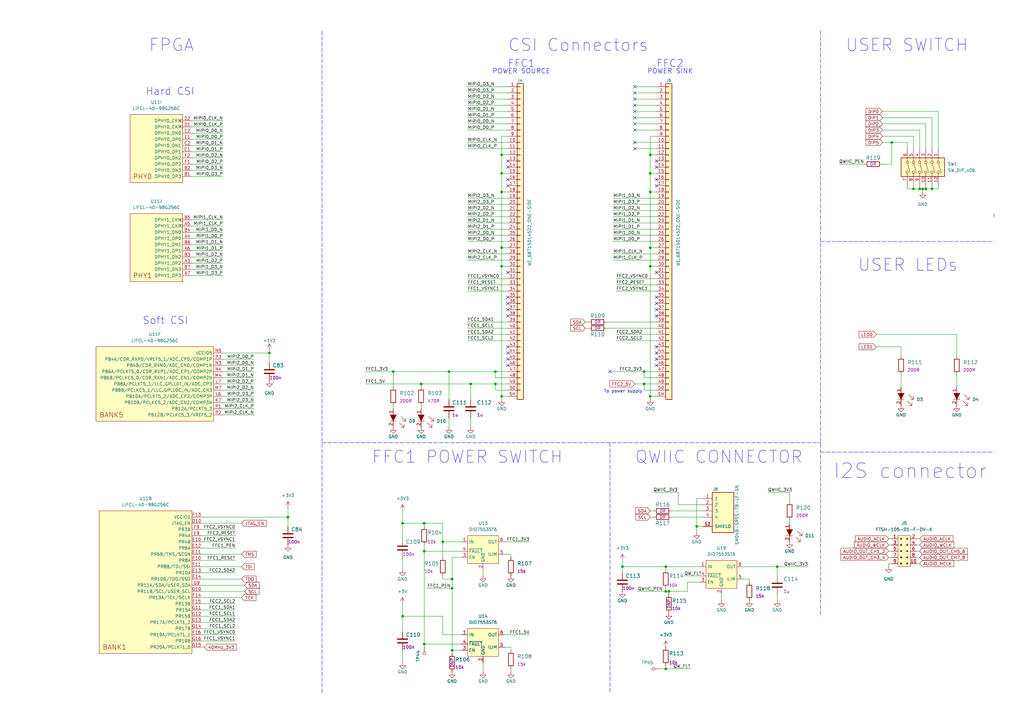
<source format=kicad_sch>
(kicad_sch (version 20211123) (generator eeschema)
  (paper "A3")
  (lib_symbols
    (symbol "WE_68715014522_ONE-SIDE_1" (pin_names (offset 1.016) hide)
      (property "Reference" "J" (at 0 43.18 0))
      (property "Value" "WE_68715014522_ONE-SIDE_1" (at -2.54 -96.52 0))
      (symbol "WE_68715014522_ONE-SIDE_1_1_1"
        (pin passive line (at -5.08 40.64 0) (length 3.81) (name "Pin_1") (number "1"))
        (pin passive line (at -5.08 17.78 0) (length 3.81) (name "Pin_10") (number "10"))
        (pin passive line (at -5.08 15.24 0) (length 3.81) (name "Pin_11") (number "11"))
        (pin passive line (at -5.08 12.7 0) (length 3.81) (name "Pin_12") (number "12"))
        (pin passive line (at -5.08 10.16 0) (length 3.81) (name "Pin_13") (number "13"))
        (pin passive line (at -5.08 7.62 0) (length 3.81) (name "Pin_14") (number "14"))
        (pin passive line (at -5.08 5.08 0) (length 3.81) (name "Pin_15") (number "15"))
        (pin passive line (at -5.08 2.54 0) (length 3.81) (name "Pin_16") (number "16"))
        (pin passive line (at -5.08 0 0) (length 3.81) (name "Pin_17") (number "17"))
        (pin passive line (at -5.08 -2.54 0) (length 3.81) (name "Pin_18") (number "18"))
        (pin passive line (at -5.08 -5.08 0) (length 3.81) (name "Pin_19") (number "19"))
        (pin passive line (at -5.08 38.1 0) (length 3.81) (name "Pin_2") (number "2"))
        (pin passive line (at -5.08 -7.62 0) (length 3.81) (name "Pin_20") (number "20"))
        (pin passive line (at -5.08 -10.16 0) (length 3.81) (name "Pin_21") (number "21"))
        (pin passive line (at -5.08 -12.7 0) (length 3.81) (name "Pin_22") (number "22"))
        (pin passive line (at -5.08 -15.24 0) (length 3.81) (name "Pin_23") (number "23"))
        (pin passive line (at -5.08 -17.78 0) (length 3.81) (name "Pin_24") (number "24"))
        (pin passive line (at -5.08 -20.32 0) (length 3.81) (name "Pin_25") (number "25"))
        (pin passive line (at -5.08 -22.86 0) (length 3.81) (name "Pin_26") (number "26"))
        (pin passive line (at -5.08 -25.4 0) (length 3.81) (name "Pin_27") (number "27"))
        (pin passive line (at -5.08 -27.94 0) (length 3.81) (name "Pin_28") (number "28"))
        (pin passive line (at -5.08 -30.48 0) (length 3.81) (name "Pin_29") (number "29"))
        (pin passive line (at -5.08 35.56 0) (length 3.81) (name "Pin_3") (number "3"))
        (pin passive line (at -5.08 -33.02 0) (length 3.81) (name "Pin_30") (number "30"))
        (pin passive line (at -5.08 -35.56 0) (length 3.81) (name "Pin_31") (number "31"))
        (pin passive line (at -5.08 -38.1 0) (length 3.81) (name "Pin_32") (number "32"))
        (pin passive line (at -5.08 -40.64 0) (length 3.81) (name "Pin_33") (number "33"))
        (pin passive line (at -5.08 -43.18 0) (length 3.81) (name "Pin_34") (number "34"))
        (pin passive line (at -5.08 -45.72 0) (length 3.81) (name "Pin_35") (number "35"))
        (pin passive line (at -5.08 -48.26 0) (length 3.81) (name "Pin_36") (number "36"))
        (pin passive line (at -5.08 -50.8 0) (length 3.81) (name "Pin_37") (number "37"))
        (pin passive line (at -5.08 -53.34 0) (length 3.81) (name "Pin_38") (number "38"))
        (pin passive line (at -5.08 -55.88 0) (length 3.81) (name "Pin_39") (number "39"))
        (pin passive line (at -5.08 33.02 0) (length 3.81) (name "Pin_4") (number "4"))
        (pin passive line (at -5.08 -58.42 0) (length 3.81) (name "Pin_40") (number "40"))
        (pin passive line (at -5.08 -60.96 0) (length 3.81) (name "Pin_41") (number "41"))
        (pin passive line (at -5.08 -63.5 0) (length 3.81) (name "Pin_42") (number "42"))
        (pin passive line (at -5.08 -66.04 0) (length 3.81) (name "Pin_43") (number "43"))
        (pin passive line (at -5.08 -68.58 0) (length 3.81) (name "Pin_44") (number "44"))
        (pin passive line (at -5.08 -71.12 0) (length 3.81) (name "Pin_45") (number "45"))
        (pin passive line (at -5.08 -73.66 0) (length 3.81) (name "Pin_46") (number "46"))
        (pin passive line (at -5.08 -76.2 0) (length 3.81) (name "Pin_47") (number "47"))
        (pin passive line (at -5.08 -78.74 0) (length 3.81) (name "Pin_48") (number "48"))
        (pin passive line (at -5.08 -81.28 0) (length 3.81) (name "Pin_49") (number "49"))
        (pin passive line (at -5.08 30.48 0) (length 3.81) (name "Pin_5") (number "5"))
        (pin passive line (at -5.08 -83.82 0) (length 3.81) (name "Pin_50") (number "50"))
        (pin passive line (at -5.08 27.94 0) (length 3.81) (name "Pin_6") (number "6"))
        (pin passive line (at -5.08 25.4 0) (length 3.81) (name "Pin_7") (number "7"))
        (pin passive line (at -5.08 22.86 0) (length 3.81) (name "Pin_8") (number "8"))
        (pin passive line (at -5.08 20.32 0) (length 3.81) (name "Pin_9") (number "9"))
        (pin passive line (at -5.08 -86.36 0) (length 3.81) (name "SHLD") (number "SH"))
      )
    )
    (symbol "antmicroBGAchips:LIFCL-40-9BG256C"
      (property "Reference" "U8" (at -1.27 45.72 0))
      (property "Value" "LIFCL-40-9BG256C" (at -1.27 43.18 0))
      (symbol "LIFCL-40-9BG256C_1_0"
        (text "BANK0" (at -12.7 -15.24 0) (effects (font (size 2 2))))
        (pin bidirectional line (at 22.86 5.08 180) (length 3.81) (name "PT76B/DONE\n") (number "B16"))
        (pin bidirectional line (at 22.86 10.16 180) (length 3.81) (name "PT74B/PROGRAMN") (number "C12"))
        (pin bidirectional line (at 22.86 -10.16 180) (length 3.81) (name "PT82B/MCSNO/MSDO") (number "C13"))
        (pin bidirectional line (at 22.86 0 180) (length 3.81) (name "PT78B/MOSI/MD0") (number "C14"))
        (pin bidirectional line (at 22.86 2.54 180) (length 3.81) (name "PT78A/MCSN/PCLKT0_1") (number "C15"))
        (pin bidirectional line (at 22.86 7.62 180) (length 3.81) (name "PT76A/MCLK/PCLKT0_0") (number "C16"))
        (pin bidirectional line (at 22.86 12.7 180) (length 3.81) (name "PT74A/INITN\n") (number "D11"))
        (pin bidirectional line (at 22.86 -7.62 180) (length 3.81) (name "PT82A/MD3") (number "D12"))
        (pin power_in line (at 22.86 15.24 180) (length 3.81) (name "VCCIO0") (number "D13"))
        (pin bidirectional line (at 22.86 -5.08 180) (length 3.81) (name "PT80B/MD2") (number "D15"))
        (pin bidirectional line (at 22.86 -2.54 180) (length 3.81) (name "PT80A/MISO/MD1") (number "D16"))
        (pin bidirectional line (at 22.86 -12.7 180) (length 3.81) (name "PT84A") (number "E15"))
        (pin bidirectional line (at 22.86 -15.24 180) (length 3.81) (name "PT84B") (number "E16"))
      )
      (symbol "LIFCL-40-9BG256C_2_0"
        (text "BANK1" (at -12.7 -27.94 0) (effects (font (size 2 2))))
        (pin input line (at 22.86 22.86 180) (length 3.81) (name "JTAG_EN") (number "D10"))
        (pin bidirectional line (at 22.86 15.24 180) (length 3.81) (name "PR4B") (number "E10"))
        (pin bidirectional line (at 22.86 10.16 180) (length 3.81) (name "PR6B/TMS/SCSN") (number "E11"))
        (pin bidirectional line (at 22.86 12.7 180) (length 3.81) (name "PR6A") (number "E12"))
        (pin bidirectional line (at 22.86 2.54 180) (length 3.81) (name "PR10A") (number "E13"))
        (pin bidirectional line (at 22.86 0 180) (length 3.81) (name "PR10B/TDO/SSO") (number "E14"))
        (pin bidirectional line (at 22.86 17.78 180) (length 3.81) (name "PR4A") (number "E9"))
        (pin bidirectional line (at 22.86 7.62 180) (length 3.81) (name "PR8A") (number "F10"))
        (pin bidirectional line (at 22.86 5.08 180) (length 3.81) (name "PR8B/TDI/SSI") (number "F11"))
        (pin power_in line (at 22.86 25.4 180) (length 3.81) (name "VCCIO1") (number "F13"))
        (pin bidirectional line (at 22.86 -7.62 180) (length 3.81) (name "PR13A/TCK/SCLK") (number "F14"))
        (pin bidirectional line (at 22.86 -10.16 180) (length 3.81) (name "PR13B") (number "F15"))
        (pin bidirectional line (at 22.86 -22.86 180) (length 3.81) (name "PR19A/PCLKT1_1") (number "F16"))
        (pin bidirectional line (at 22.86 20.32 180) (length 3.81) (name "PR3B") (number "F9"))
        (pin bidirectional line (at 22.86 -5.08 180) (length 3.81) (name "PR11B/SCL/USER_SCL") (number "G10"))
        (pin bidirectional line (at 22.86 -12.7 180) (length 3.81) (name "PR15A") (number "G11"))
        (pin bidirectional line (at 22.86 -15.24 180) (length 3.81) (name "PR15B") (number "G12"))
        (pin bidirectional line (at 22.86 -17.78 180) (length 3.81) (name "PR17A/PCLKT1_2") (number "G13"))
        (pin bidirectional line (at 22.86 -20.32 180) (length 3.81) (name "PR17B") (number "G14"))
        (pin bidirectional line (at 22.86 -27.94 180) (length 3.81) (name "PR20A/PCLKT1_0\n") (number "G15"))
        (pin bidirectional line (at 22.86 -25.4 180) (length 3.81) (name "PR19B") (number "G16"))
        (pin bidirectional line (at 22.86 -2.54 180) (length 3.81) (name "PR11A/SDA/USER_SDA") (number "G9"))
      )
      (symbol "LIFCL-40-9BG256C_3_0"
        (text "BANK2" (at -13.97 -17.78 0) (effects (font (size 2 2))))
        (pin bidirectional line (at 21.59 2.54 180) (length 3.81) (name "PR30B") (number "H10"))
        (pin bidirectional line (at 21.59 5.08 180) (length 3.81) (name "PR30A/PCLKT2_0") (number "H11"))
        (pin bidirectional line (at 21.59 -2.54 180) (length 3.81) (name "PR32B") (number "H12"))
        (pin bidirectional line (at 21.59 0 180) (length 3.81) (name "PR32A/PCLKT2_1") (number "H13"))
        (pin bidirectional line (at 21.59 7.62 180) (length 3.81) (name "PR27B") (number "H14"))
        (pin bidirectional line (at 21.59 10.16 180) (length 3.81) (name "PR27A") (number "H15"))
        (pin bidirectional line (at 21.59 12.7 180) (length 3.81) (name "PR26A") (number "H16"))
        (pin bidirectional line (at 21.59 -10.16 180) (length 3.81) (name "PR36A") (number "J11"))
        (pin bidirectional line (at 21.59 -12.7 180) (length 3.81) (name "PR36B") (number "J12"))
        (pin power_in line (at 21.59 15.24 180) (length 3.81) (name "VCCIO2") (number "J13"))
        (pin bidirectional line (at 21.59 -7.62 180) (length 3.81) (name "PR34B") (number "J15"))
        (pin bidirectional line (at 21.59 -5.08 180) (length 3.81) (name "PR34A/PCLKT2_2") (number "J16"))
        (pin bidirectional line (at 21.59 -15.24 180) (length 3.81) (name "PR38A") (number "K11"))
        (pin bidirectional line (at 21.59 -17.78 180) (length 3.81) (name "PR38B") (number "K12"))
      )
      (symbol "LIFCL-40-9BG256C_4_0"
        (text "BANK3" (at -13.97 -39.37 0) (effects (font (size 2 2))))
        (pin bidirectional line (at 21.59 -33.02 180) (length 3.81) (name "PB80B/ADC_CN12") (number "L10"))
        (pin bidirectional line (at 21.59 -30.48 180) (length 3.81) (name "PB80A/ADC_CP12") (number "L11"))
        (pin bidirectional line (at 21.59 -38.1 180) (length 3.81) (name "PB82B/ADC_CN15") (number "L12"))
        (pin bidirectional line (at 21.59 -27.94 180) (length 3.81) (name "PB78B/ADC_CN11") (number "M11"))
        (pin bidirectional line (at 21.59 -25.4 180) (length 3.81) (name "PB78A/ADC_CP11") (number "M12"))
        (pin bidirectional line (at 21.59 -35.56 180) (length 3.81) (name "PB82A/ADC_CP15") (number "M13"))
        (pin bidirectional line (at 21.59 -15.24 180) (length 3.81) (name "PB74A/PCLKT3_3/ADC_CP14") (number "M14"))
        (pin bidirectional line (at 21.59 -43.18 180) (length 3.81) (name "PB84B/LRC_GPLL0C_IN/VREF3_2") (number "M15"))
        (pin bidirectional line (at 21.59 -40.64 180) (length 3.81) (name "PB84A/LRC_GPLL0T_IN") (number "M16"))
        (pin bidirectional line (at 21.59 7.62 180) (length 3.81) (name "PB64B/ADC_CN4") (number "N11"))
        (pin bidirectional line (at 21.59 10.16 180) (length 3.81) (name "PB64A/ADC_CP4") (number "N12"))
        (pin bidirectional line (at 21.59 -7.62 180) (length 3.81) (name "PB70B/COMP2IN\n") (number "N13"))
        (pin bidirectional line (at 21.59 -17.78 180) (length 3.81) (name "PB74B/PCLKC3_3/ADC_CN14") (number "N14"))
        (pin bidirectional line (at 21.59 -22.86 180) (length 3.81) (name "PB76B/COMP3IN") (number "N15"))
        (pin bidirectional line (at 21.59 -20.32 180) (length 3.81) (name "PB76A/COMP3IP") (number "N16"))
        (pin bidirectional line (at 21.59 30.48 180) (length 3.81) (name "PB56A/ADC_CP7\n") (number "P10"))
        (pin bidirectional line (at 21.59 33.02 180) (length 3.81) (name "PB54B/PCLKC3_0/ADC_CN5\n") (number "P11"))
        (pin bidirectional line (at 21.59 38.1 180) (length 3.81) (name "VCCIO3") (number "P12"))
        (pin bidirectional line (at 21.59 -5.08 180) (length 3.81) (name "PB70A/COMP2IP") (number "P14"))
        (pin bidirectional line (at 21.59 -10.16 180) (length 3.81) (name "PB72A/PCLKT3_2/ADC_CP13") (number "P15"))
        (pin bidirectional line (at 21.59 -12.7 180) (length 3.81) (name "PB72B/PCLKC3_2/ADC_CN13") (number "P16"))
        (pin bidirectional line (at 21.59 27.94 180) (length 3.81) (name "PB56B/ADC_CN7\n") (number "R10"))
        (pin bidirectional line (at 21.59 35.56 180) (length 3.81) (name "PB54A/PCLKT3_0/VREF3_1/ADC_CP5") (number "R11"))
        (pin bidirectional line (at 21.59 20.32 180) (length 3.81) (name "PB60A/ADC_CP9") (number "R12"))
        (pin bidirectional line (at 21.59 15.24 180) (length 3.81) (name "PB62A/ADC_CP10") (number "R13"))
        (pin bidirectional line (at 21.59 12.7 180) (length 3.81) (name "PB62B/ADC_CN10") (number "R14"))
        (pin bidirectional line (at 21.59 -2.54 180) (length 3.81) (name "PB68B/ADC_CN8") (number "R15"))
        (pin bidirectional line (at 21.59 0 180) (length 3.81) (name "PB68A/ADC_CP8") (number "R16"))
        (pin bidirectional line (at 21.59 22.86 180) (length 3.81) (name "PB58B/PCLKC3_1/ADC_CN6\n") (number "T11"))
        (pin bidirectional line (at 21.59 25.4 180) (length 3.81) (name "PB58A/PCLKT3_1/ADC_CP6\n") (number "T12"))
        (pin bidirectional line (at 21.59 17.78 180) (length 3.81) (name "PB60B/ADC_CN9") (number "T13"))
        (pin bidirectional line (at 21.59 5.08 180) (length 3.81) (name "PB66A/COMP1IP") (number "T14"))
        (pin bidirectional line (at 21.59 2.54 180) (length 3.81) (name "PB66B/COMP1IN") (number "T15"))
      )
      (symbol "LIFCL-40-9BG256C_5_0"
        (text "BANK4" (at -12.7 -41.91 0) (effects (font (size 2 2))))
        (pin bidirectional line (at 22.86 -8.89 180) (length 3.81) (name "PB34A") (number "L8"))
        (pin bidirectional line (at 22.86 -11.43 180) (length 3.81) (name "PB34B") (number "L9"))
        (pin bidirectional line (at 22.86 -39.37 180) (length 3.81) (name "PB46A") (number "M10"))
        (pin bidirectional line (at 22.86 -21.59 180) (length 3.81) (name "PB38B") (number "M8"))
        (pin bidirectional line (at 22.86 -19.05 180) (length 3.81) (name "PB38A") (number "M9"))
        (pin bidirectional line (at 22.86 -41.91 180) (length 3.81) (name "PB46B/VREF4_2") (number "N10"))
        (pin power_in line (at 22.86 39.37 180) (length 3.81) (name "VCCIO4") (number "N6"))
        (pin bidirectional line (at 22.86 -13.97 180) (length 3.81) (name "PB36A") (number "N8"))
        (pin bidirectional line (at 22.86 -16.51 180) (length 3.81) (name "PB36B") (number "N9"))
        (pin bidirectional line (at 22.86 13.97 180) (length 3.81) (name "PB24B/PCLKC4_2\n") (number "P4"))
        (pin bidirectional line (at 22.86 19.05 180) (length 3.81) (name "PB22B") (number "P5"))
        (pin bidirectional line (at 22.86 -3.81 180) (length 3.81) (name "PB32A") (number "P6"))
        (pin bidirectional line (at 22.86 -6.35 180) (length 3.81) (name "PB32B") (number "P7"))
        (pin bidirectional line (at 22.86 -31.75 180) (length 3.81) (name "PB42B") (number "P8"))
        (pin bidirectional line (at 22.86 -36.83 180) (length 3.81) (name "PB44B/PCLKC4_0") (number "P9"))
        (pin bidirectional line (at 22.86 36.83 180) (length 3.81) (name "PB16A/VREF4_1") (number "R1"))
        (pin bidirectional line (at 22.86 34.29 180) (length 3.81) (name "PB16B") (number "R2"))
        (pin bidirectional line (at 22.86 31.75 180) (length 3.81) (name "PB18A/PCLKT4_3\n") (number "R3"))
        (pin bidirectional line (at 22.86 16.51 180) (length 3.81) (name "PB24A/PCLKT4_2") (number "R4"))
        (pin bidirectional line (at 22.86 21.59 180) (length 3.81) (name "PB22A") (number "R5"))
        (pin bidirectional line (at 22.86 8.89 180) (length 3.81) (name "PB26B") (number "R6"))
        (pin bidirectional line (at 22.86 3.81 180) (length 3.81) (name "PB28B") (number "R7"))
        (pin bidirectional line (at 22.86 -29.21 180) (length 3.81) (name "PB42A") (number "R8"))
        (pin bidirectional line (at 22.86 -34.29 180) (length 3.81) (name "PB44A/PCLKT4_0") (number "R9"))
        (pin bidirectional line (at 22.86 -26.67 180) (length 3.81) (name "PB40B/PCLKC4_1") (number "T10"))
        (pin bidirectional line (at 22.86 29.21 180) (length 3.81) (name "PB18B/PCLKC4_3\n") (number "T2"))
        (pin bidirectional line (at 22.86 26.67 180) (length 3.81) (name "PB20A") (number "T3"))
        (pin bidirectional line (at 22.86 24.13 180) (length 3.81) (name "PB20B") (number "T4"))
        (pin bidirectional line (at 22.86 11.43 180) (length 3.81) (name "PB26A") (number "T5"))
        (pin bidirectional line (at 22.86 6.35 180) (length 3.81) (name "PB28A") (number "T6"))
        (pin bidirectional line (at 22.86 1.27 180) (length 3.81) (name "PB30A") (number "T7"))
        (pin bidirectional line (at 22.86 -1.27 180) (length 3.81) (name "PB30B") (number "T8"))
        (pin bidirectional line (at 22.86 -24.13 180) (length 3.81) (name "PB40A/PCLKT4_1") (number "T9"))
      )
      (symbol "LIFCL-40-9BG256C_6_0"
        (text "BANK5" (at -17.78 -12.7 0) (effects (font (size 2 2))))
        (pin bidirectional line (at 27.94 -7.62 180) (length 3.81) (name "PB10B/PCLKC5_2/ADC_CN2/COMP3N") (number "K7"))
        (pin bidirectional line (at 27.94 -5.08 180) (length 3.81) (name "PB10A/PCLKT5_2/ADC_CP2/COMP3P") (number "L6"))
        (pin bidirectional line (at 27.94 0 180) (length 3.81) (name "PB8A/PCLKT5_1/LLC_GPLL0T_IN/ADC_CP3") (number "L7"))
        (pin bidirectional line (at 27.94 2.54 180) (length 3.81) (name "PB6B/PCLKC5_0/CDR_RXN1/ADC_CN1/COMP2N") (number "M4"))
        (pin bidirectional line (at 27.94 -2.54 180) (length 3.81) (name "PB8B/PCLKC5_1/LLC_GPLL0C_IN/ADC_CN3") (number "M7"))
        (pin bidirectional line (at 27.94 7.62 180) (length 3.81) (name "PB4B/CDR_RXN0/ADC_CN0/COMP1N") (number "N3"))
        (pin bidirectional line (at 27.94 5.08 180) (length 3.81) (name "PB6A/PCLKT5_0/CDR_RXP1/ADC_CP1/COMP2P") (number "N4"))
        (pin power_in line (at 27.94 12.7 180) (length 3.81) (name "VCCIO5") (number "N5"))
        (pin bidirectional line (at 27.94 -10.16 180) (length 3.81) (name "PB12A/PCLKT5_3") (number "P1"))
        (pin bidirectional line (at 27.94 -12.7 180) (length 3.81) (name "PB12B/PCLKC5_3/VREF5_2") (number "P2"))
        (pin bidirectional line (at 27.94 10.16 180) (length 3.81) (name "PB4A/CDR_RXP0/VREF5_1/ADC_CP0/COMP1P\n") (number "P3"))
      )
      (symbol "LIFCL-40-9BG256C_7_0"
        (text "BANK6" (at -12.7 -34.29 0) (effects (font (size 2 2))))
        (pin bidirectional line (at 21.59 19.05 180) (length 3.81) (name "PL27A") (number "H1"))
        (pin bidirectional line (at 21.59 16.51 180) (length 3.81) (name "PL27B") (number "H2"))
        (pin bidirectional line (at 21.59 21.59 180) (length 3.81) (name "PL26B") (number "H3"))
        (pin bidirectional line (at 21.59 24.13 180) (length 3.81) (name "PL26A") (number "H4"))
        (pin bidirectional line (at 21.59 26.67 180) (length 3.81) (name "PL24B") (number "H5"))
        (pin bidirectional line (at 21.59 29.21 180) (length 3.81) (name "PL24A") (number "H6"))
        (pin bidirectional line (at 21.59 8.89 180) (length 3.81) (name "PL32A/PCLKT6_1") (number "J1"))
        (pin bidirectional line (at 21.59 6.35 180) (length 3.81) (name "PL32B") (number "J2"))
        (pin power_in line (at 21.59 31.75 180) (length 3.81) (name "VCCIO6") (number "J4"))
        (pin bidirectional line (at 21.59 11.43 180) (length 3.81) (name "PL30B") (number "J5"))
        (pin bidirectional line (at 21.59 13.97 180) (length 3.81) (name "PL30A/PCLKT6_0") (number "J6"))
        (pin bidirectional line (at 21.59 3.81 180) (length 3.81) (name "PL34A/PCLKT6_2") (number "K1"))
        (pin bidirectional line (at 21.59 1.27 180) (length 3.81) (name "PL34B") (number "K2"))
        (pin bidirectional line (at 21.59 -3.81 180) (length 3.81) (name "PL36B") (number "K3"))
        (pin bidirectional line (at 21.59 -1.27 180) (length 3.81) (name "PL36A") (number "K4"))
        (pin bidirectional line (at 21.59 -8.89 180) (length 3.81) (name "PL38B") (number "K5"))
        (pin bidirectional line (at 21.59 -6.35 180) (length 3.81) (name "PL38A") (number "K6"))
        (pin bidirectional line (at 21.59 -11.43 180) (length 3.81) (name "PL40A") (number "L1"))
        (pin bidirectional line (at 21.59 -13.97 180) (length 3.81) (name "PL40B") (number "L2"))
        (pin bidirectional line (at 21.59 -29.21 180) (length 3.81) (name "PL47B") (number "L3"))
        (pin bidirectional line (at 21.59 -21.59 180) (length 3.81) (name "PL46A") (number "L4"))
        (pin bidirectional line (at 21.59 -24.13 180) (length 3.81) (name "PL46B") (number "L5"))
        (pin bidirectional line (at 21.59 -16.51 180) (length 3.81) (name "PL42A") (number "M1"))
        (pin bidirectional line (at 21.59 -19.05 180) (length 3.81) (name "PL42B") (number "M2"))
        (pin bidirectional line (at 21.59 -26.67 180) (length 3.81) (name "PL47A") (number "M3"))
        (pin bidirectional line (at 21.59 -34.29 180) (length 3.81) (name "PL49B") (number "N1"))
        (pin bidirectional line (at 21.59 -31.75 180) (length 3.81) (name "PL49A") (number "N2"))
      )
      (symbol "LIFCL-40-9BG256C_8_0"
        (text "BANK7" (at -12.7 -13.97 0) (effects (font (size 2 2))))
        (pin bidirectional line (at 22.86 11.43 180) (length 3.81) (name "PL3A/ULC_GPLL0T_IN") (number "D4"))
        (pin bidirectional line (at 22.86 8.89 180) (length 3.81) (name "PL3B/ULC_GPLL0C_IN") (number "D5"))
        (pin bidirectional line (at 22.86 6.35 180) (length 3.81) (name "PL4A") (number "D6"))
        (pin bidirectional line (at 22.86 1.27 180) (length 3.81) (name "PL6A") (number "E4"))
        (pin bidirectional line (at 22.86 -1.27 180) (length 3.81) (name "PL6B") (number "E5"))
        (pin bidirectional line (at 22.86 3.81 180) (length 3.81) (name "PL4B") (number "E6"))
        (pin bidirectional line (at 22.86 -8.89 180) (length 3.81) (name "PL19A/PCLKT7_1") (number "F4"))
        (pin power_in line (at 22.86 13.97 180) (length 3.81) (name "VCCIO7") (number "F5"))
        (pin bidirectional line (at 22.86 -3.81 180) (length 3.81) (name "PL17A/PCLKT7_2") (number "F6"))
        (pin bidirectional line (at 22.86 -13.97 180) (length 3.81) (name "PL20A/PCLKT7_0") (number "G3"))
        (pin bidirectional line (at 22.86 -11.43 180) (length 3.81) (name "PL19B") (number "G4"))
        (pin bidirectional line (at 22.86 -6.35 180) (length 3.81) (name "PL17B") (number "G6"))
      )
      (symbol "LIFCL-40-9BG256C_9_0"
        (text "PHY0" (at -6.35 -11.43 0) (effects (font (size 2 2))))
        (pin bidirectional line (at 13.97 -11.43 180) (length 3.81) (name "DPHY0_DP3") (number "B1"))
        (pin bidirectional line (at 13.97 -8.89 180) (length 3.81) (name "DPHY0_DN3") (number "B2"))
        (pin bidirectional line (at 13.97 -1.27 180) (length 3.81) (name "DPHY0_DP1") (number "C1"))
        (pin bidirectional line (at 13.97 1.27 180) (length 3.81) (name "DPHY0_DN1") (number "C2"))
        (pin bidirectional clock (at 13.97 8.89 180) (length 3.81) (name "DPHY0_CKP") (number "D1"))
        (pin bidirectional clock (at 13.97 11.43 180) (length 3.81) (name "DPHY0_CKN") (number "D2"))
        (pin bidirectional line (at 13.97 3.81 180) (length 3.81) (name "DPHY0_DP0") (number "E1"))
        (pin bidirectional line (at 13.97 6.35 180) (length 3.81) (name "DPHY0_DN0") (number "E2"))
        (pin bidirectional line (at 13.97 -6.35 180) (length 3.81) (name "DPHY0_DP2") (number "F1"))
        (pin bidirectional line (at 13.97 -3.81 180) (length 3.81) (name "DPHY0_DN2") (number "F2"))
      )
      (symbol "LIFCL-40-9BG256C_10_0"
        (text "PHY1" (at -5.08 -11.43 0) (effects (font (size 2 2))))
        (pin bidirectional line (at 15.24 -6.35 180) (length 3.81) (name "DPHY1_DP2") (number "A3"))
        (pin bidirectional line (at 15.24 3.81 180) (length 3.81) (name "DPHY1_DP0") (number "A4"))
        (pin bidirectional clock (at 15.24 8.89 180) (length 3.81) (name "DPHY1_CKP") (number "A5"))
        (pin bidirectional line (at 15.24 -1.27 180) (length 3.81) (name "DPHY1_DP1") (number "A6"))
        (pin bidirectional line (at 15.24 -11.43 180) (length 3.81) (name "DPHY1_DP3") (number "A7"))
        (pin bidirectional line (at 15.24 -3.81 180) (length 3.81) (name "DPHY1_DN2") (number "B3"))
        (pin bidirectional line (at 15.24 6.35 180) (length 3.81) (name "DPHY1_DN0") (number "B4"))
        (pin bidirectional clock (at 15.24 11.43 180) (length 3.81) (name "DPHY1_CKN") (number "B5"))
        (pin bidirectional line (at 15.24 1.27 180) (length 3.81) (name "DPHY1_DN1") (number "B6"))
        (pin bidirectional line (at 15.24 -8.89 180) (length 3.81) (name "DPHY1_DN3") (number "B7"))
      )
      (symbol "LIFCL-40-9BG256C_11_0"
        (text "ADC" (at -7.62 -10.16 0) (effects (font (size 2 2))))
        (pin passive line (at 13.97 6.35 180) (length 3.81) (name "ADC_DN0") (number "K13"))
        (pin passive line (at 13.97 3.81 180) (length 3.81) (name "ADC_DP0") (number "K14"))
        (pin passive line (at 13.97 -1.27 180) (length 3.81) (name "ADC_DP1") (number "K15"))
        (pin passive line (at 13.97 1.27 180) (length 3.81) (name "ADC_DN1") (number "K16"))
        (pin power_in line (at 13.97 -10.16 180) (length 3.81) (name "VSSADC") (number "L13"))
        (pin power_in line (at 13.97 8.89 180) (length 3.81) (name "VCCADC18") (number "L14"))
        (pin passive line (at 13.97 -7.62 180) (length 3.81) (name "ADC_REFP0") (number "L15"))
        (pin passive line (at 13.97 -5.08 180) (length 3.81) (name "ADC_REFP1") (number "L16"))
      )
      (symbol "LIFCL-40-9BG256C_12_0"
        (text "SDO" (at -7.62 -11.43 0) (effects (font (size 2 2))))
        (pin output line (at 13.97 3.81 180) (length 3.81) (name "SD0_TXDN") (number "A11"))
        (pin output line (at 13.97 1.27 180) (length 3.81) (name "SD0_TXDP") (number "A12"))
        (pin input line (at 13.97 -2.54 180) (length 3.81) (name "SD0_RXDN") (number "A14"))
        (pin input line (at 13.97 -5.08 180) (length 3.81) (name "SD0_RXDP") (number "A15"))
        (pin bidirectional line (at 13.97 11.43 180) (length 3.81) (name "SD_REFCLKP") (number "A9"))
        (pin input line (at 13.97 -8.89 180) (length 3.81) (name "SD0_REFRET") (number "B12"))
        (pin bidirectional line (at 13.97 8.89 180) (length 3.81) (name "SD_REFCLKN") (number "B9"))
        (pin input line (at 13.97 -11.43 180) (length 3.81) (name "SD0_REXT") (number "C11"))
      )
      (symbol "LIFCL-40-9BG256C_13_0"
        (pin power_in line (at 15.24 22.86 180) (length 2.54) (name "VSSADPHY") (number "A1"))
        (pin power_in line (at 15.24 19.05 180) (length 2.54) (name "VSSSD") (number "A10"))
        (pin power_in line (at 15.24 19.05 180) (length 2.54) (name "VSSSD") (number "A13"))
        (pin power_in line (at 15.24 19.05 180) (length 2.54) (name "VSSSD") (number "A16"))
        (pin power_in line (at -15.24 -11.43 0) (length 2.54) (name "VCCPLLDPHY0") (number "A2"))
        (pin power_in line (at 15.24 22.86 180) (length 2.54) (name "VSSADPHY") (number "A8"))
        (pin power_in line (at 15.24 19.05 180) (length 2.54) (name "VSSSD") (number "B10"))
        (pin power_in line (at -15.24 -17.78 0) (length 2.54) (name "VCCAUXSD") (number "B11"))
        (pin power_in line (at -15.24 -22.86 0) (length 2.54) (name "VCCPLLSD0") (number "B13"))
        (pin power_in line (at 15.24 19.05 180) (length 2.54) (name "VSSSD") (number "B14"))
        (pin power_in line (at -15.24 -20.32 0) (length 2.54) (name "VCCSD0") (number "B15"))
        (pin power_in line (at 15.24 22.86 180) (length 2.54) (name "VSSADPHY") (number "B8"))
        (pin power_in line (at 15.24 15.24 180) (length 2.54) (name "VSS") (number "C10"))
        (pin power_in line (at 15.24 22.86 180) (length 2.54) (name "VSSADPHY") (number "C3"))
        (pin power_in line (at -15.24 1.27 0) (length 2.54) (name "VCCDPHY0") (number "C4"))
        (pin power_in line (at -15.24 -13.97 0) (length 2.54) (name "VCCPLLDPHY1") (number "C5"))
        (pin power_in line (at 15.24 22.86 180) (length 2.54) (name "VSSADPHY") (number "C6"))
        (pin power_in line (at -15.24 -1.27 0) (length 2.54) (name "VCCDPHY1") (number "C7"))
        (pin power_in line (at -15.24 -7.62 0) (length 2.54) (name "VCCADPHY1") (number "C8"))
        (pin power_in line (at 15.24 15.24 180) (length 2.54) (name "VSS") (number "C9"))
        (pin power_in line (at 15.24 15.24 180) (length 2.54) (name "VSS") (number "D14"))
        (pin power_in line (at 15.24 22.86 180) (length 2.54) (name "VSSADPHY") (number "D3"))
        (pin power_in line (at -15.24 22.86 0) (length 2.54) (name "VCC") (number "D7"))
        (pin power_in line (at 15.24 15.24 180) (length 2.54) (name "VSS") (number "D8"))
        (pin power_in line (at -15.24 22.86 0) (length 2.54) (name "VCC") (number "D9"))
        (pin power_in line (at -15.24 -5.08 0) (length 2.54) (name "VCCADPHY0") (number "E3"))
        (pin power_in line (at 15.24 15.24 180) (length 2.54) (name "VSS") (number "E7"))
        (pin power_in line (at 15.24 15.24 180) (length 2.54) (name "VSS") (number "E8"))
        (pin power_in line (at 15.24 15.24 180) (length 2.54) (name "VSS") (number "F12"))
        (pin power_in line (at 15.24 22.86 180) (length 2.54) (name "VSSADPHY") (number "F3"))
        (pin power_in line (at -15.24 12.7 0) (length 2.54) (name "VCCAUXA") (number "F7"))
        (pin power_in line (at -15.24 15.24 0) (length 2.54) (name "VCCAUX") (number "F8"))
        (pin power_in line (at 15.24 22.86 180) (length 2.54) (name "VSSADPHY") (number "G1"))
        (pin power_in line (at 15.24 15.24 180) (length 2.54) (name "VSS") (number "G2"))
        (pin power_in line (at 15.24 15.24 180) (length 2.54) (name "VSS") (number "G5"))
        (pin power_in line (at -15.24 15.24 0) (length 2.54) (name "VCCAUX") (number "G7"))
        (pin power_in line (at 15.24 15.24 180) (length 2.54) (name "VSS") (number "G8"))
        (pin power_in line (at -15.24 22.86 0) (length 2.54) (name "VCC") (number "H7"))
        (pin power_in line (at 15.24 15.24 180) (length 2.54) (name "VSS") (number "H8"))
        (pin power_in line (at 15.24 15.24 180) (length 2.54) (name "VSS") (number "H9"))
        (pin power_in line (at -15.24 22.86 0) (length 2.54) (name "VCC") (number "J10"))
        (pin power_in line (at 15.24 15.24 180) (length 2.54) (name "VSS") (number "J14"))
        (pin power_in line (at 15.24 15.24 180) (length 2.54) (name "VSS") (number "J3"))
        (pin power_in line (at 15.24 15.24 180) (length 2.54) (name "VSS") (number "J7"))
        (pin power_in line (at 15.24 15.24 180) (length 2.54) (name "VSS") (number "J8"))
        (pin power_in line (at 15.24 15.24 180) (length 2.54) (name "VSS") (number "J9"))
        (pin power_in line (at -15.24 10.16 0) (length 2.54) (name "VCCAUXH3") (number "K10"))
        (pin power_in line (at -15.24 7.62 0) (length 2.54) (name "VCCAUXH4") (number "K8"))
        (pin power_in line (at -15.24 19.05 0) (length 2.54) (name "VCCECLK") (number "K9"))
        (pin power_in line (at 15.24 15.24 180) (length 2.54) (name "VSS") (number "M5"))
        (pin power_in line (at -15.24 5.08 0) (length 2.54) (name "VCCAUXH5") (number "M6"))
        (pin power_in line (at 15.24 15.24 180) (length 2.54) (name "VSS") (number "N7"))
        (pin power_in line (at 15.24 15.24 180) (length 2.54) (name "VSS") (number "P13"))
        (pin power_in line (at 15.24 15.24 180) (length 2.54) (name "VSS") (number "T1"))
        (pin power_in line (at 15.24 15.24 180) (length 2.54) (name "VSS") (number "T16"))
      )
    )
    (symbol "antmicroFCCConnectors:WE_68715014522_ONE-SIDE" (pin_names (offset 1.016) hide)
      (property "Reference" "J" (at 0 43.18 0))
      (property "Value" "WE_68715014522_ONE-SIDE" (at -2.54 -96.52 0))
      (symbol "WE_68715014522_ONE-SIDE_1_1"
        (pin passive line (at -5.08 40.64 0) (length 3.81) (name "Pin_1") (number "1"))
        (pin passive line (at -5.08 17.78 0) (length 3.81) (name "Pin_10") (number "10"))
        (pin passive line (at -5.08 15.24 0) (length 3.81) (name "Pin_11") (number "11"))
        (pin passive line (at -5.08 12.7 0) (length 3.81) (name "Pin_12") (number "12"))
        (pin passive line (at -5.08 10.16 0) (length 3.81) (name "Pin_13") (number "13"))
        (pin passive line (at -5.08 7.62 0) (length 3.81) (name "Pin_14") (number "14"))
        (pin passive line (at -5.08 5.08 0) (length 3.81) (name "Pin_15") (number "15"))
        (pin passive line (at -5.08 2.54 0) (length 3.81) (name "Pin_16") (number "16"))
        (pin passive line (at -5.08 0 0) (length 3.81) (name "Pin_17") (number "17"))
        (pin passive line (at -5.08 -2.54 0) (length 3.81) (name "Pin_18") (number "18"))
        (pin passive line (at -5.08 -5.08 0) (length 3.81) (name "Pin_19") (number "19"))
        (pin passive line (at -5.08 38.1 0) (length 3.81) (name "Pin_2") (number "2"))
        (pin passive line (at -5.08 -7.62 0) (length 3.81) (name "Pin_20") (number "20"))
        (pin passive line (at -5.08 -10.16 0) (length 3.81) (name "Pin_21") (number "21"))
        (pin passive line (at -5.08 -12.7 0) (length 3.81) (name "Pin_22") (number "22"))
        (pin passive line (at -5.08 -15.24 0) (length 3.81) (name "Pin_23") (number "23"))
        (pin passive line (at -5.08 -17.78 0) (length 3.81) (name "Pin_24") (number "24"))
        (pin passive line (at -5.08 -20.32 0) (length 3.81) (name "Pin_25") (number "25"))
        (pin passive line (at -5.08 -22.86 0) (length 3.81) (name "Pin_26") (number "26"))
        (pin passive line (at -5.08 -25.4 0) (length 3.81) (name "Pin_27") (number "27"))
        (pin passive line (at -5.08 -27.94 0) (length 3.81) (name "Pin_28") (number "28"))
        (pin passive line (at -5.08 -30.48 0) (length 3.81) (name "Pin_29") (number "29"))
        (pin passive line (at -5.08 35.56 0) (length 3.81) (name "Pin_3") (number "3"))
        (pin passive line (at -5.08 -33.02 0) (length 3.81) (name "Pin_30") (number "30"))
        (pin passive line (at -5.08 -35.56 0) (length 3.81) (name "Pin_31") (number "31"))
        (pin passive line (at -5.08 -38.1 0) (length 3.81) (name "Pin_32") (number "32"))
        (pin passive line (at -5.08 -40.64 0) (length 3.81) (name "Pin_33") (number "33"))
        (pin passive line (at -5.08 -43.18 0) (length 3.81) (name "Pin_34") (number "34"))
        (pin passive line (at -5.08 -45.72 0) (length 3.81) (name "Pin_35") (number "35"))
        (pin passive line (at -5.08 -48.26 0) (length 3.81) (name "Pin_36") (number "36"))
        (pin passive line (at -5.08 -50.8 0) (length 3.81) (name "Pin_37") (number "37"))
        (pin passive line (at -5.08 -53.34 0) (length 3.81) (name "Pin_38") (number "38"))
        (pin passive line (at -5.08 -55.88 0) (length 3.81) (name "Pin_39") (number "39"))
        (pin passive line (at -5.08 33.02 0) (length 3.81) (name "Pin_4") (number "4"))
        (pin passive line (at -5.08 -58.42 0) (length 3.81) (name "Pin_40") (number "40"))
        (pin passive line (at -5.08 -60.96 0) (length 3.81) (name "Pin_41") (number "41"))
        (pin passive line (at -5.08 -63.5 0) (length 3.81) (name "Pin_42") (number "42"))
        (pin passive line (at -5.08 -66.04 0) (length 3.81) (name "Pin_43") (number "43"))
        (pin passive line (at -5.08 -68.58 0) (length 3.81) (name "Pin_44") (number "44"))
        (pin passive line (at -5.08 -71.12 0) (length 3.81) (name "Pin_45") (number "45"))
        (pin passive line (at -5.08 -73.66 0) (length 3.81) (name "Pin_46") (number "46"))
        (pin passive line (at -5.08 -76.2 0) (length 3.81) (name "Pin_47") (number "47"))
        (pin passive line (at -5.08 -78.74 0) (length 3.81) (name "Pin_48") (number "48"))
        (pin passive line (at -5.08 -81.28 0) (length 3.81) (name "Pin_49") (number "49"))
        (pin passive line (at -5.08 30.48 0) (length 3.81) (name "Pin_5") (number "5"))
        (pin passive line (at -5.08 -83.82 0) (length 3.81) (name "Pin_50") (number "50"))
        (pin passive line (at -5.08 27.94 0) (length 3.81) (name "Pin_6") (number "6"))
        (pin passive line (at -5.08 25.4 0) (length 3.81) (name "Pin_7") (number "7"))
        (pin passive line (at -5.08 22.86 0) (length 3.81) (name "Pin_8") (number "8"))
        (pin passive line (at -5.08 20.32 0) (length 3.81) (name "Pin_9") (number "9"))
        (pin passive line (at -5.08 -86.36 0) (length 3.81) (name "SHLD") (number "SH"))
      )
    )
    (symbol "antmicroPMICPowerDistributionSwitchesLoadDrivers:DIO7553ST6"
      (property "Reference" "U" (at 0 6.35 0))
      (property "Value" "DIO7553ST6" (at 0 3.81 0))
      (symbol "DIO7553ST6_1_1"
        (pin power_in line (at -8.89 0 0) (length 2.54) (name "IN") (number "1"))
        (pin power_in line (at 0 -11.43 90) (length 2.54) (name "GND") (number "2"))
        (pin input line (at -8.89 -6.35 0) (length 2.54) (name "EN") (number "3"))
        (pin output line (at -8.89 -3.81 0) (length 2.54) (name "~{FAULT}") (number "4"))
        (pin passive line (at 8.89 -5.08 180) (length 2.54) (name "ILIM") (number "5"))
        (pin power_out line (at 8.89 0 180) (length 2.54) (name "OUT") (number "6"))
      )
    )
    (symbol "antmicroRectangularConnectorsHeadersMalePins:SM04B-SRSS-TB-LF-SN" (pin_names (offset 1.016))
      (property "Reference" "J" (at 0 10.16 0))
      (property "Value" "SM04B-SRSS-TB-LF-SN" (at 8.89 0 90))
      (symbol "SM04B-SRSS-TB-LF-SN_1_1"
        (pin passive line (at -5.08 6.35 0) (length 3.81) (name "1") (number "1"))
        (pin passive line (at -5.08 3.81 0) (length 3.81) (name "2") (number "2"))
        (pin passive line (at -5.08 1.27 0) (length 3.81) (name "3") (number "3"))
        (pin passive line (at -5.08 -1.27 0) (length 3.81) (name "4") (number "4"))
        (pin passive line (at -5.08 -5.08 0) (length 3.81) (name "SHIELD") (number "S1"))
        (pin passive line (at -5.08 -5.08 0) (length 3.81) (name "SHIELD") (number "S2"))
      )
    )
    (symbol "antmicroResistors0603:R_0R_0603" (pin_names (offset 0))
      (property "Reference" "R" (at -1.397 3.429 0))
      (property "Val" "0R" (at 0 -2.54 0))
      (symbol "R_0R_0603_1_1"
        (pin passive line (at -3.81 0 0) (length 1.27) (name "~") (number "1"))
        (pin passive line (at 3.81 0 180) (length 1.27) (name "~") (number "2"))
      )
    )
    (symbol "antmicroResistors0603:R_10k_0603" (pin_names (offset 0))
      (property "Reference" "R" (at -1.397 3.429 0))
      (property "Val" "10k" (at 0 -2.54 0))
      (symbol "R_10k_0603_1_1"
        (pin passive line (at -3.81 0 0) (length 1.27) (name "~") (number "1"))
        (pin passive line (at 3.81 0 180) (length 1.27) (name "~") (number "2"))
      )
    )
    (symbol "antmicroResistors0603:R_15k_0603" (pin_names (offset 0))
      (property "Reference" "R" (at -1.397 3.429 0))
      (property "Val" "15k" (at 0 -2.54 0))
      (symbol "R_15k_0603_1_1"
        (pin passive line (at -3.81 0 0) (length 1.27) (name "~") (number "1"))
        (pin passive line (at 3.81 0 180) (length 1.27) (name "~") (number "2"))
      )
    )
    (symbol "antmicroResistors0603:R_200R_0603" (pin_names (offset 0))
      (property "Reference" "R" (at -1.397 3.429 0))
      (property "Val" "200R" (at 0 -2.54 0))
      (symbol "R_200R_0603_1_1"
        (pin passive line (at -3.81 0 0) (length 1.27) (name "~") (number "1"))
        (pin passive line (at 3.81 0 180) (length 1.27) (name "~") (number "2"))
      )
    )
    (symbol "antmicroResistors0603:R_470R_0603" (pin_names (offset 0))
      (property "Reference" "R" (at -1.397 3.429 0))
      (property "Val" "470R" (at 0 -2.54 0))
      (symbol "R_470R_0603_1_1"
        (pin passive line (at -3.81 0 0) (length 1.27) (name "~") (number "1"))
        (pin passive line (at 3.81 0 180) (length 1.27) (name "~") (number "2"))
      )
    )
    (symbol "crosslink-nx-video-converter:+1V2" (power) (pin_names (offset 0))
      (property "Value" "+1V2" (at 0 3.556 0))
      (symbol "+1V2_1_1"
        (pin power_in line (at 0 0 90) (length 0) hide (name "+1V2") (number "1"))
      )
    )
    (symbol "crosslink-nx-video-converter:+3.3V" (power) (pin_names (offset 0))
      (property "Value" "+3.3V" (at 0 3.556 0))
      (symbol "+3.3V_1_1"
        (pin power_in line (at 0 0 90) (length 0) hide (name "+3V3") (number "1"))
      )
    )
    (symbol "crosslink-nx-video-converter:+5V" (power) (pin_names (offset 0))
      (property "Value" "+5V" (at 0 3.556 0))
      (symbol "+5V_1_1"
        (pin power_in line (at 0 0 90) (length 0) hide (name "+5V") (number "1"))
      )
    )
    (symbol "crosslink-nx-video-converter:C_100n_0402" (pin_names (offset 0))
      (property "Reference" "C" (at -1.397 3.429 0))
      (property "Val" "100n" (at 0 -2.54 0))
      (symbol "C_100n_0402_1_1"
        (pin passive line (at 0 3.81 270) (length 2.794) (name "~") (number "1"))
        (pin passive line (at 0 -3.81 90) (length 2.794) (name "~") (number "2"))
      )
    )
    (symbol "crosslink-nx-video-converter:C_1u_0603" (pin_names (offset 0))
      (property "Reference" "C" (at -1.397 3.429 0))
      (property "Val" "1u" (at 0 -2.54 0))
      (symbol "C_1u_0603_1_1"
        (pin passive line (at 0 3.81 270) (length 2.794) (name "~") (number "1"))
        (pin passive line (at 0 -3.81 90) (length 2.794) (name "~") (number "2"))
      )
    )
    (symbol "crosslink-nx-video-converter:FTSH-105-01-F-DV-K" (pin_names (offset 1.016) hide)
      (property "Reference" "J" (at -2.54 7.62 0))
      (property "Value" "FTSH-105-01-F-DV-K" (at 0 -7.62 0))
      (symbol "FTSH-105-01-F-DV-K_1_1"
        (pin passive line (at -5.08 5.08 0) (length 2.54) (name "~") (number "1"))
        (pin passive line (at 5.08 -5.08 180) (length 2.54) (name "~") (number "10"))
        (pin passive line (at 5.08 5.08 180) (length 2.54) (name "~") (number "2"))
        (pin passive line (at -5.08 2.54 0) (length 2.54) (name "~") (number "3"))
        (pin passive line (at 5.08 2.54 180) (length 2.54) (name "~") (number "4"))
        (pin passive line (at -5.08 0 0) (length 2.54) (name "~") (number "5"))
        (pin passive line (at 5.08 0 180) (length 2.54) (name "~") (number "6"))
        (pin passive line (at -5.08 -2.54 0) (length 2.54) (name "~") (number "7"))
        (pin passive line (at 5.08 -2.54 180) (length 2.54) (name "~") (number "8"))
        (pin passive line (at -5.08 -5.08 0) (length 2.54) (name "~") (number "9"))
      )
    )
    (symbol "crosslink-nx-video-converter:GND" (power) (pin_names (offset 0))
      (property "Value" "GND" (at 0 -3.81 0))
      (symbol "GND_1_1"
        (pin power_in line (at 0 0 270) (length 0) hide (name "GND") (number "1"))
      )
    )
    (symbol "crosslink-nx-video-converter:LIFCL-40-9BG256C"
      (property "Reference" "U8" (at -1.27 45.72 0))
      (property "Value" "LIFCL-40-9BG256C" (at -1.27 43.18 0))
      (symbol "LIFCL-40-9BG256C_1_0"
        (text "BANK0" (at -12.7 -15.24 0) (effects (font (size 2 2))))
        (pin bidirectional line (at 22.86 5.08 180) (length 3.81) (name "PT76B/DONE\n") (number "B16"))
        (pin bidirectional line (at 22.86 10.16 180) (length 3.81) (name "PT74B/PROGRAMN") (number "C12"))
        (pin bidirectional line (at 22.86 -10.16 180) (length 3.81) (name "PT82B/MCSNO/MSDO") (number "C13"))
        (pin bidirectional line (at 22.86 0 180) (length 3.81) (name "PT78B/MOSI/MD0") (number "C14"))
        (pin bidirectional line (at 22.86 2.54 180) (length 3.81) (name "PT78A/MCSN/PCLKT0_1") (number "C15"))
        (pin bidirectional line (at 22.86 7.62 180) (length 3.81) (name "PT76A/MCLK/PCLKT0_0") (number "C16"))
        (pin bidirectional line (at 22.86 12.7 180) (length 3.81) (name "PT74A/INITN\n") (number "D11"))
        (pin bidirectional line (at 22.86 -7.62 180) (length 3.81) (name "PT82A/MD3") (number "D12"))
        (pin power_in line (at 22.86 15.24 180) (length 3.81) (name "VCCIO0") (number "D13"))
        (pin bidirectional line (at 22.86 -5.08 180) (length 3.81) (name "PT80B/MD2") (number "D15"))
        (pin bidirectional line (at 22.86 -2.54 180) (length 3.81) (name "PT80A/MISO/MD1") (number "D16"))
        (pin bidirectional line (at 22.86 -12.7 180) (length 3.81) (name "PT84A") (number "E15"))
        (pin bidirectional line (at 22.86 -15.24 180) (length 3.81) (name "PT84B") (number "E16"))
      )
      (symbol "LIFCL-40-9BG256C_2_0"
        (text "BANK1" (at -12.7 -27.94 0) (effects (font (size 2 2))))
        (pin input line (at 22.86 22.86 180) (length 3.81) (name "JTAG_EN") (number "D10"))
        (pin bidirectional line (at 22.86 15.24 180) (length 3.81) (name "PR4B") (number "E10"))
        (pin bidirectional line (at 22.86 10.16 180) (length 3.81) (name "PR6B/TMS/SCSN") (number "E11"))
        (pin bidirectional line (at 22.86 12.7 180) (length 3.81) (name "PR6A") (number "E12"))
        (pin bidirectional line (at 22.86 2.54 180) (length 3.81) (name "PR10A") (number "E13"))
        (pin bidirectional line (at 22.86 0 180) (length 3.81) (name "PR10B/TDO/SSO") (number "E14"))
        (pin bidirectional line (at 22.86 17.78 180) (length 3.81) (name "PR4A") (number "E9"))
        (pin bidirectional line (at 22.86 7.62 180) (length 3.81) (name "PR8A") (number "F10"))
        (pin bidirectional line (at 22.86 5.08 180) (length 3.81) (name "PR8B/TDI/SSI") (number "F11"))
        (pin power_in line (at 22.86 25.4 180) (length 3.81) (name "VCCIO1") (number "F13"))
        (pin bidirectional line (at 22.86 -7.62 180) (length 3.81) (name "PR13A/TCK/SCLK") (number "F14"))
        (pin bidirectional line (at 22.86 -10.16 180) (length 3.81) (name "PR13B") (number "F15"))
        (pin bidirectional line (at 22.86 -22.86 180) (length 3.81) (name "PR19A/PCLKT1_1") (number "F16"))
        (pin bidirectional line (at 22.86 20.32 180) (length 3.81) (name "PR3B") (number "F9"))
        (pin bidirectional line (at 22.86 -5.08 180) (length 3.81) (name "PR11B/SCL/USER_SCL") (number "G10"))
        (pin bidirectional line (at 22.86 -12.7 180) (length 3.81) (name "PR15A") (number "G11"))
        (pin bidirectional line (at 22.86 -15.24 180) (length 3.81) (name "PR15B") (number "G12"))
        (pin bidirectional line (at 22.86 -17.78 180) (length 3.81) (name "PR17A/PCLKT1_2") (number "G13"))
        (pin bidirectional line (at 22.86 -20.32 180) (length 3.81) (name "PR17B") (number "G14"))
        (pin bidirectional line (at 22.86 -27.94 180) (length 3.81) (name "PR20A/PCLKT1_0\n") (number "G15"))
        (pin bidirectional line (at 22.86 -25.4 180) (length 3.81) (name "PR19B") (number "G16"))
        (pin bidirectional line (at 22.86 -2.54 180) (length 3.81) (name "PR11A/SDA/USER_SDA") (number "G9"))
      )
      (symbol "LIFCL-40-9BG256C_3_0"
        (text "BANK2" (at -13.97 -17.78 0) (effects (font (size 2 2))))
        (pin bidirectional line (at 21.59 2.54 180) (length 3.81) (name "PR30B") (number "H10"))
        (pin bidirectional line (at 21.59 5.08 180) (length 3.81) (name "PR30A/PCLKT2_0") (number "H11"))
        (pin bidirectional line (at 21.59 -2.54 180) (length 3.81) (name "PR32B") (number "H12"))
        (pin bidirectional line (at 21.59 0 180) (length 3.81) (name "PR32A/PCLKT2_1") (number "H13"))
        (pin bidirectional line (at 21.59 7.62 180) (length 3.81) (name "PR27B") (number "H14"))
        (pin bidirectional line (at 21.59 10.16 180) (length 3.81) (name "PR27A") (number "H15"))
        (pin bidirectional line (at 21.59 12.7 180) (length 3.81) (name "PR26A") (number "H16"))
        (pin bidirectional line (at 21.59 -10.16 180) (length 3.81) (name "PR36A") (number "J11"))
        (pin bidirectional line (at 21.59 -12.7 180) (length 3.81) (name "PR36B") (number "J12"))
        (pin power_in line (at 21.59 15.24 180) (length 3.81) (name "VCCIO2") (number "J13"))
        (pin bidirectional line (at 21.59 -7.62 180) (length 3.81) (name "PR34B") (number "J15"))
        (pin bidirectional line (at 21.59 -5.08 180) (length 3.81) (name "PR34A/PCLKT2_2") (number "J16"))
        (pin bidirectional line (at 21.59 -15.24 180) (length 3.81) (name "PR38A") (number "K11"))
        (pin bidirectional line (at 21.59 -17.78 180) (length 3.81) (name "PR38B") (number "K12"))
      )
      (symbol "LIFCL-40-9BG256C_4_0"
        (text "BANK3" (at -13.97 -39.37 0) (effects (font (size 2 2))))
        (pin bidirectional line (at 21.59 -33.02 180) (length 3.81) (name "PB80B/ADC_CN12") (number "L10"))
        (pin bidirectional line (at 21.59 -30.48 180) (length 3.81) (name "PB80A/ADC_CP12") (number "L11"))
        (pin bidirectional line (at 21.59 -38.1 180) (length 3.81) (name "PB82B/ADC_CN15") (number "L12"))
        (pin bidirectional line (at 21.59 -27.94 180) (length 3.81) (name "PB78B/ADC_CN11") (number "M11"))
        (pin bidirectional line (at 21.59 -25.4 180) (length 3.81) (name "PB78A/ADC_CP11") (number "M12"))
        (pin bidirectional line (at 21.59 -35.56 180) (length 3.81) (name "PB82A/ADC_CP15") (number "M13"))
        (pin bidirectional line (at 21.59 -15.24 180) (length 3.81) (name "PB74A/PCLKT3_3/ADC_CP14") (number "M14"))
        (pin bidirectional line (at 21.59 -43.18 180) (length 3.81) (name "PB84B/LRC_GPLL0C_IN/VREF3_2") (number "M15"))
        (pin bidirectional line (at 21.59 -40.64 180) (length 3.81) (name "PB84A/LRC_GPLL0T_IN") (number "M16"))
        (pin bidirectional line (at 21.59 7.62 180) (length 3.81) (name "PB64B/ADC_CN4") (number "N11"))
        (pin bidirectional line (at 21.59 10.16 180) (length 3.81) (name "PB64A/ADC_CP4") (number "N12"))
        (pin bidirectional line (at 21.59 -7.62 180) (length 3.81) (name "PB70B/COMP2IN\n") (number "N13"))
        (pin bidirectional line (at 21.59 -17.78 180) (length 3.81) (name "PB74B/PCLKC3_3/ADC_CN14") (number "N14"))
        (pin bidirectional line (at 21.59 -22.86 180) (length 3.81) (name "PB76B/COMP3IN") (number "N15"))
        (pin bidirectional line (at 21.59 -20.32 180) (length 3.81) (name "PB76A/COMP3IP") (number "N16"))
        (pin bidirectional line (at 21.59 30.48 180) (length 3.81) (name "PB56A/ADC_CP7\n") (number "P10"))
        (pin bidirectional line (at 21.59 33.02 180) (length 3.81) (name "PB54B/PCLKC3_0/ADC_CN5\n") (number "P11"))
        (pin bidirectional line (at 21.59 38.1 180) (length 3.81) (name "VCCIO3") (number "P12"))
        (pin bidirectional line (at 21.59 -5.08 180) (length 3.81) (name "PB70A/COMP2IP") (number "P14"))
        (pin bidirectional line (at 21.59 -10.16 180) (length 3.81) (name "PB72A/PCLKT3_2/ADC_CP13") (number "P15"))
        (pin bidirectional line (at 21.59 -12.7 180) (length 3.81) (name "PB72B/PCLKC3_2/ADC_CN13") (number "P16"))
        (pin bidirectional line (at 21.59 27.94 180) (length 3.81) (name "PB56B/ADC_CN7\n") (number "R10"))
        (pin bidirectional line (at 21.59 35.56 180) (length 3.81) (name "PB54A/PCLKT3_0/VREF3_1/ADC_CP5") (number "R11"))
        (pin bidirectional line (at 21.59 20.32 180) (length 3.81) (name "PB60A/ADC_CP9") (number "R12"))
        (pin bidirectional line (at 21.59 15.24 180) (length 3.81) (name "PB62A/ADC_CP10") (number "R13"))
        (pin bidirectional line (at 21.59 12.7 180) (length 3.81) (name "PB62B/ADC_CN10") (number "R14"))
        (pin bidirectional line (at 21.59 -2.54 180) (length 3.81) (name "PB68B/ADC_CN8") (number "R15"))
        (pin bidirectional line (at 21.59 0 180) (length 3.81) (name "PB68A/ADC_CP8") (number "R16"))
        (pin bidirectional line (at 21.59 22.86 180) (length 3.81) (name "PB58B/PCLKC3_1/ADC_CN6\n") (number "T11"))
        (pin bidirectional line (at 21.59 25.4 180) (length 3.81) (name "PB58A/PCLKT3_1/ADC_CP6\n") (number "T12"))
        (pin bidirectional line (at 21.59 17.78 180) (length 3.81) (name "PB60B/ADC_CN9") (number "T13"))
        (pin bidirectional line (at 21.59 5.08 180) (length 3.81) (name "PB66A/COMP1IP") (number "T14"))
        (pin bidirectional line (at 21.59 2.54 180) (length 3.81) (name "PB66B/COMP1IN") (number "T15"))
      )
      (symbol "LIFCL-40-9BG256C_5_0"
        (text "BANK4" (at -12.7 -41.91 0) (effects (font (size 2 2))))
        (pin bidirectional line (at 22.86 -8.89 180) (length 3.81) (name "PB34A") (number "L8"))
        (pin bidirectional line (at 22.86 -11.43 180) (length 3.81) (name "PB34B") (number "L9"))
        (pin bidirectional line (at 22.86 -39.37 180) (length 3.81) (name "PB46A") (number "M10"))
        (pin bidirectional line (at 22.86 -21.59 180) (length 3.81) (name "PB38B") (number "M8"))
        (pin bidirectional line (at 22.86 -19.05 180) (length 3.81) (name "PB38A") (number "M9"))
        (pin bidirectional line (at 22.86 -41.91 180) (length 3.81) (name "PB46B/VREF4_2") (number "N10"))
        (pin power_in line (at 22.86 39.37 180) (length 3.81) (name "VCCIO4") (number "N6"))
        (pin bidirectional line (at 22.86 -13.97 180) (length 3.81) (name "PB36A") (number "N8"))
        (pin bidirectional line (at 22.86 -16.51 180) (length 3.81) (name "PB36B") (number "N9"))
        (pin bidirectional line (at 22.86 13.97 180) (length 3.81) (name "PB24B/PCLKC4_2\n") (number "P4"))
        (pin bidirectional line (at 22.86 19.05 180) (length 3.81) (name "PB22B") (number "P5"))
        (pin bidirectional line (at 22.86 -3.81 180) (length 3.81) (name "PB32A") (number "P6"))
        (pin bidirectional line (at 22.86 -6.35 180) (length 3.81) (name "PB32B") (number "P7"))
        (pin bidirectional line (at 22.86 -31.75 180) (length 3.81) (name "PB42B") (number "P8"))
        (pin bidirectional line (at 22.86 -36.83 180) (length 3.81) (name "PB44B/PCLKC4_0") (number "P9"))
        (pin bidirectional line (at 22.86 36.83 180) (length 3.81) (name "PB16A/VREF4_1") (number "R1"))
        (pin bidirectional line (at 22.86 34.29 180) (length 3.81) (name "PB16B") (number "R2"))
        (pin bidirectional line (at 22.86 31.75 180) (length 3.81) (name "PB18A/PCLKT4_3\n") (number "R3"))
        (pin bidirectional line (at 22.86 16.51 180) (length 3.81) (name "PB24A/PCLKT4_2") (number "R4"))
        (pin bidirectional line (at 22.86 21.59 180) (length 3.81) (name "PB22A") (number "R5"))
        (pin bidirectional line (at 22.86 8.89 180) (length 3.81) (name "PB26B") (number "R6"))
        (pin bidirectional line (at 22.86 3.81 180) (length 3.81) (name "PB28B") (number "R7"))
        (pin bidirectional line (at 22.86 -29.21 180) (length 3.81) (name "PB42A") (number "R8"))
        (pin bidirectional line (at 22.86 -34.29 180) (length 3.81) (name "PB44A/PCLKT4_0") (number "R9"))
        (pin bidirectional line (at 22.86 -26.67 180) (length 3.81) (name "PB40B/PCLKC4_1") (number "T10"))
        (pin bidirectional line (at 22.86 29.21 180) (length 3.81) (name "PB18B/PCLKC4_3\n") (number "T2"))
        (pin bidirectional line (at 22.86 26.67 180) (length 3.81) (name "PB20A") (number "T3"))
        (pin bidirectional line (at 22.86 24.13 180) (length 3.81) (name "PB20B") (number "T4"))
        (pin bidirectional line (at 22.86 11.43 180) (length 3.81) (name "PB26A") (number "T5"))
        (pin bidirectional line (at 22.86 6.35 180) (length 3.81) (name "PB28A") (number "T6"))
        (pin bidirectional line (at 22.86 1.27 180) (length 3.81) (name "PB30A") (number "T7"))
        (pin bidirectional line (at 22.86 -1.27 180) (length 3.81) (name "PB30B") (number "T8"))
        (pin bidirectional line (at 22.86 -24.13 180) (length 3.81) (name "PB40A/PCLKT4_1") (number "T9"))
      )
      (symbol "LIFCL-40-9BG256C_6_0"
        (text "BANK5" (at -17.78 -12.7 0) (effects (font (size 2 2))))
        (pin bidirectional line (at 27.94 -7.62 180) (length 3.81) (name "PB10B/PCLKC5_2/ADC_CN2/COMP3N") (number "K7"))
        (pin bidirectional line (at 27.94 -5.08 180) (length 3.81) (name "PB10A/PCLKT5_2/ADC_CP2/COMP3P") (number "L6"))
        (pin bidirectional line (at 27.94 0 180) (length 3.81) (name "PB8A/PCLKT5_1/LLC_GPLL0T_IN/ADC_CP3") (number "L7"))
        (pin bidirectional line (at 27.94 2.54 180) (length 3.81) (name "PB6B/PCLKC5_0/CDR_RXN1/ADC_CN1/COMP2N") (number "M4"))
        (pin bidirectional line (at 27.94 -2.54 180) (length 3.81) (name "PB8B/PCLKC5_1/LLC_GPLL0C_IN/ADC_CN3") (number "M7"))
        (pin bidirectional line (at 27.94 7.62 180) (length 3.81) (name "PB4B/CDR_RXN0/ADC_CN0/COMP1N") (number "N3"))
        (pin bidirectional line (at 27.94 5.08 180) (length 3.81) (name "PB6A/PCLKT5_0/CDR_RXP1/ADC_CP1/COMP2P") (number "N4"))
        (pin power_in line (at 27.94 12.7 180) (length 3.81) (name "VCCIO5") (number "N5"))
        (pin bidirectional line (at 27.94 -10.16 180) (length 3.81) (name "PB12A/PCLKT5_3") (number "P1"))
        (pin bidirectional line (at 27.94 -12.7 180) (length 3.81) (name "PB12B/PCLKC5_3/VREF5_2") (number "P2"))
        (pin bidirectional line (at 27.94 10.16 180) (length 3.81) (name "PB4A/CDR_RXP0/VREF5_1/ADC_CP0/COMP1P\n") (number "P3"))
      )
      (symbol "LIFCL-40-9BG256C_7_0"
        (text "BANK6" (at -12.7 -34.29 0) (effects (font (size 2 2))))
        (pin bidirectional line (at 21.59 19.05 180) (length 3.81) (name "PL27A") (number "H1"))
        (pin bidirectional line (at 21.59 16.51 180) (length 3.81) (name "PL27B") (number "H2"))
        (pin bidirectional line (at 21.59 21.59 180) (length 3.81) (name "PL26B") (number "H3"))
        (pin bidirectional line (at 21.59 24.13 180) (length 3.81) (name "PL26A") (number "H4"))
        (pin bidirectional line (at 21.59 26.67 180) (length 3.81) (name "PL24B") (number "H5"))
        (pin bidirectional line (at 21.59 29.21 180) (length 3.81) (name "PL24A") (number "H6"))
        (pin bidirectional line (at 21.59 8.89 180) (length 3.81) (name "PL32A/PCLKT6_1") (number "J1"))
        (pin bidirectional line (at 21.59 6.35 180) (length 3.81) (name "PL32B") (number "J2"))
        (pin power_in line (at 21.59 31.75 180) (length 3.81) (name "VCCIO6") (number "J4"))
        (pin bidirectional line (at 21.59 11.43 180) (length 3.81) (name "PL30B") (number "J5"))
        (pin bidirectional line (at 21.59 13.97 180) (length 3.81) (name "PL30A/PCLKT6_0") (number "J6"))
        (pin bidirectional line (at 21.59 3.81 180) (length 3.81) (name "PL34A/PCLKT6_2") (number "K1"))
        (pin bidirectional line (at 21.59 1.27 180) (length 3.81) (name "PL34B") (number "K2"))
        (pin bidirectional line (at 21.59 -3.81 180) (length 3.81) (name "PL36B") (number "K3"))
        (pin bidirectional line (at 21.59 -1.27 180) (length 3.81) (name "PL36A") (number "K4"))
        (pin bidirectional line (at 21.59 -8.89 180) (length 3.81) (name "PL38B") (number "K5"))
        (pin bidirectional line (at 21.59 -6.35 180) (length 3.81) (name "PL38A") (number "K6"))
        (pin bidirectional line (at 21.59 -11.43 180) (length 3.81) (name "PL40A") (number "L1"))
        (pin bidirectional line (at 21.59 -13.97 180) (length 3.81) (name "PL40B") (number "L2"))
        (pin bidirectional line (at 21.59 -29.21 180) (length 3.81) (name "PL47B") (number "L3"))
        (pin bidirectional line (at 21.59 -21.59 180) (length 3.81) (name "PL46A") (number "L4"))
        (pin bidirectional line (at 21.59 -24.13 180) (length 3.81) (name "PL46B") (number "L5"))
        (pin bidirectional line (at 21.59 -16.51 180) (length 3.81) (name "PL42A") (number "M1"))
        (pin bidirectional line (at 21.59 -19.05 180) (length 3.81) (name "PL42B") (number "M2"))
        (pin bidirectional line (at 21.59 -26.67 180) (length 3.81) (name "PL47A") (number "M3"))
        (pin bidirectional line (at 21.59 -34.29 180) (length 3.81) (name "PL49B") (number "N1"))
        (pin bidirectional line (at 21.59 -31.75 180) (length 3.81) (name "PL49A") (number "N2"))
      )
      (symbol "LIFCL-40-9BG256C_8_0"
        (text "BANK7" (at -12.7 -13.97 0) (effects (font (size 2 2))))
        (pin bidirectional line (at 22.86 11.43 180) (length 3.81) (name "PL3A/ULC_GPLL0T_IN") (number "D4"))
        (pin bidirectional line (at 22.86 8.89 180) (length 3.81) (name "PL3B/ULC_GPLL0C_IN") (number "D5"))
        (pin bidirectional line (at 22.86 6.35 180) (length 3.81) (name "PL4A") (number "D6"))
        (pin bidirectional line (at 22.86 1.27 180) (length 3.81) (name "PL6A") (number "E4"))
        (pin bidirectional line (at 22.86 -1.27 180) (length 3.81) (name "PL6B") (number "E5"))
        (pin bidirectional line (at 22.86 3.81 180) (length 3.81) (name "PL4B") (number "E6"))
        (pin bidirectional line (at 22.86 -8.89 180) (length 3.81) (name "PL19A/PCLKT7_1") (number "F4"))
        (pin power_in line (at 22.86 13.97 180) (length 3.81) (name "VCCIO7") (number "F5"))
        (pin bidirectional line (at 22.86 -3.81 180) (length 3.81) (name "PL17A/PCLKT7_2") (number "F6"))
        (pin bidirectional line (at 22.86 -13.97 180) (length 3.81) (name "PL20A/PCLKT7_0") (number "G3"))
        (pin bidirectional line (at 22.86 -11.43 180) (length 3.81) (name "PL19B") (number "G4"))
        (pin bidirectional line (at 22.86 -6.35 180) (length 3.81) (name "PL17B") (number "G6"))
      )
      (symbol "LIFCL-40-9BG256C_9_0"
        (text "PHY0" (at -6.35 -11.43 0) (effects (font (size 2 2))))
        (pin bidirectional line (at 13.97 -11.43 180) (length 3.81) (name "DPHY0_DP3") (number "B1"))
        (pin bidirectional line (at 13.97 -8.89 180) (length 3.81) (name "DPHY0_DN3") (number "B2"))
        (pin bidirectional line (at 13.97 -1.27 180) (length 3.81) (name "DPHY0_DP1") (number "C1"))
        (pin bidirectional line (at 13.97 1.27 180) (length 3.81) (name "DPHY0_DN1") (number "C2"))
        (pin bidirectional clock (at 13.97 8.89 180) (length 3.81) (name "DPHY0_CKP") (number "D1"))
        (pin bidirectional clock (at 13.97 11.43 180) (length 3.81) (name "DPHY0_CKN") (number "D2"))
        (pin bidirectional line (at 13.97 3.81 180) (length 3.81) (name "DPHY0_DP0") (number "E1"))
        (pin bidirectional line (at 13.97 6.35 180) (length 3.81) (name "DPHY0_DN0") (number "E2"))
        (pin bidirectional line (at 13.97 -6.35 180) (length 3.81) (name "DPHY0_DP2") (number "F1"))
        (pin bidirectional line (at 13.97 -3.81 180) (length 3.81) (name "DPHY0_DN2") (number "F2"))
      )
      (symbol "LIFCL-40-9BG256C_10_0"
        (text "PHY1" (at -5.08 -11.43 0) (effects (font (size 2 2))))
        (pin bidirectional line (at 15.24 -6.35 180) (length 3.81) (name "DPHY1_DP2") (number "A3"))
        (pin bidirectional line (at 15.24 3.81 180) (length 3.81) (name "DPHY1_DP0") (number "A4"))
        (pin bidirectional clock (at 15.24 8.89 180) (length 3.81) (name "DPHY1_CKP") (number "A5"))
        (pin bidirectional line (at 15.24 -1.27 180) (length 3.81) (name "DPHY1_DP1") (number "A6"))
        (pin bidirectional line (at 15.24 -11.43 180) (length 3.81) (name "DPHY1_DP3") (number "A7"))
        (pin bidirectional line (at 15.24 -3.81 180) (length 3.81) (name "DPHY1_DN2") (number "B3"))
        (pin bidirectional line (at 15.24 6.35 180) (length 3.81) (name "DPHY1_DN0") (number "B4"))
        (pin bidirectional clock (at 15.24 11.43 180) (length 3.81) (name "DPHY1_CKN") (number "B5"))
        (pin bidirectional line (at 15.24 1.27 180) (length 3.81) (name "DPHY1_DN1") (number "B6"))
        (pin bidirectional line (at 15.24 -8.89 180) (length 3.81) (name "DPHY1_DN3") (number "B7"))
      )
      (symbol "LIFCL-40-9BG256C_11_0"
        (text "ADC" (at -7.62 -10.16 0) (effects (font (size 2 2))))
        (pin passive line (at 13.97 6.35 180) (length 3.81) (name "ADC_DN0") (number "K13"))
        (pin passive line (at 13.97 3.81 180) (length 3.81) (name "ADC_DP0") (number "K14"))
        (pin passive line (at 13.97 -1.27 180) (length 3.81) (name "ADC_DP1") (number "K15"))
        (pin passive line (at 13.97 1.27 180) (length 3.81) (name "ADC_DN1") (number "K16"))
        (pin power_in line (at 13.97 -10.16 180) (length 3.81) (name "VSSADC") (number "L13"))
        (pin power_in line (at 13.97 8.89 180) (length 3.81) (name "VCCADC18") (number "L14"))
        (pin passive line (at 13.97 -7.62 180) (length 3.81) (name "ADC_REFP0") (number "L15"))
        (pin passive line (at 13.97 -5.08 180) (length 3.81) (name "ADC_REFP1") (number "L16"))
      )
      (symbol "LIFCL-40-9BG256C_12_0"
        (text "SDO" (at -7.62 -11.43 0) (effects (font (size 2 2))))
        (pin output line (at 13.97 3.81 180) (length 3.81) (name "SD0_TXDN") (number "A11"))
        (pin output line (at 13.97 1.27 180) (length 3.81) (name "SD0_TXDP") (number "A12"))
        (pin input line (at 13.97 -2.54 180) (length 3.81) (name "SD0_RXDN") (number "A14"))
        (pin input line (at 13.97 -5.08 180) (length 3.81) (name "SD0_RXDP") (number "A15"))
        (pin bidirectional line (at 13.97 11.43 180) (length 3.81) (name "SD_REFCLKP") (number "A9"))
        (pin input line (at 13.97 -8.89 180) (length 3.81) (name "SD0_REFRET") (number "B12"))
        (pin bidirectional line (at 13.97 8.89 180) (length 3.81) (name "SD_REFCLKN") (number "B9"))
        (pin input line (at 13.97 -11.43 180) (length 3.81) (name "SD0_REXT") (number "C11"))
      )
      (symbol "LIFCL-40-9BG256C_13_0"
        (pin power_in line (at 15.24 22.86 180) (length 2.54) (name "VSSADPHY") (number "A1"))
        (pin power_in line (at 15.24 19.05 180) (length 2.54) (name "VSSSD") (number "A10"))
        (pin power_in line (at 15.24 19.05 180) (length 2.54) (name "VSSSD") (number "A13"))
        (pin power_in line (at 15.24 19.05 180) (length 2.54) (name "VSSSD") (number "A16"))
        (pin power_in line (at -15.24 -11.43 0) (length 2.54) (name "VCCPLLDPHY0") (number "A2"))
        (pin power_in line (at 15.24 22.86 180) (length 2.54) (name "VSSADPHY") (number "A8"))
        (pin power_in line (at 15.24 19.05 180) (length 2.54) (name "VSSSD") (number "B10"))
        (pin power_in line (at -15.24 -17.78 0) (length 2.54) (name "VCCAUXSD") (number "B11"))
        (pin power_in line (at -15.24 -22.86 0) (length 2.54) (name "VCCPLLSD0") (number "B13"))
        (pin power_in line (at 15.24 19.05 180) (length 2.54) (name "VSSSD") (number "B14"))
        (pin power_in line (at -15.24 -20.32 0) (length 2.54) (name "VCCSD0") (number "B15"))
        (pin power_in line (at 15.24 22.86 180) (length 2.54) (name "VSSADPHY") (number "B8"))
        (pin power_in line (at 15.24 15.24 180) (length 2.54) (name "VSS") (number "C10"))
        (pin power_in line (at 15.24 22.86 180) (length 2.54) (name "VSSADPHY") (number "C3"))
        (pin power_in line (at -15.24 1.27 0) (length 2.54) (name "VCCDPHY0") (number "C4"))
        (pin power_in line (at -15.24 -13.97 0) (length 2.54) (name "VCCPLLDPHY1") (number "C5"))
        (pin power_in line (at 15.24 22.86 180) (length 2.54) (name "VSSADPHY") (number "C6"))
        (pin power_in line (at -15.24 -1.27 0) (length 2.54) (name "VCCDPHY1") (number "C7"))
        (pin power_in line (at -15.24 -7.62 0) (length 2.54) (name "VCCADPHY1") (number "C8"))
        (pin power_in line (at 15.24 15.24 180) (length 2.54) (name "VSS") (number "C9"))
        (pin power_in line (at 15.24 15.24 180) (length 2.54) (name "VSS") (number "D14"))
        (pin power_in line (at 15.24 22.86 180) (length 2.54) (name "VSSADPHY") (number "D3"))
        (pin power_in line (at -15.24 22.86 0) (length 2.54) (name "VCC") (number "D7"))
        (pin power_in line (at 15.24 15.24 180) (length 2.54) (name "VSS") (number "D8"))
        (pin power_in line (at -15.24 22.86 0) (length 2.54) (name "VCC") (number "D9"))
        (pin power_in line (at -15.24 -5.08 0) (length 2.54) (name "VCCADPHY0") (number "E3"))
        (pin power_in line (at 15.24 15.24 180) (length 2.54) (name "VSS") (number "E7"))
        (pin power_in line (at 15.24 15.24 180) (length 2.54) (name "VSS") (number "E8"))
        (pin power_in line (at 15.24 15.24 180) (length 2.54) (name "VSS") (number "F12"))
        (pin power_in line (at 15.24 22.86 180) (length 2.54) (name "VSSADPHY") (number "F3"))
        (pin power_in line (at -15.24 12.7 0) (length 2.54) (name "VCCAUXA") (number "F7"))
        (pin power_in line (at -15.24 15.24 0) (length 2.54) (name "VCCAUX") (number "F8"))
        (pin power_in line (at 15.24 22.86 180) (length 2.54) (name "VSSADPHY") (number "G1"))
        (pin power_in line (at 15.24 15.24 180) (length 2.54) (name "VSS") (number "G2"))
        (pin power_in line (at 15.24 15.24 180) (length 2.54) (name "VSS") (number "G5"))
        (pin power_in line (at -15.24 15.24 0) (length 2.54) (name "VCCAUX") (number "G7"))
        (pin power_in line (at 15.24 15.24 180) (length 2.54) (name "VSS") (number "G8"))
        (pin power_in line (at -15.24 22.86 0) (length 2.54) (name "VCC") (number "H7"))
        (pin power_in line (at 15.24 15.24 180) (length 2.54) (name "VSS") (number "H8"))
        (pin power_in line (at 15.24 15.24 180) (length 2.54) (name "VSS") (number "H9"))
        (pin power_in line (at -15.24 22.86 0) (length 2.54) (name "VCC") (number "J10"))
        (pin power_in line (at 15.24 15.24 180) (length 2.54) (name "VSS") (number "J14"))
        (pin power_in line (at 15.24 15.24 180) (length 2.54) (name "VSS") (number "J3"))
        (pin power_in line (at 15.24 15.24 180) (length 2.54) (name "VSS") (number "J7"))
        (pin power_in line (at 15.24 15.24 180) (length 2.54) (name "VSS") (number "J8"))
        (pin power_in line (at 15.24 15.24 180) (length 2.54) (name "VSS") (number "J9"))
        (pin power_in line (at -15.24 10.16 0) (length 2.54) (name "VCCAUXH3") (number "K10"))
        (pin power_in line (at -15.24 7.62 0) (length 2.54) (name "VCCAUXH4") (number "K8"))
        (pin power_in line (at -15.24 19.05 0) (length 2.54) (name "VCCECLK") (number "K9"))
        (pin power_in line (at 15.24 15.24 180) (length 2.54) (name "VSS") (number "M5"))
        (pin power_in line (at -15.24 5.08 0) (length 2.54) (name "VCCAUXH5") (number "M6"))
        (pin power_in line (at 15.24 15.24 180) (length 2.54) (name "VSS") (number "N7"))
        (pin power_in line (at 15.24 15.24 180) (length 2.54) (name "VSS") (number "P13"))
        (pin power_in line (at 15.24 15.24 180) (length 2.54) (name "VSS") (number "T1"))
        (pin power_in line (at 15.24 15.24 180) (length 2.54) (name "VSS") (number "T16"))
      )
    )
    (symbol "crosslink-nx-video-converter:LIFCL-40-9BG256C_1"
      (property "Reference" "U8" (at -1.27 45.72 0))
      (property "Value" "LIFCL-40-9BG256C_1" (at -1.27 43.18 0))
      (symbol "LIFCL-40-9BG256C_1_1_0"
        (text "BANK0" (at -12.7 -15.24 0) (effects (font (size 2 2))))
        (pin bidirectional line (at 22.86 5.08 180) (length 3.81) (name "PT76B/DONE\n") (number "B16"))
        (pin bidirectional line (at 22.86 10.16 180) (length 3.81) (name "PT74B/PROGRAMN") (number "C12"))
        (pin bidirectional line (at 22.86 -10.16 180) (length 3.81) (name "PT82B/MCSNO/MSDO") (number "C13"))
        (pin bidirectional line (at 22.86 0 180) (length 3.81) (name "PT78B/MOSI/MD0") (number "C14"))
        (pin bidirectional line (at 22.86 2.54 180) (length 3.81) (name "PT78A/MCSN/PCLKT0_1") (number "C15"))
        (pin bidirectional line (at 22.86 7.62 180) (length 3.81) (name "PT76A/MCLK/PCLKT0_0") (number "C16"))
        (pin bidirectional line (at 22.86 12.7 180) (length 3.81) (name "PT74A/INITN\n") (number "D11"))
        (pin bidirectional line (at 22.86 -7.62 180) (length 3.81) (name "PT82A/MD3") (number "D12"))
        (pin power_in line (at 22.86 15.24 180) (length 3.81) (name "VCCIO0") (number "D13"))
        (pin bidirectional line (at 22.86 -5.08 180) (length 3.81) (name "PT80B/MD2") (number "D15"))
        (pin bidirectional line (at 22.86 -2.54 180) (length 3.81) (name "PT80A/MISO/MD1") (number "D16"))
        (pin bidirectional line (at 22.86 -12.7 180) (length 3.81) (name "PT84A") (number "E15"))
        (pin bidirectional line (at 22.86 -15.24 180) (length 3.81) (name "PT84B") (number "E16"))
      )
      (symbol "LIFCL-40-9BG256C_1_2_0"
        (text "BANK1" (at -12.7 -27.94 0) (effects (font (size 2 2))))
        (pin input line (at 22.86 22.86 180) (length 3.81) (name "JTAG_EN") (number "D10"))
        (pin bidirectional line (at 22.86 15.24 180) (length 3.81) (name "PR4B") (number "E10"))
        (pin bidirectional line (at 22.86 10.16 180) (length 3.81) (name "PR6B/TMS/SCSN") (number "E11"))
        (pin bidirectional line (at 22.86 12.7 180) (length 3.81) (name "PR6A") (number "E12"))
        (pin bidirectional line (at 22.86 2.54 180) (length 3.81) (name "PR10A") (number "E13"))
        (pin bidirectional line (at 22.86 0 180) (length 3.81) (name "PR10B/TDO/SSO") (number "E14"))
        (pin bidirectional line (at 22.86 17.78 180) (length 3.81) (name "PR4A") (number "E9"))
        (pin bidirectional line (at 22.86 7.62 180) (length 3.81) (name "PR8A") (number "F10"))
        (pin bidirectional line (at 22.86 5.08 180) (length 3.81) (name "PR8B/TDI/SSI") (number "F11"))
        (pin power_in line (at 22.86 25.4 180) (length 3.81) (name "VCCIO1") (number "F13"))
        (pin bidirectional line (at 22.86 -7.62 180) (length 3.81) (name "PR13A/TCK/SCLK") (number "F14"))
        (pin bidirectional line (at 22.86 -10.16 180) (length 3.81) (name "PR13B") (number "F15"))
        (pin bidirectional line (at 22.86 -22.86 180) (length 3.81) (name "PR19A/PCLKT1_1") (number "F16"))
        (pin bidirectional line (at 22.86 20.32 180) (length 3.81) (name "PR3B") (number "F9"))
        (pin bidirectional line (at 22.86 -5.08 180) (length 3.81) (name "PR11B/SCL/USER_SCL") (number "G10"))
        (pin bidirectional line (at 22.86 -12.7 180) (length 3.81) (name "PR15A") (number "G11"))
        (pin bidirectional line (at 22.86 -15.24 180) (length 3.81) (name "PR15B") (number "G12"))
        (pin bidirectional line (at 22.86 -17.78 180) (length 3.81) (name "PR17A/PCLKT1_2") (number "G13"))
        (pin bidirectional line (at 22.86 -20.32 180) (length 3.81) (name "PR17B") (number "G14"))
        (pin bidirectional line (at 22.86 -27.94 180) (length 3.81) (name "PR20A/PCLKT1_0\n") (number "G15"))
        (pin bidirectional line (at 22.86 -25.4 180) (length 3.81) (name "PR19B") (number "G16"))
        (pin bidirectional line (at 22.86 -2.54 180) (length 3.81) (name "PR11A/SDA/USER_SDA") (number "G9"))
      )
      (symbol "LIFCL-40-9BG256C_1_3_0"
        (text "BANK2" (at -13.97 -17.78 0) (effects (font (size 2 2))))
        (pin bidirectional line (at 21.59 2.54 180) (length 3.81) (name "PR30B") (number "H10"))
        (pin bidirectional line (at 21.59 5.08 180) (length 3.81) (name "PR30A/PCLKT2_0") (number "H11"))
        (pin bidirectional line (at 21.59 -2.54 180) (length 3.81) (name "PR32B") (number "H12"))
        (pin bidirectional line (at 21.59 0 180) (length 3.81) (name "PR32A/PCLKT2_1") (number "H13"))
        (pin bidirectional line (at 21.59 7.62 180) (length 3.81) (name "PR27B") (number "H14"))
        (pin bidirectional line (at 21.59 10.16 180) (length 3.81) (name "PR27A") (number "H15"))
        (pin bidirectional line (at 21.59 12.7 180) (length 3.81) (name "PR26A") (number "H16"))
        (pin bidirectional line (at 21.59 -10.16 180) (length 3.81) (name "PR36A") (number "J11"))
        (pin bidirectional line (at 21.59 -12.7 180) (length 3.81) (name "PR36B") (number "J12"))
        (pin power_in line (at 21.59 15.24 180) (length 3.81) (name "VCCIO2") (number "J13"))
        (pin bidirectional line (at 21.59 -7.62 180) (length 3.81) (name "PR34B") (number "J15"))
        (pin bidirectional line (at 21.59 -5.08 180) (length 3.81) (name "PR34A/PCLKT2_2") (number "J16"))
        (pin bidirectional line (at 21.59 -15.24 180) (length 3.81) (name "PR38A") (number "K11"))
        (pin bidirectional line (at 21.59 -17.78 180) (length 3.81) (name "PR38B") (number "K12"))
      )
      (symbol "LIFCL-40-9BG256C_1_4_0"
        (text "BANK3" (at -13.97 -39.37 0) (effects (font (size 2 2))))
        (pin bidirectional line (at 21.59 -33.02 180) (length 3.81) (name "PB80B/ADC_CN12") (number "L10"))
        (pin bidirectional line (at 21.59 -30.48 180) (length 3.81) (name "PB80A/ADC_CP12") (number "L11"))
        (pin bidirectional line (at 21.59 -38.1 180) (length 3.81) (name "PB82B/ADC_CN15") (number "L12"))
        (pin bidirectional line (at 21.59 -27.94 180) (length 3.81) (name "PB78B/ADC_CN11") (number "M11"))
        (pin bidirectional line (at 21.59 -25.4 180) (length 3.81) (name "PB78A/ADC_CP11") (number "M12"))
        (pin bidirectional line (at 21.59 -35.56 180) (length 3.81) (name "PB82A/ADC_CP15") (number "M13"))
        (pin bidirectional line (at 21.59 -15.24 180) (length 3.81) (name "PB74A/PCLKT3_3/ADC_CP14") (number "M14"))
        (pin bidirectional line (at 21.59 -43.18 180) (length 3.81) (name "PB84B/LRC_GPLL0C_IN/VREF3_2") (number "M15"))
        (pin bidirectional line (at 21.59 -40.64 180) (length 3.81) (name "PB84A/LRC_GPLL0T_IN") (number "M16"))
        (pin bidirectional line (at 21.59 7.62 180) (length 3.81) (name "PB64B/ADC_CN4") (number "N11"))
        (pin bidirectional line (at 21.59 10.16 180) (length 3.81) (name "PB64A/ADC_CP4") (number "N12"))
        (pin bidirectional line (at 21.59 -7.62 180) (length 3.81) (name "PB70B/COMP2IN\n") (number "N13"))
        (pin bidirectional line (at 21.59 -17.78 180) (length 3.81) (name "PB74B/PCLKC3_3/ADC_CN14") (number "N14"))
        (pin bidirectional line (at 21.59 -22.86 180) (length 3.81) (name "PB76B/COMP3IN") (number "N15"))
        (pin bidirectional line (at 21.59 -20.32 180) (length 3.81) (name "PB76A/COMP3IP") (number "N16"))
        (pin bidirectional line (at 21.59 30.48 180) (length 3.81) (name "PB56A/ADC_CP7\n") (number "P10"))
        (pin bidirectional line (at 21.59 33.02 180) (length 3.81) (name "PB54B/PCLKC3_0/ADC_CN5\n") (number "P11"))
        (pin bidirectional line (at 21.59 38.1 180) (length 3.81) (name "VCCIO3") (number "P12"))
        (pin bidirectional line (at 21.59 -5.08 180) (length 3.81) (name "PB70A/COMP2IP") (number "P14"))
        (pin bidirectional line (at 21.59 -10.16 180) (length 3.81) (name "PB72A/PCLKT3_2/ADC_CP13") (number "P15"))
        (pin bidirectional line (at 21.59 -12.7 180) (length 3.81) (name "PB72B/PCLKC3_2/ADC_CN13") (number "P16"))
        (pin bidirectional line (at 21.59 27.94 180) (length 3.81) (name "PB56B/ADC_CN7\n") (number "R10"))
        (pin bidirectional line (at 21.59 35.56 180) (length 3.81) (name "PB54A/PCLKT3_0/VREF3_1/ADC_CP5") (number "R11"))
        (pin bidirectional line (at 21.59 20.32 180) (length 3.81) (name "PB60A/ADC_CP9") (number "R12"))
        (pin bidirectional line (at 21.59 15.24 180) (length 3.81) (name "PB62A/ADC_CP10") (number "R13"))
        (pin bidirectional line (at 21.59 12.7 180) (length 3.81) (name "PB62B/ADC_CN10") (number "R14"))
        (pin bidirectional line (at 21.59 -2.54 180) (length 3.81) (name "PB68B/ADC_CN8") (number "R15"))
        (pin bidirectional line (at 21.59 0 180) (length 3.81) (name "PB68A/ADC_CP8") (number "R16"))
        (pin bidirectional line (at 21.59 22.86 180) (length 3.81) (name "PB58B/PCLKC3_1/ADC_CN6\n") (number "T11"))
        (pin bidirectional line (at 21.59 25.4 180) (length 3.81) (name "PB58A/PCLKT3_1/ADC_CP6\n") (number "T12"))
        (pin bidirectional line (at 21.59 17.78 180) (length 3.81) (name "PB60B/ADC_CN9") (number "T13"))
        (pin bidirectional line (at 21.59 5.08 180) (length 3.81) (name "PB66A/COMP1IP") (number "T14"))
        (pin bidirectional line (at 21.59 2.54 180) (length 3.81) (name "PB66B/COMP1IN") (number "T15"))
      )
      (symbol "LIFCL-40-9BG256C_1_5_0"
        (text "BANK4" (at -12.7 -41.91 0) (effects (font (size 2 2))))
        (pin bidirectional line (at 22.86 -8.89 180) (length 3.81) (name "PB34A") (number "L8"))
        (pin bidirectional line (at 22.86 -11.43 180) (length 3.81) (name "PB34B") (number "L9"))
        (pin bidirectional line (at 22.86 -39.37 180) (length 3.81) (name "PB46A") (number "M10"))
        (pin bidirectional line (at 22.86 -21.59 180) (length 3.81) (name "PB38B") (number "M8"))
        (pin bidirectional line (at 22.86 -19.05 180) (length 3.81) (name "PB38A") (number "M9"))
        (pin bidirectional line (at 22.86 -41.91 180) (length 3.81) (name "PB46B/VREF4_2") (number "N10"))
        (pin power_in line (at 22.86 39.37 180) (length 3.81) (name "VCCIO4") (number "N6"))
        (pin bidirectional line (at 22.86 -13.97 180) (length 3.81) (name "PB36A") (number "N8"))
        (pin bidirectional line (at 22.86 -16.51 180) (length 3.81) (name "PB36B") (number "N9"))
        (pin bidirectional line (at 22.86 13.97 180) (length 3.81) (name "PB24B/PCLKC4_2\n") (number "P4"))
        (pin bidirectional line (at 22.86 19.05 180) (length 3.81) (name "PB22B") (number "P5"))
        (pin bidirectional line (at 22.86 -3.81 180) (length 3.81) (name "PB32A") (number "P6"))
        (pin bidirectional line (at 22.86 -6.35 180) (length 3.81) (name "PB32B") (number "P7"))
        (pin bidirectional line (at 22.86 -31.75 180) (length 3.81) (name "PB42B") (number "P8"))
        (pin bidirectional line (at 22.86 -36.83 180) (length 3.81) (name "PB44B/PCLKC4_0") (number "P9"))
        (pin bidirectional line (at 22.86 36.83 180) (length 3.81) (name "PB16A/VREF4_1") (number "R1"))
        (pin bidirectional line (at 22.86 34.29 180) (length 3.81) (name "PB16B") (number "R2"))
        (pin bidirectional line (at 22.86 31.75 180) (length 3.81) (name "PB18A/PCLKT4_3\n") (number "R3"))
        (pin bidirectional line (at 22.86 16.51 180) (length 3.81) (name "PB24A/PCLKT4_2") (number "R4"))
        (pin bidirectional line (at 22.86 21.59 180) (length 3.81) (name "PB22A") (number "R5"))
        (pin bidirectional line (at 22.86 8.89 180) (length 3.81) (name "PB26B") (number "R6"))
        (pin bidirectional line (at 22.86 3.81 180) (length 3.81) (name "PB28B") (number "R7"))
        (pin bidirectional line (at 22.86 -29.21 180) (length 3.81) (name "PB42A") (number "R8"))
        (pin bidirectional line (at 22.86 -34.29 180) (length 3.81) (name "PB44A/PCLKT4_0") (number "R9"))
        (pin bidirectional line (at 22.86 -26.67 180) (length 3.81) (name "PB40B/PCLKC4_1") (number "T10"))
        (pin bidirectional line (at 22.86 29.21 180) (length 3.81) (name "PB18B/PCLKC4_3\n") (number "T2"))
        (pin bidirectional line (at 22.86 26.67 180) (length 3.81) (name "PB20A") (number "T3"))
        (pin bidirectional line (at 22.86 24.13 180) (length 3.81) (name "PB20B") (number "T4"))
        (pin bidirectional line (at 22.86 11.43 180) (length 3.81) (name "PB26A") (number "T5"))
        (pin bidirectional line (at 22.86 6.35 180) (length 3.81) (name "PB28A") (number "T6"))
        (pin bidirectional line (at 22.86 1.27 180) (length 3.81) (name "PB30A") (number "T7"))
        (pin bidirectional line (at 22.86 -1.27 180) (length 3.81) (name "PB30B") (number "T8"))
        (pin bidirectional line (at 22.86 -24.13 180) (length 3.81) (name "PB40A/PCLKT4_1") (number "T9"))
      )
      (symbol "LIFCL-40-9BG256C_1_6_0"
        (text "BANK5" (at -17.78 -12.7 0) (effects (font (size 2 2))))
        (pin bidirectional line (at 27.94 -7.62 180) (length 3.81) (name "PB10B/PCLKC5_2/ADC_CN2/COMP3N") (number "K7"))
        (pin bidirectional line (at 27.94 -5.08 180) (length 3.81) (name "PB10A/PCLKT5_2/ADC_CP2/COMP3P") (number "L6"))
        (pin bidirectional line (at 27.94 0 180) (length 3.81) (name "PB8A/PCLKT5_1/LLC_GPLL0T_IN/ADC_CP3") (number "L7"))
        (pin bidirectional line (at 27.94 2.54 180) (length 3.81) (name "PB6B/PCLKC5_0/CDR_RXN1/ADC_CN1/COMP2N") (number "M4"))
        (pin bidirectional line (at 27.94 -2.54 180) (length 3.81) (name "PB8B/PCLKC5_1/LLC_GPLL0C_IN/ADC_CN3") (number "M7"))
        (pin bidirectional line (at 27.94 7.62 180) (length 3.81) (name "PB4B/CDR_RXN0/ADC_CN0/COMP1N") (number "N3"))
        (pin bidirectional line (at 27.94 5.08 180) (length 3.81) (name "PB6A/PCLKT5_0/CDR_RXP1/ADC_CP1/COMP2P") (number "N4"))
        (pin power_in line (at 27.94 12.7 180) (length 3.81) (name "VCCIO5") (number "N5"))
        (pin bidirectional line (at 27.94 -10.16 180) (length 3.81) (name "PB12A/PCLKT5_3") (number "P1"))
        (pin bidirectional line (at 27.94 -12.7 180) (length 3.81) (name "PB12B/PCLKC5_3/VREF5_2") (number "P2"))
        (pin bidirectional line (at 27.94 10.16 180) (length 3.81) (name "PB4A/CDR_RXP0/VREF5_1/ADC_CP0/COMP1P\n") (number "P3"))
      )
      (symbol "LIFCL-40-9BG256C_1_7_0"
        (text "BANK6" (at -12.7 -34.29 0) (effects (font (size 2 2))))
        (pin bidirectional line (at 21.59 19.05 180) (length 3.81) (name "PL27A") (number "H1"))
        (pin bidirectional line (at 21.59 16.51 180) (length 3.81) (name "PL27B") (number "H2"))
        (pin bidirectional line (at 21.59 21.59 180) (length 3.81) (name "PL26B") (number "H3"))
        (pin bidirectional line (at 21.59 24.13 180) (length 3.81) (name "PL26A") (number "H4"))
        (pin bidirectional line (at 21.59 26.67 180) (length 3.81) (name "PL24B") (number "H5"))
        (pin bidirectional line (at 21.59 29.21 180) (length 3.81) (name "PL24A") (number "H6"))
        (pin bidirectional line (at 21.59 8.89 180) (length 3.81) (name "PL32A/PCLKT6_1") (number "J1"))
        (pin bidirectional line (at 21.59 6.35 180) (length 3.81) (name "PL32B") (number "J2"))
        (pin power_in line (at 21.59 31.75 180) (length 3.81) (name "VCCIO6") (number "J4"))
        (pin bidirectional line (at 21.59 11.43 180) (length 3.81) (name "PL30B") (number "J5"))
        (pin bidirectional line (at 21.59 13.97 180) (length 3.81) (name "PL30A/PCLKT6_0") (number "J6"))
        (pin bidirectional line (at 21.59 3.81 180) (length 3.81) (name "PL34A/PCLKT6_2") (number "K1"))
        (pin bidirectional line (at 21.59 1.27 180) (length 3.81) (name "PL34B") (number "K2"))
        (pin bidirectional line (at 21.59 -3.81 180) (length 3.81) (name "PL36B") (number "K3"))
        (pin bidirectional line (at 21.59 -1.27 180) (length 3.81) (name "PL36A") (number "K4"))
        (pin bidirectional line (at 21.59 -8.89 180) (length 3.81) (name "PL38B") (number "K5"))
        (pin bidirectional line (at 21.59 -6.35 180) (length 3.81) (name "PL38A") (number "K6"))
        (pin bidirectional line (at 21.59 -11.43 180) (length 3.81) (name "PL40A") (number "L1"))
        (pin bidirectional line (at 21.59 -13.97 180) (length 3.81) (name "PL40B") (number "L2"))
        (pin bidirectional line (at 21.59 -29.21 180) (length 3.81) (name "PL47B") (number "L3"))
        (pin bidirectional line (at 21.59 -21.59 180) (length 3.81) (name "PL46A") (number "L4"))
        (pin bidirectional line (at 21.59 -24.13 180) (length 3.81) (name "PL46B") (number "L5"))
        (pin bidirectional line (at 21.59 -16.51 180) (length 3.81) (name "PL42A") (number "M1"))
        (pin bidirectional line (at 21.59 -19.05 180) (length 3.81) (name "PL42B") (number "M2"))
        (pin bidirectional line (at 21.59 -26.67 180) (length 3.81) (name "PL47A") (number "M3"))
        (pin bidirectional line (at 21.59 -34.29 180) (length 3.81) (name "PL49B") (number "N1"))
        (pin bidirectional line (at 21.59 -31.75 180) (length 3.81) (name "PL49A") (number "N2"))
      )
      (symbol "LIFCL-40-9BG256C_1_8_0"
        (text "BANK7" (at -12.7 -13.97 0) (effects (font (size 2 2))))
        (pin bidirectional line (at 22.86 11.43 180) (length 3.81) (name "PL3A/ULC_GPLL0T_IN") (number "D4"))
        (pin bidirectional line (at 22.86 8.89 180) (length 3.81) (name "PL3B/ULC_GPLL0C_IN") (number "D5"))
        (pin bidirectional line (at 22.86 6.35 180) (length 3.81) (name "PL4A") (number "D6"))
        (pin bidirectional line (at 22.86 1.27 180) (length 3.81) (name "PL6A") (number "E4"))
        (pin bidirectional line (at 22.86 -1.27 180) (length 3.81) (name "PL6B") (number "E5"))
        (pin bidirectional line (at 22.86 3.81 180) (length 3.81) (name "PL4B") (number "E6"))
        (pin bidirectional line (at 22.86 -8.89 180) (length 3.81) (name "PL19A/PCLKT7_1") (number "F4"))
        (pin power_in line (at 22.86 13.97 180) (length 3.81) (name "VCCIO7") (number "F5"))
        (pin bidirectional line (at 22.86 -3.81 180) (length 3.81) (name "PL17A/PCLKT7_2") (number "F6"))
        (pin bidirectional line (at 22.86 -13.97 180) (length 3.81) (name "PL20A/PCLKT7_0") (number "G3"))
        (pin bidirectional line (at 22.86 -11.43 180) (length 3.81) (name "PL19B") (number "G4"))
        (pin bidirectional line (at 22.86 -6.35 180) (length 3.81) (name "PL17B") (number "G6"))
      )
      (symbol "LIFCL-40-9BG256C_1_9_0"
        (text "PHY0" (at -6.35 -11.43 0) (effects (font (size 2 2))))
        (pin bidirectional line (at 13.97 -11.43 180) (length 3.81) (name "DPHY0_DP3") (number "B1"))
        (pin bidirectional line (at 13.97 -8.89 180) (length 3.81) (name "DPHY0_DN3") (number "B2"))
        (pin bidirectional line (at 13.97 -1.27 180) (length 3.81) (name "DPHY0_DP1") (number "C1"))
        (pin bidirectional line (at 13.97 1.27 180) (length 3.81) (name "DPHY0_DN1") (number "C2"))
        (pin bidirectional clock (at 13.97 8.89 180) (length 3.81) (name "DPHY0_CKP") (number "D1"))
        (pin bidirectional clock (at 13.97 11.43 180) (length 3.81) (name "DPHY0_CKN") (number "D2"))
        (pin bidirectional line (at 13.97 3.81 180) (length 3.81) (name "DPHY0_DP0") (number "E1"))
        (pin bidirectional line (at 13.97 6.35 180) (length 3.81) (name "DPHY0_DN0") (number "E2"))
        (pin bidirectional line (at 13.97 -6.35 180) (length 3.81) (name "DPHY0_DP2") (number "F1"))
        (pin bidirectional line (at 13.97 -3.81 180) (length 3.81) (name "DPHY0_DN2") (number "F2"))
      )
      (symbol "LIFCL-40-9BG256C_1_10_0"
        (text "PHY1" (at -5.08 -11.43 0) (effects (font (size 2 2))))
        (pin bidirectional line (at 15.24 -6.35 180) (length 3.81) (name "DPHY1_DP2") (number "A3"))
        (pin bidirectional line (at 15.24 3.81 180) (length 3.81) (name "DPHY1_DP0") (number "A4"))
        (pin bidirectional clock (at 15.24 8.89 180) (length 3.81) (name "DPHY1_CKP") (number "A5"))
        (pin bidirectional line (at 15.24 -1.27 180) (length 3.81) (name "DPHY1_DP1") (number "A6"))
        (pin bidirectional line (at 15.24 -11.43 180) (length 3.81) (name "DPHY1_DP3") (number "A7"))
        (pin bidirectional line (at 15.24 -3.81 180) (length 3.81) (name "DPHY1_DN2") (number "B3"))
        (pin bidirectional line (at 15.24 6.35 180) (length 3.81) (name "DPHY1_DN0") (number "B4"))
        (pin bidirectional clock (at 15.24 11.43 180) (length 3.81) (name "DPHY1_CKN") (number "B5"))
        (pin bidirectional line (at 15.24 1.27 180) (length 3.81) (name "DPHY1_DN1") (number "B6"))
        (pin bidirectional line (at 15.24 -8.89 180) (length 3.81) (name "DPHY1_DN3") (number "B7"))
      )
      (symbol "LIFCL-40-9BG256C_1_11_0"
        (text "ADC" (at -7.62 -10.16 0) (effects (font (size 2 2))))
        (pin passive line (at 13.97 6.35 180) (length 3.81) (name "ADC_DN0") (number "K13"))
        (pin passive line (at 13.97 3.81 180) (length 3.81) (name "ADC_DP0") (number "K14"))
        (pin passive line (at 13.97 -1.27 180) (length 3.81) (name "ADC_DP1") (number "K15"))
        (pin passive line (at 13.97 1.27 180) (length 3.81) (name "ADC_DN1") (number "K16"))
        (pin power_in line (at 13.97 -10.16 180) (length 3.81) (name "VSSADC") (number "L13"))
        (pin power_in line (at 13.97 8.89 180) (length 3.81) (name "VCCADC18") (number "L14"))
        (pin passive line (at 13.97 -7.62 180) (length 3.81) (name "ADC_REFP0") (number "L15"))
        (pin passive line (at 13.97 -5.08 180) (length 3.81) (name "ADC_REFP1") (number "L16"))
      )
      (symbol "LIFCL-40-9BG256C_1_12_0"
        (text "SDO" (at -7.62 -11.43 0) (effects (font (size 2 2))))
        (pin output line (at 13.97 3.81 180) (length 3.81) (name "SD0_TXDN") (number "A11"))
        (pin output line (at 13.97 1.27 180) (length 3.81) (name "SD0_TXDP") (number "A12"))
        (pin input line (at 13.97 -2.54 180) (length 3.81) (name "SD0_RXDN") (number "A14"))
        (pin input line (at 13.97 -5.08 180) (length 3.81) (name "SD0_RXDP") (number "A15"))
        (pin bidirectional line (at 13.97 11.43 180) (length 3.81) (name "SD_REFCLKP") (number "A9"))
        (pin input line (at 13.97 -8.89 180) (length 3.81) (name "SD0_REFRET") (number "B12"))
        (pin bidirectional line (at 13.97 8.89 180) (length 3.81) (name "SD_REFCLKN") (number "B9"))
        (pin input line (at 13.97 -11.43 180) (length 3.81) (name "SD0_REXT") (number "C11"))
      )
      (symbol "LIFCL-40-9BG256C_1_13_0"
        (pin power_in line (at 15.24 22.86 180) (length 2.54) (name "VSSADPHY") (number "A1"))
        (pin power_in line (at 15.24 19.05 180) (length 2.54) (name "VSSSD") (number "A10"))
        (pin power_in line (at 15.24 19.05 180) (length 2.54) (name "VSSSD") (number "A13"))
        (pin power_in line (at 15.24 19.05 180) (length 2.54) (name "VSSSD") (number "A16"))
        (pin power_in line (at -15.24 -11.43 0) (length 2.54) (name "VCCPLLDPHY0") (number "A2"))
        (pin power_in line (at 15.24 22.86 180) (length 2.54) (name "VSSADPHY") (number "A8"))
        (pin power_in line (at 15.24 19.05 180) (length 2.54) (name "VSSSD") (number "B10"))
        (pin power_in line (at -15.24 -17.78 0) (length 2.54) (name "VCCAUXSD") (number "B11"))
        (pin power_in line (at -15.24 -22.86 0) (length 2.54) (name "VCCPLLSD0") (number "B13"))
        (pin power_in line (at 15.24 19.05 180) (length 2.54) (name "VSSSD") (number "B14"))
        (pin power_in line (at -15.24 -20.32 0) (length 2.54) (name "VCCSD0") (number "B15"))
        (pin power_in line (at 15.24 22.86 180) (length 2.54) (name "VSSADPHY") (number "B8"))
        (pin power_in line (at 15.24 15.24 180) (length 2.54) (name "VSS") (number "C10"))
        (pin power_in line (at 15.24 22.86 180) (length 2.54) (name "VSSADPHY") (number "C3"))
        (pin power_in line (at -15.24 1.27 0) (length 2.54) (name "VCCDPHY0") (number "C4"))
        (pin power_in line (at -15.24 -13.97 0) (length 2.54) (name "VCCPLLDPHY1") (number "C5"))
        (pin power_in line (at 15.24 22.86 180) (length 2.54) (name "VSSADPHY") (number "C6"))
        (pin power_in line (at -15.24 -1.27 0) (length 2.54) (name "VCCDPHY1") (number "C7"))
        (pin power_in line (at -15.24 -7.62 0) (length 2.54) (name "VCCADPHY1") (number "C8"))
        (pin power_in line (at 15.24 15.24 180) (length 2.54) (name "VSS") (number "C9"))
        (pin power_in line (at 15.24 15.24 180) (length 2.54) (name "VSS") (number "D14"))
        (pin power_in line (at 15.24 22.86 180) (length 2.54) (name "VSSADPHY") (number "D3"))
        (pin power_in line (at -15.24 22.86 0) (length 2.54) (name "VCC") (number "D7"))
        (pin power_in line (at 15.24 15.24 180) (length 2.54) (name "VSS") (number "D8"))
        (pin power_in line (at -15.24 22.86 0) (length 2.54) (name "VCC") (number "D9"))
        (pin power_in line (at -15.24 -5.08 0) (length 2.54) (name "VCCADPHY0") (number "E3"))
        (pin power_in line (at 15.24 15.24 180) (length 2.54) (name "VSS") (number "E7"))
        (pin power_in line (at 15.24 15.24 180) (length 2.54) (name "VSS") (number "E8"))
        (pin power_in line (at 15.24 15.24 180) (length 2.54) (name "VSS") (number "F12"))
        (pin power_in line (at 15.24 22.86 180) (length 2.54) (name "VSSADPHY") (number "F3"))
        (pin power_in line (at -15.24 12.7 0) (length 2.54) (name "VCCAUXA") (number "F7"))
        (pin power_in line (at -15.24 15.24 0) (length 2.54) (name "VCCAUX") (number "F8"))
        (pin power_in line (at 15.24 22.86 180) (length 2.54) (name "VSSADPHY") (number "G1"))
        (pin power_in line (at 15.24 15.24 180) (length 2.54) (name "VSS") (number "G2"))
        (pin power_in line (at 15.24 15.24 180) (length 2.54) (name "VSS") (number "G5"))
        (pin power_in line (at -15.24 15.24 0) (length 2.54) (name "VCCAUX") (number "G7"))
        (pin power_in line (at 15.24 15.24 180) (length 2.54) (name "VSS") (number "G8"))
        (pin power_in line (at -15.24 22.86 0) (length 2.54) (name "VCC") (number "H7"))
        (pin power_in line (at 15.24 15.24 180) (length 2.54) (name "VSS") (number "H8"))
        (pin power_in line (at 15.24 15.24 180) (length 2.54) (name "VSS") (number "H9"))
        (pin power_in line (at -15.24 22.86 0) (length 2.54) (name "VCC") (number "J10"))
        (pin power_in line (at 15.24 15.24 180) (length 2.54) (name "VSS") (number "J14"))
        (pin power_in line (at 15.24 15.24 180) (length 2.54) (name "VSS") (number "J3"))
        (pin power_in line (at 15.24 15.24 180) (length 2.54) (name "VSS") (number "J7"))
        (pin power_in line (at 15.24 15.24 180) (length 2.54) (name "VSS") (number "J8"))
        (pin power_in line (at 15.24 15.24 180) (length 2.54) (name "VSS") (number "J9"))
        (pin power_in line (at -15.24 10.16 0) (length 2.54) (name "VCCAUXH3") (number "K10"))
        (pin power_in line (at -15.24 7.62 0) (length 2.54) (name "VCCAUXH4") (number "K8"))
        (pin power_in line (at -15.24 19.05 0) (length 2.54) (name "VCCECLK") (number "K9"))
        (pin power_in line (at 15.24 15.24 180) (length 2.54) (name "VSS") (number "M5"))
        (pin power_in line (at -15.24 5.08 0) (length 2.54) (name "VCCAUXH5") (number "M6"))
        (pin power_in line (at 15.24 15.24 180) (length 2.54) (name "VSS") (number "N7"))
        (pin power_in line (at 15.24 15.24 180) (length 2.54) (name "VSS") (number "P13"))
        (pin power_in line (at 15.24 15.24 180) (length 2.54) (name "VSS") (number "T1"))
        (pin power_in line (at 15.24 15.24 180) (length 2.54) (name "VSS") (number "T16"))
      )
    )
    (symbol "crosslink-nx-video-converter:LIFCL-40-9BG256C_2"
      (property "Reference" "U8" (at -1.27 45.72 0))
      (property "Value" "LIFCL-40-9BG256C_2" (at -1.27 43.18 0))
      (symbol "LIFCL-40-9BG256C_2_1_0"
        (text "BANK0" (at -12.7 -15.24 0) (effects (font (size 2 2))))
        (pin bidirectional line (at 22.86 5.08 180) (length 3.81) (name "PT76B/DONE\n") (number "B16"))
        (pin bidirectional line (at 22.86 10.16 180) (length 3.81) (name "PT74B/PROGRAMN") (number "C12"))
        (pin bidirectional line (at 22.86 -10.16 180) (length 3.81) (name "PT82B/MCSNO/MSDO") (number "C13"))
        (pin bidirectional line (at 22.86 0 180) (length 3.81) (name "PT78B/MOSI/MD0") (number "C14"))
        (pin bidirectional line (at 22.86 2.54 180) (length 3.81) (name "PT78A/MCSN/PCLKT0_1") (number "C15"))
        (pin bidirectional line (at 22.86 7.62 180) (length 3.81) (name "PT76A/MCLK/PCLKT0_0") (number "C16"))
        (pin bidirectional line (at 22.86 12.7 180) (length 3.81) (name "PT74A/INITN\n") (number "D11"))
        (pin bidirectional line (at 22.86 -7.62 180) (length 3.81) (name "PT82A/MD3") (number "D12"))
        (pin power_in line (at 22.86 15.24 180) (length 3.81) (name "VCCIO0") (number "D13"))
        (pin bidirectional line (at 22.86 -5.08 180) (length 3.81) (name "PT80B/MD2") (number "D15"))
        (pin bidirectional line (at 22.86 -2.54 180) (length 3.81) (name "PT80A/MISO/MD1") (number "D16"))
        (pin bidirectional line (at 22.86 -12.7 180) (length 3.81) (name "PT84A") (number "E15"))
        (pin bidirectional line (at 22.86 -15.24 180) (length 3.81) (name "PT84B") (number "E16"))
      )
      (symbol "LIFCL-40-9BG256C_2_2_0"
        (text "BANK1" (at -12.7 -27.94 0) (effects (font (size 2 2))))
        (pin input line (at 22.86 22.86 180) (length 3.81) (name "JTAG_EN") (number "D10"))
        (pin bidirectional line (at 22.86 15.24 180) (length 3.81) (name "PR4B") (number "E10"))
        (pin bidirectional line (at 22.86 10.16 180) (length 3.81) (name "PR6B/TMS/SCSN") (number "E11"))
        (pin bidirectional line (at 22.86 12.7 180) (length 3.81) (name "PR6A") (number "E12"))
        (pin bidirectional line (at 22.86 2.54 180) (length 3.81) (name "PR10A") (number "E13"))
        (pin bidirectional line (at 22.86 0 180) (length 3.81) (name "PR10B/TDO/SSO") (number "E14"))
        (pin bidirectional line (at 22.86 17.78 180) (length 3.81) (name "PR4A") (number "E9"))
        (pin bidirectional line (at 22.86 7.62 180) (length 3.81) (name "PR8A") (number "F10"))
        (pin bidirectional line (at 22.86 5.08 180) (length 3.81) (name "PR8B/TDI/SSI") (number "F11"))
        (pin power_in line (at 22.86 25.4 180) (length 3.81) (name "VCCIO1") (number "F13"))
        (pin bidirectional line (at 22.86 -7.62 180) (length 3.81) (name "PR13A/TCK/SCLK") (number "F14"))
        (pin bidirectional line (at 22.86 -10.16 180) (length 3.81) (name "PR13B") (number "F15"))
        (pin bidirectional line (at 22.86 -22.86 180) (length 3.81) (name "PR19A/PCLKT1_1") (number "F16"))
        (pin bidirectional line (at 22.86 20.32 180) (length 3.81) (name "PR3B") (number "F9"))
        (pin bidirectional line (at 22.86 -5.08 180) (length 3.81) (name "PR11B/SCL/USER_SCL") (number "G10"))
        (pin bidirectional line (at 22.86 -12.7 180) (length 3.81) (name "PR15A") (number "G11"))
        (pin bidirectional line (at 22.86 -15.24 180) (length 3.81) (name "PR15B") (number "G12"))
        (pin bidirectional line (at 22.86 -17.78 180) (length 3.81) (name "PR17A/PCLKT1_2") (number "G13"))
        (pin bidirectional line (at 22.86 -20.32 180) (length 3.81) (name "PR17B") (number "G14"))
        (pin bidirectional line (at 22.86 -27.94 180) (length 3.81) (name "PR20A/PCLKT1_0\n") (number "G15"))
        (pin bidirectional line (at 22.86 -25.4 180) (length 3.81) (name "PR19B") (number "G16"))
        (pin bidirectional line (at 22.86 -2.54 180) (length 3.81) (name "PR11A/SDA/USER_SDA") (number "G9"))
      )
      (symbol "LIFCL-40-9BG256C_2_3_0"
        (text "BANK2" (at -13.97 -17.78 0) (effects (font (size 2 2))))
        (pin bidirectional line (at 21.59 2.54 180) (length 3.81) (name "PR30B") (number "H10"))
        (pin bidirectional line (at 21.59 5.08 180) (length 3.81) (name "PR30A/PCLKT2_0") (number "H11"))
        (pin bidirectional line (at 21.59 -2.54 180) (length 3.81) (name "PR32B") (number "H12"))
        (pin bidirectional line (at 21.59 0 180) (length 3.81) (name "PR32A/PCLKT2_1") (number "H13"))
        (pin bidirectional line (at 21.59 7.62 180) (length 3.81) (name "PR27B") (number "H14"))
        (pin bidirectional line (at 21.59 10.16 180) (length 3.81) (name "PR27A") (number "H15"))
        (pin bidirectional line (at 21.59 12.7 180) (length 3.81) (name "PR26A") (number "H16"))
        (pin bidirectional line (at 21.59 -10.16 180) (length 3.81) (name "PR36A") (number "J11"))
        (pin bidirectional line (at 21.59 -12.7 180) (length 3.81) (name "PR36B") (number "J12"))
        (pin power_in line (at 21.59 15.24 180) (length 3.81) (name "VCCIO2") (number "J13"))
        (pin bidirectional line (at 21.59 -7.62 180) (length 3.81) (name "PR34B") (number "J15"))
        (pin bidirectional line (at 21.59 -5.08 180) (length 3.81) (name "PR34A/PCLKT2_2") (number "J16"))
        (pin bidirectional line (at 21.59 -15.24 180) (length 3.81) (name "PR38A") (number "K11"))
        (pin bidirectional line (at 21.59 -17.78 180) (length 3.81) (name "PR38B") (number "K12"))
      )
      (symbol "LIFCL-40-9BG256C_2_4_0"
        (text "BANK3" (at -13.97 -39.37 0) (effects (font (size 2 2))))
        (pin bidirectional line (at 21.59 -33.02 180) (length 3.81) (name "PB80B/ADC_CN12") (number "L10"))
        (pin bidirectional line (at 21.59 -30.48 180) (length 3.81) (name "PB80A/ADC_CP12") (number "L11"))
        (pin bidirectional line (at 21.59 -38.1 180) (length 3.81) (name "PB82B/ADC_CN15") (number "L12"))
        (pin bidirectional line (at 21.59 -27.94 180) (length 3.81) (name "PB78B/ADC_CN11") (number "M11"))
        (pin bidirectional line (at 21.59 -25.4 180) (length 3.81) (name "PB78A/ADC_CP11") (number "M12"))
        (pin bidirectional line (at 21.59 -35.56 180) (length 3.81) (name "PB82A/ADC_CP15") (number "M13"))
        (pin bidirectional line (at 21.59 -15.24 180) (length 3.81) (name "PB74A/PCLKT3_3/ADC_CP14") (number "M14"))
        (pin bidirectional line (at 21.59 -43.18 180) (length 3.81) (name "PB84B/LRC_GPLL0C_IN/VREF3_2") (number "M15"))
        (pin bidirectional line (at 21.59 -40.64 180) (length 3.81) (name "PB84A/LRC_GPLL0T_IN") (number "M16"))
        (pin bidirectional line (at 21.59 7.62 180) (length 3.81) (name "PB64B/ADC_CN4") (number "N11"))
        (pin bidirectional line (at 21.59 10.16 180) (length 3.81) (name "PB64A/ADC_CP4") (number "N12"))
        (pin bidirectional line (at 21.59 -7.62 180) (length 3.81) (name "PB70B/COMP2IN\n") (number "N13"))
        (pin bidirectional line (at 21.59 -17.78 180) (length 3.81) (name "PB74B/PCLKC3_3/ADC_CN14") (number "N14"))
        (pin bidirectional line (at 21.59 -22.86 180) (length 3.81) (name "PB76B/COMP3IN") (number "N15"))
        (pin bidirectional line (at 21.59 -20.32 180) (length 3.81) (name "PB76A/COMP3IP") (number "N16"))
        (pin bidirectional line (at 21.59 30.48 180) (length 3.81) (name "PB56A/ADC_CP7\n") (number "P10"))
        (pin bidirectional line (at 21.59 33.02 180) (length 3.81) (name "PB54B/PCLKC3_0/ADC_CN5\n") (number "P11"))
        (pin bidirectional line (at 21.59 38.1 180) (length 3.81) (name "VCCIO3") (number "P12"))
        (pin bidirectional line (at 21.59 -5.08 180) (length 3.81) (name "PB70A/COMP2IP") (number "P14"))
        (pin bidirectional line (at 21.59 -10.16 180) (length 3.81) (name "PB72A/PCLKT3_2/ADC_CP13") (number "P15"))
        (pin bidirectional line (at 21.59 -12.7 180) (length 3.81) (name "PB72B/PCLKC3_2/ADC_CN13") (number "P16"))
        (pin bidirectional line (at 21.59 27.94 180) (length 3.81) (name "PB56B/ADC_CN7\n") (number "R10"))
        (pin bidirectional line (at 21.59 35.56 180) (length 3.81) (name "PB54A/PCLKT3_0/VREF3_1/ADC_CP5") (number "R11"))
        (pin bidirectional line (at 21.59 20.32 180) (length 3.81) (name "PB60A/ADC_CP9") (number "R12"))
        (pin bidirectional line (at 21.59 15.24 180) (length 3.81) (name "PB62A/ADC_CP10") (number "R13"))
        (pin bidirectional line (at 21.59 12.7 180) (length 3.81) (name "PB62B/ADC_CN10") (number "R14"))
        (pin bidirectional line (at 21.59 -2.54 180) (length 3.81) (name "PB68B/ADC_CN8") (number "R15"))
        (pin bidirectional line (at 21.59 0 180) (length 3.81) (name "PB68A/ADC_CP8") (number "R16"))
        (pin bidirectional line (at 21.59 22.86 180) (length 3.81) (name "PB58B/PCLKC3_1/ADC_CN6\n") (number "T11"))
        (pin bidirectional line (at 21.59 25.4 180) (length 3.81) (name "PB58A/PCLKT3_1/ADC_CP6\n") (number "T12"))
        (pin bidirectional line (at 21.59 17.78 180) (length 3.81) (name "PB60B/ADC_CN9") (number "T13"))
        (pin bidirectional line (at 21.59 5.08 180) (length 3.81) (name "PB66A/COMP1IP") (number "T14"))
        (pin bidirectional line (at 21.59 2.54 180) (length 3.81) (name "PB66B/COMP1IN") (number "T15"))
      )
      (symbol "LIFCL-40-9BG256C_2_5_0"
        (text "BANK4" (at -12.7 -41.91 0) (effects (font (size 2 2))))
        (pin bidirectional line (at 22.86 -8.89 180) (length 3.81) (name "PB34A") (number "L8"))
        (pin bidirectional line (at 22.86 -11.43 180) (length 3.81) (name "PB34B") (number "L9"))
        (pin bidirectional line (at 22.86 -39.37 180) (length 3.81) (name "PB46A") (number "M10"))
        (pin bidirectional line (at 22.86 -21.59 180) (length 3.81) (name "PB38B") (number "M8"))
        (pin bidirectional line (at 22.86 -19.05 180) (length 3.81) (name "PB38A") (number "M9"))
        (pin bidirectional line (at 22.86 -41.91 180) (length 3.81) (name "PB46B/VREF4_2") (number "N10"))
        (pin power_in line (at 22.86 39.37 180) (length 3.81) (name "VCCIO4") (number "N6"))
        (pin bidirectional line (at 22.86 -13.97 180) (length 3.81) (name "PB36A") (number "N8"))
        (pin bidirectional line (at 22.86 -16.51 180) (length 3.81) (name "PB36B") (number "N9"))
        (pin bidirectional line (at 22.86 13.97 180) (length 3.81) (name "PB24B/PCLKC4_2\n") (number "P4"))
        (pin bidirectional line (at 22.86 19.05 180) (length 3.81) (name "PB22B") (number "P5"))
        (pin bidirectional line (at 22.86 -3.81 180) (length 3.81) (name "PB32A") (number "P6"))
        (pin bidirectional line (at 22.86 -6.35 180) (length 3.81) (name "PB32B") (number "P7"))
        (pin bidirectional line (at 22.86 -31.75 180) (length 3.81) (name "PB42B") (number "P8"))
        (pin bidirectional line (at 22.86 -36.83 180) (length 3.81) (name "PB44B/PCLKC4_0") (number "P9"))
        (pin bidirectional line (at 22.86 36.83 180) (length 3.81) (name "PB16A/VREF4_1") (number "R1"))
        (pin bidirectional line (at 22.86 34.29 180) (length 3.81) (name "PB16B") (number "R2"))
        (pin bidirectional line (at 22.86 31.75 180) (length 3.81) (name "PB18A/PCLKT4_3\n") (number "R3"))
        (pin bidirectional line (at 22.86 16.51 180) (length 3.81) (name "PB24A/PCLKT4_2") (number "R4"))
        (pin bidirectional line (at 22.86 21.59 180) (length 3.81) (name "PB22A") (number "R5"))
        (pin bidirectional line (at 22.86 8.89 180) (length 3.81) (name "PB26B") (number "R6"))
        (pin bidirectional line (at 22.86 3.81 180) (length 3.81) (name "PB28B") (number "R7"))
        (pin bidirectional line (at 22.86 -29.21 180) (length 3.81) (name "PB42A") (number "R8"))
        (pin bidirectional line (at 22.86 -34.29 180) (length 3.81) (name "PB44A/PCLKT4_0") (number "R9"))
        (pin bidirectional line (at 22.86 -26.67 180) (length 3.81) (name "PB40B/PCLKC4_1") (number "T10"))
        (pin bidirectional line (at 22.86 29.21 180) (length 3.81) (name "PB18B/PCLKC4_3\n") (number "T2"))
        (pin bidirectional line (at 22.86 26.67 180) (length 3.81) (name "PB20A") (number "T3"))
        (pin bidirectional line (at 22.86 24.13 180) (length 3.81) (name "PB20B") (number "T4"))
        (pin bidirectional line (at 22.86 11.43 180) (length 3.81) (name "PB26A") (number "T5"))
        (pin bidirectional line (at 22.86 6.35 180) (length 3.81) (name "PB28A") (number "T6"))
        (pin bidirectional line (at 22.86 1.27 180) (length 3.81) (name "PB30A") (number "T7"))
        (pin bidirectional line (at 22.86 -1.27 180) (length 3.81) (name "PB30B") (number "T8"))
        (pin bidirectional line (at 22.86 -24.13 180) (length 3.81) (name "PB40A/PCLKT4_1") (number "T9"))
      )
      (symbol "LIFCL-40-9BG256C_2_6_0"
        (text "BANK5" (at -17.78 -12.7 0) (effects (font (size 2 2))))
        (pin bidirectional line (at 27.94 -7.62 180) (length 3.81) (name "PB10B/PCLKC5_2/ADC_CN2/COMP3N") (number "K7"))
        (pin bidirectional line (at 27.94 -5.08 180) (length 3.81) (name "PB10A/PCLKT5_2/ADC_CP2/COMP3P") (number "L6"))
        (pin bidirectional line (at 27.94 0 180) (length 3.81) (name "PB8A/PCLKT5_1/LLC_GPLL0T_IN/ADC_CP3") (number "L7"))
        (pin bidirectional line (at 27.94 2.54 180) (length 3.81) (name "PB6B/PCLKC5_0/CDR_RXN1/ADC_CN1/COMP2N") (number "M4"))
        (pin bidirectional line (at 27.94 -2.54 180) (length 3.81) (name "PB8B/PCLKC5_1/LLC_GPLL0C_IN/ADC_CN3") (number "M7"))
        (pin bidirectional line (at 27.94 7.62 180) (length 3.81) (name "PB4B/CDR_RXN0/ADC_CN0/COMP1N") (number "N3"))
        (pin bidirectional line (at 27.94 5.08 180) (length 3.81) (name "PB6A/PCLKT5_0/CDR_RXP1/ADC_CP1/COMP2P") (number "N4"))
        (pin power_in line (at 27.94 12.7 180) (length 3.81) (name "VCCIO5") (number "N5"))
        (pin bidirectional line (at 27.94 -10.16 180) (length 3.81) (name "PB12A/PCLKT5_3") (number "P1"))
        (pin bidirectional line (at 27.94 -12.7 180) (length 3.81) (name "PB12B/PCLKC5_3/VREF5_2") (number "P2"))
        (pin bidirectional line (at 27.94 10.16 180) (length 3.81) (name "PB4A/CDR_RXP0/VREF5_1/ADC_CP0/COMP1P\n") (number "P3"))
      )
      (symbol "LIFCL-40-9BG256C_2_7_0"
        (text "BANK6" (at -12.7 -34.29 0) (effects (font (size 2 2))))
        (pin bidirectional line (at 21.59 19.05 180) (length 3.81) (name "PL27A") (number "H1"))
        (pin bidirectional line (at 21.59 16.51 180) (length 3.81) (name "PL27B") (number "H2"))
        (pin bidirectional line (at 21.59 21.59 180) (length 3.81) (name "PL26B") (number "H3"))
        (pin bidirectional line (at 21.59 24.13 180) (length 3.81) (name "PL26A") (number "H4"))
        (pin bidirectional line (at 21.59 26.67 180) (length 3.81) (name "PL24B") (number "H5"))
        (pin bidirectional line (at 21.59 29.21 180) (length 3.81) (name "PL24A") (number "H6"))
        (pin bidirectional line (at 21.59 8.89 180) (length 3.81) (name "PL32A/PCLKT6_1") (number "J1"))
        (pin bidirectional line (at 21.59 6.35 180) (length 3.81) (name "PL32B") (number "J2"))
        (pin power_in line (at 21.59 31.75 180) (length 3.81) (name "VCCIO6") (number "J4"))
        (pin bidirectional line (at 21.59 11.43 180) (length 3.81) (name "PL30B") (number "J5"))
        (pin bidirectional line (at 21.59 13.97 180) (length 3.81) (name "PL30A/PCLKT6_0") (number "J6"))
        (pin bidirectional line (at 21.59 3.81 180) (length 3.81) (name "PL34A/PCLKT6_2") (number "K1"))
        (pin bidirectional line (at 21.59 1.27 180) (length 3.81) (name "PL34B") (number "K2"))
        (pin bidirectional line (at 21.59 -3.81 180) (length 3.81) (name "PL36B") (number "K3"))
        (pin bidirectional line (at 21.59 -1.27 180) (length 3.81) (name "PL36A") (number "K4"))
        (pin bidirectional line (at 21.59 -8.89 180) (length 3.81) (name "PL38B") (number "K5"))
        (pin bidirectional line (at 21.59 -6.35 180) (length 3.81) (name "PL38A") (number "K6"))
        (pin bidirectional line (at 21.59 -11.43 180) (length 3.81) (name "PL40A") (number "L1"))
        (pin bidirectional line (at 21.59 -13.97 180) (length 3.81) (name "PL40B") (number "L2"))
        (pin bidirectional line (at 21.59 -29.21 180) (length 3.81) (name "PL47B") (number "L3"))
        (pin bidirectional line (at 21.59 -21.59 180) (length 3.81) (name "PL46A") (number "L4"))
        (pin bidirectional line (at 21.59 -24.13 180) (length 3.81) (name "PL46B") (number "L5"))
        (pin bidirectional line (at 21.59 -16.51 180) (length 3.81) (name "PL42A") (number "M1"))
        (pin bidirectional line (at 21.59 -19.05 180) (length 3.81) (name "PL42B") (number "M2"))
        (pin bidirectional line (at 21.59 -26.67 180) (length 3.81) (name "PL47A") (number "M3"))
        (pin bidirectional line (at 21.59 -34.29 180) (length 3.81) (name "PL49B") (number "N1"))
        (pin bidirectional line (at 21.59 -31.75 180) (length 3.81) (name "PL49A") (number "N2"))
      )
      (symbol "LIFCL-40-9BG256C_2_8_0"
        (text "BANK7" (at -12.7 -13.97 0) (effects (font (size 2 2))))
        (pin bidirectional line (at 22.86 11.43 180) (length 3.81) (name "PL3A/ULC_GPLL0T_IN") (number "D4"))
        (pin bidirectional line (at 22.86 8.89 180) (length 3.81) (name "PL3B/ULC_GPLL0C_IN") (number "D5"))
        (pin bidirectional line (at 22.86 6.35 180) (length 3.81) (name "PL4A") (number "D6"))
        (pin bidirectional line (at 22.86 1.27 180) (length 3.81) (name "PL6A") (number "E4"))
        (pin bidirectional line (at 22.86 -1.27 180) (length 3.81) (name "PL6B") (number "E5"))
        (pin bidirectional line (at 22.86 3.81 180) (length 3.81) (name "PL4B") (number "E6"))
        (pin bidirectional line (at 22.86 -8.89 180) (length 3.81) (name "PL19A/PCLKT7_1") (number "F4"))
        (pin power_in line (at 22.86 13.97 180) (length 3.81) (name "VCCIO7") (number "F5"))
        (pin bidirectional line (at 22.86 -3.81 180) (length 3.81) (name "PL17A/PCLKT7_2") (number "F6"))
        (pin bidirectional line (at 22.86 -13.97 180) (length 3.81) (name "PL20A/PCLKT7_0") (number "G3"))
        (pin bidirectional line (at 22.86 -11.43 180) (length 3.81) (name "PL19B") (number "G4"))
        (pin bidirectional line (at 22.86 -6.35 180) (length 3.81) (name "PL17B") (number "G6"))
      )
      (symbol "LIFCL-40-9BG256C_2_9_0"
        (text "PHY0" (at -6.35 -11.43 0) (effects (font (size 2 2))))
        (pin bidirectional line (at 13.97 -11.43 180) (length 3.81) (name "DPHY0_DP3") (number "B1"))
        (pin bidirectional line (at 13.97 -8.89 180) (length 3.81) (name "DPHY0_DN3") (number "B2"))
        (pin bidirectional line (at 13.97 -1.27 180) (length 3.81) (name "DPHY0_DP1") (number "C1"))
        (pin bidirectional line (at 13.97 1.27 180) (length 3.81) (name "DPHY0_DN1") (number "C2"))
        (pin bidirectional clock (at 13.97 8.89 180) (length 3.81) (name "DPHY0_CKP") (number "D1"))
        (pin bidirectional clock (at 13.97 11.43 180) (length 3.81) (name "DPHY0_CKN") (number "D2"))
        (pin bidirectional line (at 13.97 3.81 180) (length 3.81) (name "DPHY0_DP0") (number "E1"))
        (pin bidirectional line (at 13.97 6.35 180) (length 3.81) (name "DPHY0_DN0") (number "E2"))
        (pin bidirectional line (at 13.97 -6.35 180) (length 3.81) (name "DPHY0_DP2") (number "F1"))
        (pin bidirectional line (at 13.97 -3.81 180) (length 3.81) (name "DPHY0_DN2") (number "F2"))
      )
      (symbol "LIFCL-40-9BG256C_2_10_0"
        (text "PHY1" (at -5.08 -11.43 0) (effects (font (size 2 2))))
        (pin bidirectional line (at 15.24 -6.35 180) (length 3.81) (name "DPHY1_DP2") (number "A3"))
        (pin bidirectional line (at 15.24 3.81 180) (length 3.81) (name "DPHY1_DP0") (number "A4"))
        (pin bidirectional clock (at 15.24 8.89 180) (length 3.81) (name "DPHY1_CKP") (number "A5"))
        (pin bidirectional line (at 15.24 -1.27 180) (length 3.81) (name "DPHY1_DP1") (number "A6"))
        (pin bidirectional line (at 15.24 -11.43 180) (length 3.81) (name "DPHY1_DP3") (number "A7"))
        (pin bidirectional line (at 15.24 -3.81 180) (length 3.81) (name "DPHY1_DN2") (number "B3"))
        (pin bidirectional line (at 15.24 6.35 180) (length 3.81) (name "DPHY1_DN0") (number "B4"))
        (pin bidirectional clock (at 15.24 11.43 180) (length 3.81) (name "DPHY1_CKN") (number "B5"))
        (pin bidirectional line (at 15.24 1.27 180) (length 3.81) (name "DPHY1_DN1") (number "B6"))
        (pin bidirectional line (at 15.24 -8.89 180) (length 3.81) (name "DPHY1_DN3") (number "B7"))
      )
      (symbol "LIFCL-40-9BG256C_2_11_0"
        (text "ADC" (at -7.62 -10.16 0) (effects (font (size 2 2))))
        (pin passive line (at 13.97 6.35 180) (length 3.81) (name "ADC_DN0") (number "K13"))
        (pin passive line (at 13.97 3.81 180) (length 3.81) (name "ADC_DP0") (number "K14"))
        (pin passive line (at 13.97 -1.27 180) (length 3.81) (name "ADC_DP1") (number "K15"))
        (pin passive line (at 13.97 1.27 180) (length 3.81) (name "ADC_DN1") (number "K16"))
        (pin power_in line (at 13.97 -10.16 180) (length 3.81) (name "VSSADC") (number "L13"))
        (pin power_in line (at 13.97 8.89 180) (length 3.81) (name "VCCADC18") (number "L14"))
        (pin passive line (at 13.97 -7.62 180) (length 3.81) (name "ADC_REFP0") (number "L15"))
        (pin passive line (at 13.97 -5.08 180) (length 3.81) (name "ADC_REFP1") (number "L16"))
      )
      (symbol "LIFCL-40-9BG256C_2_12_0"
        (text "SDO" (at -7.62 -11.43 0) (effects (font (size 2 2))))
        (pin output line (at 13.97 3.81 180) (length 3.81) (name "SD0_TXDN") (number "A11"))
        (pin output line (at 13.97 1.27 180) (length 3.81) (name "SD0_TXDP") (number "A12"))
        (pin input line (at 13.97 -2.54 180) (length 3.81) (name "SD0_RXDN") (number "A14"))
        (pin input line (at 13.97 -5.08 180) (length 3.81) (name "SD0_RXDP") (number "A15"))
        (pin bidirectional line (at 13.97 11.43 180) (length 3.81) (name "SD_REFCLKP") (number "A9"))
        (pin input line (at 13.97 -8.89 180) (length 3.81) (name "SD0_REFRET") (number "B12"))
        (pin bidirectional line (at 13.97 8.89 180) (length 3.81) (name "SD_REFCLKN") (number "B9"))
        (pin input line (at 13.97 -11.43 180) (length 3.81) (name "SD0_REXT") (number "C11"))
      )
      (symbol "LIFCL-40-9BG256C_2_13_0"
        (pin power_in line (at 15.24 22.86 180) (length 2.54) (name "VSSADPHY") (number "A1"))
        (pin power_in line (at 15.24 19.05 180) (length 2.54) (name "VSSSD") (number "A10"))
        (pin power_in line (at 15.24 19.05 180) (length 2.54) (name "VSSSD") (number "A13"))
        (pin power_in line (at 15.24 19.05 180) (length 2.54) (name "VSSSD") (number "A16"))
        (pin power_in line (at -15.24 -11.43 0) (length 2.54) (name "VCCPLLDPHY0") (number "A2"))
        (pin power_in line (at 15.24 22.86 180) (length 2.54) (name "VSSADPHY") (number "A8"))
        (pin power_in line (at 15.24 19.05 180) (length 2.54) (name "VSSSD") (number "B10"))
        (pin power_in line (at -15.24 -17.78 0) (length 2.54) (name "VCCAUXSD") (number "B11"))
        (pin power_in line (at -15.24 -22.86 0) (length 2.54) (name "VCCPLLSD0") (number "B13"))
        (pin power_in line (at 15.24 19.05 180) (length 2.54) (name "VSSSD") (number "B14"))
        (pin power_in line (at -15.24 -20.32 0) (length 2.54) (name "VCCSD0") (number "B15"))
        (pin power_in line (at 15.24 22.86 180) (length 2.54) (name "VSSADPHY") (number "B8"))
        (pin power_in line (at 15.24 15.24 180) (length 2.54) (name "VSS") (number "C10"))
        (pin power_in line (at 15.24 22.86 180) (length 2.54) (name "VSSADPHY") (number "C3"))
        (pin power_in line (at -15.24 1.27 0) (length 2.54) (name "VCCDPHY0") (number "C4"))
        (pin power_in line (at -15.24 -13.97 0) (length 2.54) (name "VCCPLLDPHY1") (number "C5"))
        (pin power_in line (at 15.24 22.86 180) (length 2.54) (name "VSSADPHY") (number "C6"))
        (pin power_in line (at -15.24 -1.27 0) (length 2.54) (name "VCCDPHY1") (number "C7"))
        (pin power_in line (at -15.24 -7.62 0) (length 2.54) (name "VCCADPHY1") (number "C8"))
        (pin power_in line (at 15.24 15.24 180) (length 2.54) (name "VSS") (number "C9"))
        (pin power_in line (at 15.24 15.24 180) (length 2.54) (name "VSS") (number "D14"))
        (pin power_in line (at 15.24 22.86 180) (length 2.54) (name "VSSADPHY") (number "D3"))
        (pin power_in line (at -15.24 22.86 0) (length 2.54) (name "VCC") (number "D7"))
        (pin power_in line (at 15.24 15.24 180) (length 2.54) (name "VSS") (number "D8"))
        (pin power_in line (at -15.24 22.86 0) (length 2.54) (name "VCC") (number "D9"))
        (pin power_in line (at -15.24 -5.08 0) (length 2.54) (name "VCCADPHY0") (number "E3"))
        (pin power_in line (at 15.24 15.24 180) (length 2.54) (name "VSS") (number "E7"))
        (pin power_in line (at 15.24 15.24 180) (length 2.54) (name "VSS") (number "E8"))
        (pin power_in line (at 15.24 15.24 180) (length 2.54) (name "VSS") (number "F12"))
        (pin power_in line (at 15.24 22.86 180) (length 2.54) (name "VSSADPHY") (number "F3"))
        (pin power_in line (at -15.24 12.7 0) (length 2.54) (name "VCCAUXA") (number "F7"))
        (pin power_in line (at -15.24 15.24 0) (length 2.54) (name "VCCAUX") (number "F8"))
        (pin power_in line (at 15.24 22.86 180) (length 2.54) (name "VSSADPHY") (number "G1"))
        (pin power_in line (at 15.24 15.24 180) (length 2.54) (name "VSS") (number "G2"))
        (pin power_in line (at 15.24 15.24 180) (length 2.54) (name "VSS") (number "G5"))
        (pin power_in line (at -15.24 15.24 0) (length 2.54) (name "VCCAUX") (number "G7"))
        (pin power_in line (at 15.24 15.24 180) (length 2.54) (name "VSS") (number "G8"))
        (pin power_in line (at -15.24 22.86 0) (length 2.54) (name "VCC") (number "H7"))
        (pin power_in line (at 15.24 15.24 180) (length 2.54) (name "VSS") (number "H8"))
        (pin power_in line (at 15.24 15.24 180) (length 2.54) (name "VSS") (number "H9"))
        (pin power_in line (at -15.24 22.86 0) (length 2.54) (name "VCC") (number "J10"))
        (pin power_in line (at 15.24 15.24 180) (length 2.54) (name "VSS") (number "J14"))
        (pin power_in line (at 15.24 15.24 180) (length 2.54) (name "VSS") (number "J3"))
        (pin power_in line (at 15.24 15.24 180) (length 2.54) (name "VSS") (number "J7"))
        (pin power_in line (at 15.24 15.24 180) (length 2.54) (name "VSS") (number "J8"))
        (pin power_in line (at 15.24 15.24 180) (length 2.54) (name "VSS") (number "J9"))
        (pin power_in line (at -15.24 10.16 0) (length 2.54) (name "VCCAUXH3") (number "K10"))
        (pin power_in line (at -15.24 7.62 0) (length 2.54) (name "VCCAUXH4") (number "K8"))
        (pin power_in line (at -15.24 19.05 0) (length 2.54) (name "VCCECLK") (number "K9"))
        (pin power_in line (at 15.24 15.24 180) (length 2.54) (name "VSS") (number "M5"))
        (pin power_in line (at -15.24 5.08 0) (length 2.54) (name "VCCAUXH5") (number "M6"))
        (pin power_in line (at 15.24 15.24 180) (length 2.54) (name "VSS") (number "N7"))
        (pin power_in line (at 15.24 15.24 180) (length 2.54) (name "VSS") (number "P13"))
        (pin power_in line (at 15.24 15.24 180) (length 2.54) (name "VSS") (number "T1"))
        (pin power_in line (at 15.24 15.24 180) (length 2.54) (name "VSS") (number "T16"))
      )
    )
    (symbol "crosslink-nx-video-converter:LIFCL-40-9BG256C_3"
      (property "Reference" "U8" (at -1.27 45.72 0))
      (property "Value" "LIFCL-40-9BG256C_3" (at -1.27 43.18 0))
      (symbol "LIFCL-40-9BG256C_3_1_0"
        (text "BANK0" (at -12.7 -15.24 0) (effects (font (size 2 2))))
        (pin bidirectional line (at 22.86 5.08 180) (length 3.81) (name "PT76B/DONE\n") (number "B16"))
        (pin bidirectional line (at 22.86 10.16 180) (length 3.81) (name "PT74B/PROGRAMN") (number "C12"))
        (pin bidirectional line (at 22.86 -10.16 180) (length 3.81) (name "PT82B/MCSNO/MSDO") (number "C13"))
        (pin bidirectional line (at 22.86 0 180) (length 3.81) (name "PT78B/MOSI/MD0") (number "C14"))
        (pin bidirectional line (at 22.86 2.54 180) (length 3.81) (name "PT78A/MCSN/PCLKT0_1") (number "C15"))
        (pin bidirectional line (at 22.86 7.62 180) (length 3.81) (name "PT76A/MCLK/PCLKT0_0") (number "C16"))
        (pin bidirectional line (at 22.86 12.7 180) (length 3.81) (name "PT74A/INITN\n") (number "D11"))
        (pin bidirectional line (at 22.86 -7.62 180) (length 3.81) (name "PT82A/MD3") (number "D12"))
        (pin power_in line (at 22.86 15.24 180) (length 3.81) (name "VCCIO0") (number "D13"))
        (pin bidirectional line (at 22.86 -5.08 180) (length 3.81) (name "PT80B/MD2") (number "D15"))
        (pin bidirectional line (at 22.86 -2.54 180) (length 3.81) (name "PT80A/MISO/MD1") (number "D16"))
        (pin bidirectional line (at 22.86 -12.7 180) (length 3.81) (name "PT84A") (number "E15"))
        (pin bidirectional line (at 22.86 -15.24 180) (length 3.81) (name "PT84B") (number "E16"))
      )
      (symbol "LIFCL-40-9BG256C_3_2_0"
        (text "BANK1" (at -12.7 -27.94 0) (effects (font (size 2 2))))
        (pin input line (at 22.86 22.86 180) (length 3.81) (name "JTAG_EN") (number "D10"))
        (pin bidirectional line (at 22.86 15.24 180) (length 3.81) (name "PR4B") (number "E10"))
        (pin bidirectional line (at 22.86 10.16 180) (length 3.81) (name "PR6B/TMS/SCSN") (number "E11"))
        (pin bidirectional line (at 22.86 12.7 180) (length 3.81) (name "PR6A") (number "E12"))
        (pin bidirectional line (at 22.86 2.54 180) (length 3.81) (name "PR10A") (number "E13"))
        (pin bidirectional line (at 22.86 0 180) (length 3.81) (name "PR10B/TDO/SSO") (number "E14"))
        (pin bidirectional line (at 22.86 17.78 180) (length 3.81) (name "PR4A") (number "E9"))
        (pin bidirectional line (at 22.86 7.62 180) (length 3.81) (name "PR8A") (number "F10"))
        (pin bidirectional line (at 22.86 5.08 180) (length 3.81) (name "PR8B/TDI/SSI") (number "F11"))
        (pin power_in line (at 22.86 25.4 180) (length 3.81) (name "VCCIO1") (number "F13"))
        (pin bidirectional line (at 22.86 -7.62 180) (length 3.81) (name "PR13A/TCK/SCLK") (number "F14"))
        (pin bidirectional line (at 22.86 -10.16 180) (length 3.81) (name "PR13B") (number "F15"))
        (pin bidirectional line (at 22.86 -22.86 180) (length 3.81) (name "PR19A/PCLKT1_1") (number "F16"))
        (pin bidirectional line (at 22.86 20.32 180) (length 3.81) (name "PR3B") (number "F9"))
        (pin bidirectional line (at 22.86 -5.08 180) (length 3.81) (name "PR11B/SCL/USER_SCL") (number "G10"))
        (pin bidirectional line (at 22.86 -12.7 180) (length 3.81) (name "PR15A") (number "G11"))
        (pin bidirectional line (at 22.86 -15.24 180) (length 3.81) (name "PR15B") (number "G12"))
        (pin bidirectional line (at 22.86 -17.78 180) (length 3.81) (name "PR17A/PCLKT1_2") (number "G13"))
        (pin bidirectional line (at 22.86 -20.32 180) (length 3.81) (name "PR17B") (number "G14"))
        (pin bidirectional line (at 22.86 -27.94 180) (length 3.81) (name "PR20A/PCLKT1_0\n") (number "G15"))
        (pin bidirectional line (at 22.86 -25.4 180) (length 3.81) (name "PR19B") (number "G16"))
        (pin bidirectional line (at 22.86 -2.54 180) (length 3.81) (name "PR11A/SDA/USER_SDA") (number "G9"))
      )
      (symbol "LIFCL-40-9BG256C_3_3_0"
        (text "BANK2" (at -13.97 -17.78 0) (effects (font (size 2 2))))
        (pin bidirectional line (at 21.59 2.54 180) (length 3.81) (name "PR30B") (number "H10"))
        (pin bidirectional line (at 21.59 5.08 180) (length 3.81) (name "PR30A/PCLKT2_0") (number "H11"))
        (pin bidirectional line (at 21.59 -2.54 180) (length 3.81) (name "PR32B") (number "H12"))
        (pin bidirectional line (at 21.59 0 180) (length 3.81) (name "PR32A/PCLKT2_1") (number "H13"))
        (pin bidirectional line (at 21.59 7.62 180) (length 3.81) (name "PR27B") (number "H14"))
        (pin bidirectional line (at 21.59 10.16 180) (length 3.81) (name "PR27A") (number "H15"))
        (pin bidirectional line (at 21.59 12.7 180) (length 3.81) (name "PR26A") (number "H16"))
        (pin bidirectional line (at 21.59 -10.16 180) (length 3.81) (name "PR36A") (number "J11"))
        (pin bidirectional line (at 21.59 -12.7 180) (length 3.81) (name "PR36B") (number "J12"))
        (pin power_in line (at 21.59 15.24 180) (length 3.81) (name "VCCIO2") (number "J13"))
        (pin bidirectional line (at 21.59 -7.62 180) (length 3.81) (name "PR34B") (number "J15"))
        (pin bidirectional line (at 21.59 -5.08 180) (length 3.81) (name "PR34A/PCLKT2_2") (number "J16"))
        (pin bidirectional line (at 21.59 -15.24 180) (length 3.81) (name "PR38A") (number "K11"))
        (pin bidirectional line (at 21.59 -17.78 180) (length 3.81) (name "PR38B") (number "K12"))
      )
      (symbol "LIFCL-40-9BG256C_3_4_0"
        (text "BANK3" (at -13.97 -39.37 0) (effects (font (size 2 2))))
        (pin bidirectional line (at 21.59 -33.02 180) (length 3.81) (name "PB80B/ADC_CN12") (number "L10"))
        (pin bidirectional line (at 21.59 -30.48 180) (length 3.81) (name "PB80A/ADC_CP12") (number "L11"))
        (pin bidirectional line (at 21.59 -38.1 180) (length 3.81) (name "PB82B/ADC_CN15") (number "L12"))
        (pin bidirectional line (at 21.59 -27.94 180) (length 3.81) (name "PB78B/ADC_CN11") (number "M11"))
        (pin bidirectional line (at 21.59 -25.4 180) (length 3.81) (name "PB78A/ADC_CP11") (number "M12"))
        (pin bidirectional line (at 21.59 -35.56 180) (length 3.81) (name "PB82A/ADC_CP15") (number "M13"))
        (pin bidirectional line (at 21.59 -15.24 180) (length 3.81) (name "PB74A/PCLKT3_3/ADC_CP14") (number "M14"))
        (pin bidirectional line (at 21.59 -43.18 180) (length 3.81) (name "PB84B/LRC_GPLL0C_IN/VREF3_2") (number "M15"))
        (pin bidirectional line (at 21.59 -40.64 180) (length 3.81) (name "PB84A/LRC_GPLL0T_IN") (number "M16"))
        (pin bidirectional line (at 21.59 7.62 180) (length 3.81) (name "PB64B/ADC_CN4") (number "N11"))
        (pin bidirectional line (at 21.59 10.16 180) (length 3.81) (name "PB64A/ADC_CP4") (number "N12"))
        (pin bidirectional line (at 21.59 -7.62 180) (length 3.81) (name "PB70B/COMP2IN\n") (number "N13"))
        (pin bidirectional line (at 21.59 -17.78 180) (length 3.81) (name "PB74B/PCLKC3_3/ADC_CN14") (number "N14"))
        (pin bidirectional line (at 21.59 -22.86 180) (length 3.81) (name "PB76B/COMP3IN") (number "N15"))
        (pin bidirectional line (at 21.59 -20.32 180) (length 3.81) (name "PB76A/COMP3IP") (number "N16"))
        (pin bidirectional line (at 21.59 30.48 180) (length 3.81) (name "PB56A/ADC_CP7\n") (number "P10"))
        (pin bidirectional line (at 21.59 33.02 180) (length 3.81) (name "PB54B/PCLKC3_0/ADC_CN5\n") (number "P11"))
        (pin bidirectional line (at 21.59 38.1 180) (length 3.81) (name "VCCIO3") (number "P12"))
        (pin bidirectional line (at 21.59 -5.08 180) (length 3.81) (name "PB70A/COMP2IP") (number "P14"))
        (pin bidirectional line (at 21.59 -10.16 180) (length 3.81) (name "PB72A/PCLKT3_2/ADC_CP13") (number "P15"))
        (pin bidirectional line (at 21.59 -12.7 180) (length 3.81) (name "PB72B/PCLKC3_2/ADC_CN13") (number "P16"))
        (pin bidirectional line (at 21.59 27.94 180) (length 3.81) (name "PB56B/ADC_CN7\n") (number "R10"))
        (pin bidirectional line (at 21.59 35.56 180) (length 3.81) (name "PB54A/PCLKT3_0/VREF3_1/ADC_CP5") (number "R11"))
        (pin bidirectional line (at 21.59 20.32 180) (length 3.81) (name "PB60A/ADC_CP9") (number "R12"))
        (pin bidirectional line (at 21.59 15.24 180) (length 3.81) (name "PB62A/ADC_CP10") (number "R13"))
        (pin bidirectional line (at 21.59 12.7 180) (length 3.81) (name "PB62B/ADC_CN10") (number "R14"))
        (pin bidirectional line (at 21.59 -2.54 180) (length 3.81) (name "PB68B/ADC_CN8") (number "R15"))
        (pin bidirectional line (at 21.59 0 180) (length 3.81) (name "PB68A/ADC_CP8") (number "R16"))
        (pin bidirectional line (at 21.59 22.86 180) (length 3.81) (name "PB58B/PCLKC3_1/ADC_CN6\n") (number "T11"))
        (pin bidirectional line (at 21.59 25.4 180) (length 3.81) (name "PB58A/PCLKT3_1/ADC_CP6\n") (number "T12"))
        (pin bidirectional line (at 21.59 17.78 180) (length 3.81) (name "PB60B/ADC_CN9") (number "T13"))
        (pin bidirectional line (at 21.59 5.08 180) (length 3.81) (name "PB66A/COMP1IP") (number "T14"))
        (pin bidirectional line (at 21.59 2.54 180) (length 3.81) (name "PB66B/COMP1IN") (number "T15"))
      )
      (symbol "LIFCL-40-9BG256C_3_5_0"
        (text "BANK4" (at -12.7 -41.91 0) (effects (font (size 2 2))))
        (pin bidirectional line (at 22.86 -8.89 180) (length 3.81) (name "PB34A") (number "L8"))
        (pin bidirectional line (at 22.86 -11.43 180) (length 3.81) (name "PB34B") (number "L9"))
        (pin bidirectional line (at 22.86 -39.37 180) (length 3.81) (name "PB46A") (number "M10"))
        (pin bidirectional line (at 22.86 -21.59 180) (length 3.81) (name "PB38B") (number "M8"))
        (pin bidirectional line (at 22.86 -19.05 180) (length 3.81) (name "PB38A") (number "M9"))
        (pin bidirectional line (at 22.86 -41.91 180) (length 3.81) (name "PB46B/VREF4_2") (number "N10"))
        (pin power_in line (at 22.86 39.37 180) (length 3.81) (name "VCCIO4") (number "N6"))
        (pin bidirectional line (at 22.86 -13.97 180) (length 3.81) (name "PB36A") (number "N8"))
        (pin bidirectional line (at 22.86 -16.51 180) (length 3.81) (name "PB36B") (number "N9"))
        (pin bidirectional line (at 22.86 13.97 180) (length 3.81) (name "PB24B/PCLKC4_2\n") (number "P4"))
        (pin bidirectional line (at 22.86 19.05 180) (length 3.81) (name "PB22B") (number "P5"))
        (pin bidirectional line (at 22.86 -3.81 180) (length 3.81) (name "PB32A") (number "P6"))
        (pin bidirectional line (at 22.86 -6.35 180) (length 3.81) (name "PB32B") (number "P7"))
        (pin bidirectional line (at 22.86 -31.75 180) (length 3.81) (name "PB42B") (number "P8"))
        (pin bidirectional line (at 22.86 -36.83 180) (length 3.81) (name "PB44B/PCLKC4_0") (number "P9"))
        (pin bidirectional line (at 22.86 36.83 180) (length 3.81) (name "PB16A/VREF4_1") (number "R1"))
        (pin bidirectional line (at 22.86 34.29 180) (length 3.81) (name "PB16B") (number "R2"))
        (pin bidirectional line (at 22.86 31.75 180) (length 3.81) (name "PB18A/PCLKT4_3\n") (number "R3"))
        (pin bidirectional line (at 22.86 16.51 180) (length 3.81) (name "PB24A/PCLKT4_2") (number "R4"))
        (pin bidirectional line (at 22.86 21.59 180) (length 3.81) (name "PB22A") (number "R5"))
        (pin bidirectional line (at 22.86 8.89 180) (length 3.81) (name "PB26B") (number "R6"))
        (pin bidirectional line (at 22.86 3.81 180) (length 3.81) (name "PB28B") (number "R7"))
        (pin bidirectional line (at 22.86 -29.21 180) (length 3.81) (name "PB42A") (number "R8"))
        (pin bidirectional line (at 22.86 -34.29 180) (length 3.81) (name "PB44A/PCLKT4_0") (number "R9"))
        (pin bidirectional line (at 22.86 -26.67 180) (length 3.81) (name "PB40B/PCLKC4_1") (number "T10"))
        (pin bidirectional line (at 22.86 29.21 180) (length 3.81) (name "PB18B/PCLKC4_3\n") (number "T2"))
        (pin bidirectional line (at 22.86 26.67 180) (length 3.81) (name "PB20A") (number "T3"))
        (pin bidirectional line (at 22.86 24.13 180) (length 3.81) (name "PB20B") (number "T4"))
        (pin bidirectional line (at 22.86 11.43 180) (length 3.81) (name "PB26A") (number "T5"))
        (pin bidirectional line (at 22.86 6.35 180) (length 3.81) (name "PB28A") (number "T6"))
        (pin bidirectional line (at 22.86 1.27 180) (length 3.81) (name "PB30A") (number "T7"))
        (pin bidirectional line (at 22.86 -1.27 180) (length 3.81) (name "PB30B") (number "T8"))
        (pin bidirectional line (at 22.86 -24.13 180) (length 3.81) (name "PB40A/PCLKT4_1") (number "T9"))
      )
      (symbol "LIFCL-40-9BG256C_3_6_0"
        (text "BANK5" (at -17.78 -12.7 0) (effects (font (size 2 2))))
        (pin bidirectional line (at 27.94 -7.62 180) (length 3.81) (name "PB10B/PCLKC5_2/ADC_CN2/COMP3N") (number "K7"))
        (pin bidirectional line (at 27.94 -5.08 180) (length 3.81) (name "PB10A/PCLKT5_2/ADC_CP2/COMP3P") (number "L6"))
        (pin bidirectional line (at 27.94 0 180) (length 3.81) (name "PB8A/PCLKT5_1/LLC_GPLL0T_IN/ADC_CP3") (number "L7"))
        (pin bidirectional line (at 27.94 2.54 180) (length 3.81) (name "PB6B/PCLKC5_0/CDR_RXN1/ADC_CN1/COMP2N") (number "M4"))
        (pin bidirectional line (at 27.94 -2.54 180) (length 3.81) (name "PB8B/PCLKC5_1/LLC_GPLL0C_IN/ADC_CN3") (number "M7"))
        (pin bidirectional line (at 27.94 7.62 180) (length 3.81) (name "PB4B/CDR_RXN0/ADC_CN0/COMP1N") (number "N3"))
        (pin bidirectional line (at 27.94 5.08 180) (length 3.81) (name "PB6A/PCLKT5_0/CDR_RXP1/ADC_CP1/COMP2P") (number "N4"))
        (pin power_in line (at 27.94 12.7 180) (length 3.81) (name "VCCIO5") (number "N5"))
        (pin bidirectional line (at 27.94 -10.16 180) (length 3.81) (name "PB12A/PCLKT5_3") (number "P1"))
        (pin bidirectional line (at 27.94 -12.7 180) (length 3.81) (name "PB12B/PCLKC5_3/VREF5_2") (number "P2"))
        (pin bidirectional line (at 27.94 10.16 180) (length 3.81) (name "PB4A/CDR_RXP0/VREF5_1/ADC_CP0/COMP1P\n") (number "P3"))
      )
      (symbol "LIFCL-40-9BG256C_3_7_0"
        (text "BANK6" (at -12.7 -34.29 0) (effects (font (size 2 2))))
        (pin bidirectional line (at 21.59 19.05 180) (length 3.81) (name "PL27A") (number "H1"))
        (pin bidirectional line (at 21.59 16.51 180) (length 3.81) (name "PL27B") (number "H2"))
        (pin bidirectional line (at 21.59 21.59 180) (length 3.81) (name "PL26B") (number "H3"))
        (pin bidirectional line (at 21.59 24.13 180) (length 3.81) (name "PL26A") (number "H4"))
        (pin bidirectional line (at 21.59 26.67 180) (length 3.81) (name "PL24B") (number "H5"))
        (pin bidirectional line (at 21.59 29.21 180) (length 3.81) (name "PL24A") (number "H6"))
        (pin bidirectional line (at 21.59 8.89 180) (length 3.81) (name "PL32A/PCLKT6_1") (number "J1"))
        (pin bidirectional line (at 21.59 6.35 180) (length 3.81) (name "PL32B") (number "J2"))
        (pin power_in line (at 21.59 31.75 180) (length 3.81) (name "VCCIO6") (number "J4"))
        (pin bidirectional line (at 21.59 11.43 180) (length 3.81) (name "PL30B") (number "J5"))
        (pin bidirectional line (at 21.59 13.97 180) (length 3.81) (name "PL30A/PCLKT6_0") (number "J6"))
        (pin bidirectional line (at 21.59 3.81 180) (length 3.81) (name "PL34A/PCLKT6_2") (number "K1"))
        (pin bidirectional line (at 21.59 1.27 180) (length 3.81) (name "PL34B") (number "K2"))
        (pin bidirectional line (at 21.59 -3.81 180) (length 3.81) (name "PL36B") (number "K3"))
        (pin bidirectional line (at 21.59 -1.27 180) (length 3.81) (name "PL36A") (number "K4"))
        (pin bidirectional line (at 21.59 -8.89 180) (length 3.81) (name "PL38B") (number "K5"))
        (pin bidirectional line (at 21.59 -6.35 180) (length 3.81) (name "PL38A") (number "K6"))
        (pin bidirectional line (at 21.59 -11.43 180) (length 3.81) (name "PL40A") (number "L1"))
        (pin bidirectional line (at 21.59 -13.97 180) (length 3.81) (name "PL40B") (number "L2"))
        (pin bidirectional line (at 21.59 -29.21 180) (length 3.81) (name "PL47B") (number "L3"))
        (pin bidirectional line (at 21.59 -21.59 180) (length 3.81) (name "PL46A") (number "L4"))
        (pin bidirectional line (at 21.59 -24.13 180) (length 3.81) (name "PL46B") (number "L5"))
        (pin bidirectional line (at 21.59 -16.51 180) (length 3.81) (name "PL42A") (number "M1"))
        (pin bidirectional line (at 21.59 -19.05 180) (length 3.81) (name "PL42B") (number "M2"))
        (pin bidirectional line (at 21.59 -26.67 180) (length 3.81) (name "PL47A") (number "M3"))
        (pin bidirectional line (at 21.59 -34.29 180) (length 3.81) (name "PL49B") (number "N1"))
        (pin bidirectional line (at 21.59 -31.75 180) (length 3.81) (name "PL49A") (number "N2"))
      )
      (symbol "LIFCL-40-9BG256C_3_8_0"
        (text "BANK7" (at -12.7 -13.97 0) (effects (font (size 2 2))))
        (pin bidirectional line (at 22.86 11.43 180) (length 3.81) (name "PL3A/ULC_GPLL0T_IN") (number "D4"))
        (pin bidirectional line (at 22.86 8.89 180) (length 3.81) (name "PL3B/ULC_GPLL0C_IN") (number "D5"))
        (pin bidirectional line (at 22.86 6.35 180) (length 3.81) (name "PL4A") (number "D6"))
        (pin bidirectional line (at 22.86 1.27 180) (length 3.81) (name "PL6A") (number "E4"))
        (pin bidirectional line (at 22.86 -1.27 180) (length 3.81) (name "PL6B") (number "E5"))
        (pin bidirectional line (at 22.86 3.81 180) (length 3.81) (name "PL4B") (number "E6"))
        (pin bidirectional line (at 22.86 -8.89 180) (length 3.81) (name "PL19A/PCLKT7_1") (number "F4"))
        (pin power_in line (at 22.86 13.97 180) (length 3.81) (name "VCCIO7") (number "F5"))
        (pin bidirectional line (at 22.86 -3.81 180) (length 3.81) (name "PL17A/PCLKT7_2") (number "F6"))
        (pin bidirectional line (at 22.86 -13.97 180) (length 3.81) (name "PL20A/PCLKT7_0") (number "G3"))
        (pin bidirectional line (at 22.86 -11.43 180) (length 3.81) (name "PL19B") (number "G4"))
        (pin bidirectional line (at 22.86 -6.35 180) (length 3.81) (name "PL17B") (number "G6"))
      )
      (symbol "LIFCL-40-9BG256C_3_9_0"
        (text "PHY0" (at -6.35 -11.43 0) (effects (font (size 2 2))))
        (pin bidirectional line (at 13.97 -11.43 180) (length 3.81) (name "DPHY0_DP3") (number "B1"))
        (pin bidirectional line (at 13.97 -8.89 180) (length 3.81) (name "DPHY0_DN3") (number "B2"))
        (pin bidirectional line (at 13.97 -1.27 180) (length 3.81) (name "DPHY0_DP1") (number "C1"))
        (pin bidirectional line (at 13.97 1.27 180) (length 3.81) (name "DPHY0_DN1") (number "C2"))
        (pin bidirectional clock (at 13.97 8.89 180) (length 3.81) (name "DPHY0_CKP") (number "D1"))
        (pin bidirectional clock (at 13.97 11.43 180) (length 3.81) (name "DPHY0_CKN") (number "D2"))
        (pin bidirectional line (at 13.97 3.81 180) (length 3.81) (name "DPHY0_DP0") (number "E1"))
        (pin bidirectional line (at 13.97 6.35 180) (length 3.81) (name "DPHY0_DN0") (number "E2"))
        (pin bidirectional line (at 13.97 -6.35 180) (length 3.81) (name "DPHY0_DP2") (number "F1"))
        (pin bidirectional line (at 13.97 -3.81 180) (length 3.81) (name "DPHY0_DN2") (number "F2"))
      )
      (symbol "LIFCL-40-9BG256C_3_10_0"
        (text "PHY1" (at -5.08 -11.43 0) (effects (font (size 2 2))))
        (pin bidirectional line (at 15.24 -6.35 180) (length 3.81) (name "DPHY1_DP2") (number "A3"))
        (pin bidirectional line (at 15.24 3.81 180) (length 3.81) (name "DPHY1_DP0") (number "A4"))
        (pin bidirectional clock (at 15.24 8.89 180) (length 3.81) (name "DPHY1_CKP") (number "A5"))
        (pin bidirectional line (at 15.24 -1.27 180) (length 3.81) (name "DPHY1_DP1") (number "A6"))
        (pin bidirectional line (at 15.24 -11.43 180) (length 3.81) (name "DPHY1_DP3") (number "A7"))
        (pin bidirectional line (at 15.24 -3.81 180) (length 3.81) (name "DPHY1_DN2") (number "B3"))
        (pin bidirectional line (at 15.24 6.35 180) (length 3.81) (name "DPHY1_DN0") (number "B4"))
        (pin bidirectional clock (at 15.24 11.43 180) (length 3.81) (name "DPHY1_CKN") (number "B5"))
        (pin bidirectional line (at 15.24 1.27 180) (length 3.81) (name "DPHY1_DN1") (number "B6"))
        (pin bidirectional line (at 15.24 -8.89 180) (length 3.81) (name "DPHY1_DN3") (number "B7"))
      )
      (symbol "LIFCL-40-9BG256C_3_11_0"
        (text "ADC" (at -7.62 -10.16 0) (effects (font (size 2 2))))
        (pin passive line (at 13.97 6.35 180) (length 3.81) (name "ADC_DN0") (number "K13"))
        (pin passive line (at 13.97 3.81 180) (length 3.81) (name "ADC_DP0") (number "K14"))
        (pin passive line (at 13.97 -1.27 180) (length 3.81) (name "ADC_DP1") (number "K15"))
        (pin passive line (at 13.97 1.27 180) (length 3.81) (name "ADC_DN1") (number "K16"))
        (pin power_in line (at 13.97 -10.16 180) (length 3.81) (name "VSSADC") (number "L13"))
        (pin power_in line (at 13.97 8.89 180) (length 3.81) (name "VCCADC18") (number "L14"))
        (pin passive line (at 13.97 -7.62 180) (length 3.81) (name "ADC_REFP0") (number "L15"))
        (pin passive line (at 13.97 -5.08 180) (length 3.81) (name "ADC_REFP1") (number "L16"))
      )
      (symbol "LIFCL-40-9BG256C_3_12_0"
        (text "SDO" (at -7.62 -11.43 0) (effects (font (size 2 2))))
        (pin output line (at 13.97 3.81 180) (length 3.81) (name "SD0_TXDN") (number "A11"))
        (pin output line (at 13.97 1.27 180) (length 3.81) (name "SD0_TXDP") (number "A12"))
        (pin input line (at 13.97 -2.54 180) (length 3.81) (name "SD0_RXDN") (number "A14"))
        (pin input line (at 13.97 -5.08 180) (length 3.81) (name "SD0_RXDP") (number "A15"))
        (pin bidirectional line (at 13.97 11.43 180) (length 3.81) (name "SD_REFCLKP") (number "A9"))
        (pin input line (at 13.97 -8.89 180) (length 3.81) (name "SD0_REFRET") (number "B12"))
        (pin bidirectional line (at 13.97 8.89 180) (length 3.81) (name "SD_REFCLKN") (number "B9"))
        (pin input line (at 13.97 -11.43 180) (length 3.81) (name "SD0_REXT") (number "C11"))
      )
      (symbol "LIFCL-40-9BG256C_3_13_0"
        (pin power_in line (at 15.24 22.86 180) (length 2.54) (name "VSSADPHY") (number "A1"))
        (pin power_in line (at 15.24 19.05 180) (length 2.54) (name "VSSSD") (number "A10"))
        (pin power_in line (at 15.24 19.05 180) (length 2.54) (name "VSSSD") (number "A13"))
        (pin power_in line (at 15.24 19.05 180) (length 2.54) (name "VSSSD") (number "A16"))
        (pin power_in line (at -15.24 -11.43 0) (length 2.54) (name "VCCPLLDPHY0") (number "A2"))
        (pin power_in line (at 15.24 22.86 180) (length 2.54) (name "VSSADPHY") (number "A8"))
        (pin power_in line (at 15.24 19.05 180) (length 2.54) (name "VSSSD") (number "B10"))
        (pin power_in line (at -15.24 -17.78 0) (length 2.54) (name "VCCAUXSD") (number "B11"))
        (pin power_in line (at -15.24 -22.86 0) (length 2.54) (name "VCCPLLSD0") (number "B13"))
        (pin power_in line (at 15.24 19.05 180) (length 2.54) (name "VSSSD") (number "B14"))
        (pin power_in line (at -15.24 -20.32 0) (length 2.54) (name "VCCSD0") (number "B15"))
        (pin power_in line (at 15.24 22.86 180) (length 2.54) (name "VSSADPHY") (number "B8"))
        (pin power_in line (at 15.24 15.24 180) (length 2.54) (name "VSS") (number "C10"))
        (pin power_in line (at 15.24 22.86 180) (length 2.54) (name "VSSADPHY") (number "C3"))
        (pin power_in line (at -15.24 1.27 0) (length 2.54) (name "VCCDPHY0") (number "C4"))
        (pin power_in line (at -15.24 -13.97 0) (length 2.54) (name "VCCPLLDPHY1") (number "C5"))
        (pin power_in line (at 15.24 22.86 180) (length 2.54) (name "VSSADPHY") (number "C6"))
        (pin power_in line (at -15.24 -1.27 0) (length 2.54) (name "VCCDPHY1") (number "C7"))
        (pin power_in line (at -15.24 -7.62 0) (length 2.54) (name "VCCADPHY1") (number "C8"))
        (pin power_in line (at 15.24 15.24 180) (length 2.54) (name "VSS") (number "C9"))
        (pin power_in line (at 15.24 15.24 180) (length 2.54) (name "VSS") (number "D14"))
        (pin power_in line (at 15.24 22.86 180) (length 2.54) (name "VSSADPHY") (number "D3"))
        (pin power_in line (at -15.24 22.86 0) (length 2.54) (name "VCC") (number "D7"))
        (pin power_in line (at 15.24 15.24 180) (length 2.54) (name "VSS") (number "D8"))
        (pin power_in line (at -15.24 22.86 0) (length 2.54) (name "VCC") (number "D9"))
        (pin power_in line (at -15.24 -5.08 0) (length 2.54) (name "VCCADPHY0") (number "E3"))
        (pin power_in line (at 15.24 15.24 180) (length 2.54) (name "VSS") (number "E7"))
        (pin power_in line (at 15.24 15.24 180) (length 2.54) (name "VSS") (number "E8"))
        (pin power_in line (at 15.24 15.24 180) (length 2.54) (name "VSS") (number "F12"))
        (pin power_in line (at 15.24 22.86 180) (length 2.54) (name "VSSADPHY") (number "F3"))
        (pin power_in line (at -15.24 12.7 0) (length 2.54) (name "VCCAUXA") (number "F7"))
        (pin power_in line (at -15.24 15.24 0) (length 2.54) (name "VCCAUX") (number "F8"))
        (pin power_in line (at 15.24 22.86 180) (length 2.54) (name "VSSADPHY") (number "G1"))
        (pin power_in line (at 15.24 15.24 180) (length 2.54) (name "VSS") (number "G2"))
        (pin power_in line (at 15.24 15.24 180) (length 2.54) (name "VSS") (number "G5"))
        (pin power_in line (at -15.24 15.24 0) (length 2.54) (name "VCCAUX") (number "G7"))
        (pin power_in line (at 15.24 15.24 180) (length 2.54) (name "VSS") (number "G8"))
        (pin power_in line (at -15.24 22.86 0) (length 2.54) (name "VCC") (number "H7"))
        (pin power_in line (at 15.24 15.24 180) (length 2.54) (name "VSS") (number "H8"))
        (pin power_in line (at 15.24 15.24 180) (length 2.54) (name "VSS") (number "H9"))
        (pin power_in line (at -15.24 22.86 0) (length 2.54) (name "VCC") (number "J10"))
        (pin power_in line (at 15.24 15.24 180) (length 2.54) (name "VSS") (number "J14"))
        (pin power_in line (at 15.24 15.24 180) (length 2.54) (name "VSS") (number "J3"))
        (pin power_in line (at 15.24 15.24 180) (length 2.54) (name "VSS") (number "J7"))
        (pin power_in line (at 15.24 15.24 180) (length 2.54) (name "VSS") (number "J8"))
        (pin power_in line (at 15.24 15.24 180) (length 2.54) (name "VSS") (number "J9"))
        (pin power_in line (at -15.24 10.16 0) (length 2.54) (name "VCCAUXH3") (number "K10"))
        (pin power_in line (at -15.24 7.62 0) (length 2.54) (name "VCCAUXH4") (number "K8"))
        (pin power_in line (at -15.24 19.05 0) (length 2.54) (name "VCCECLK") (number "K9"))
        (pin power_in line (at 15.24 15.24 180) (length 2.54) (name "VSS") (number "M5"))
        (pin power_in line (at -15.24 5.08 0) (length 2.54) (name "VCCAUXH5") (number "M6"))
        (pin power_in line (at 15.24 15.24 180) (length 2.54) (name "VSS") (number "N7"))
        (pin power_in line (at 15.24 15.24 180) (length 2.54) (name "VSS") (number "P13"))
        (pin power_in line (at 15.24 15.24 180) (length 2.54) (name "VSS") (number "T1"))
        (pin power_in line (at 15.24 15.24 180) (length 2.54) (name "VSS") (number "T16"))
      )
    )
    (symbol "crosslink-nx-video-converter:LTST-C190GKT" (pin_names (offset 0))
      (property "Reference" "D" (at -6.35 3.81 0))
      (symbol "LTST-C190GKT_1_1"
        (pin input line (at -5.08 0 0) (length 2.54) (name "~") (number "1"))
        (pin output line (at 2.54 0 180) (length 2.54) (name "~") (number "2"))
      )
    )
    (symbol "crosslink-nx-video-converter:SW_DIP_x06" (pin_names (offset 0) hide)
      (property "Reference" "SW" (at 0 11.43 0))
      (property "Value" "SW_DIP_x06" (at 0 -8.89 0))
      (symbol "SW_DIP_x06_1_1"
        (pin passive line (at -7.62 7.62 0) (length 5.08) (name "~") (number "1"))
        (pin passive line (at 7.62 2.54 180) (length 5.08) (name "~") (number "10"))
        (pin passive line (at 7.62 5.08 180) (length 5.08) (name "~") (number "11"))
        (pin passive line (at 7.62 7.62 180) (length 5.08) (name "~") (number "12"))
        (pin passive line (at -7.62 5.08 0) (length 5.08) (name "~") (number "2"))
        (pin passive line (at -7.62 2.54 0) (length 5.08) (name "~") (number "3"))
        (pin passive line (at -7.62 0 0) (length 5.08) (name "~") (number "4"))
        (pin passive line (at -7.62 -2.54 0) (length 5.08) (name "~") (number "5"))
        (pin passive line (at -7.62 -5.08 0) (length 5.08) (name "~") (number "6"))
        (pin passive line (at 7.62 -5.08 180) (length 5.08) (name "~") (number "7"))
        (pin passive line (at 7.62 -2.54 180) (length 5.08) (name "~") (number "8"))
        (pin passive line (at 7.62 0 180) (length 5.08) (name "~") (number "9"))
      )
    )
    (symbol "crosslink-nx-video-converter:TP_SMD_0_75MM" (pin_numbers hide) (pin_names (offset 0))
      (property "Reference" "TP" (at -2.54 1.27 0))
      (symbol "TP_SMD_0_75MM_1_1"
        (pin passive line (at 0 2.54 270) (length 1.905) (name "~") (number "1"))
      )
    )
  )
  (junction (at 173.99 214.63))
  (junction (at 266.7 78.74))
  (junction (at 110.49 144.78))
  (junction (at 185.42 237.49))
  (junction (at 379.73 77.47))
  (junction (at 205.74 78.74))
  (junction (at 161.29 152.4))
  (junction (at 165.1 214.63))
  (junction (at 205.74 71.12))
  (junction (at 273.05 274.32))
  (junction (at 266.7 101.6))
  (junction (at 205.74 109.22))
  (junction (at 266.7 162.56))
  (junction (at 266.7 109.22))
  (junction (at 374.65 77.47))
  (junction (at 184.15 152.4))
  (junction (at 118.11 212.09))
  (junction (at 378.46 77.47))
  (junction (at 205.74 101.6))
  (junction (at 264.16 157.48))
  (junction (at 185.42 241.3))
  (junction (at 318.77 232.41))
  (junction (at 382.27 77.47))
  (junction (at 181.61 222.25))
  (junction (at 264.16 152.4))
  (junction (at 172.72 157.48))
  (junction (at 173.99 226.06))
  (junction (at 185.42 266.7))
  (junction (at 365.76 58.42))
  (junction (at 274.32 242.57))
  (junction (at 255.27 232.41))
  (junction (at 377.19 77.47))
  (junction (at 266.7 71.12))
  (junction (at 193.04 157.48))
  (junction (at 203.2 152.4))
  (junction (at 165.1 252.73))
  (junction (at 266.7 63.5))
  (junction (at 203.2 157.48))
  (junction (at 205.74 63.5))
  (junction (at 285.75 215.9))
  (junction (at 273.05 232.41))
  (junction (at 205.74 162.56))
  (junction (at 173.99 264.16))
  (junction (at 273.05 242.57))
  (no_connect (at 208.28 127))
  (no_connect (at 208.28 129.54))
  (no_connect (at 208.28 124.46))
  (no_connect (at 208.28 121.92))
  (no_connect (at 208.28 111.76))
  (no_connect (at 208.28 68.58))
  (no_connect (at 208.28 66.04))
  (no_connect (at 208.28 73.66))
  (no_connect (at 208.28 76.2))
  (no_connect (at 260.35 45.72))
  (no_connect (at 260.35 60.96))
  (no_connect (at 260.35 35.56))
  (no_connect (at 260.35 43.18))
  (no_connect (at 250.19 152.4))
  (no_connect (at 260.35 40.64))
  (no_connect (at 269.24 66.04))
  (no_connect (at 269.24 68.58))
  (no_connect (at 269.24 127))
  (no_connect (at 269.24 124.46))
  (no_connect (at 269.24 121.92))
  (no_connect (at 269.24 111.76))
  (no_connect (at 269.24 73.66))
  (no_connect (at 269.24 76.2))
  (no_connect (at 269.24 129.54))
  (no_connect (at 269.24 144.78))
  (no_connect (at 269.24 147.32))
  (no_connect (at 269.24 149.86))
  (no_connect (at 269.24 142.24))
  (no_connect (at 260.35 48.26))
  (no_connect (at 260.35 50.8))
  (no_connect (at 208.28 144.78))
  (no_connect (at 208.28 147.32))
  (no_connect (at 208.28 149.86))
  (no_connect (at 208.28 142.24))
  (no_connect (at 260.35 53.34))
  (no_connect (at 260.35 38.1))
  (no_connect (at 260.35 58.42))
  (wire (pts (xy 275.59 212.09) (xy 288.29 212.09)))
  (wire (pts (xy 274.32 242.57) (xy 274.32 243.84)))
  (wire (pts (xy 91.44 52.07) (xy 78.74 52.07)))
  (wire (pts (xy 273.05 274.32) (xy 270.51 274.32)))
  (wire (pts (xy 275.59 209.55) (xy 288.29 209.55)))
  (wire (pts (xy 203.2 152.4) (xy 208.28 152.4)))
  (wire (pts (xy 189.23 222.25) (xy 181.61 222.25)))
  (wire (pts (xy 189.23 264.16) (xy 173.99 264.16)))
  (wire (pts (xy 172.72 166.37) (xy 172.72 167.64)))
  (wire (pts (xy 364.49 231.14) (xy 365.76 231.14)))
  (wire (pts (xy 185.42 228.6) (xy 189.23 228.6)))
  (wire (pts (xy 248.92 134.62) (xy 269.24 134.62)))
  (wire (pts (xy 96.52 217.17) (xy 82.55 217.17)))
  (wire (pts (xy 285.75 215.9) (xy 288.29 215.9)))
  (wire (pts (xy 209.55 265.43) (xy 209.55 266.7)))
  (wire (pts (xy 372.11 58.42) (xy 372.11 60.96)))
  (wire (pts (xy 323.85 213.36) (xy 323.85 214.63)))
  (wire (pts (xy 110.49 143.51) (xy 110.49 144.78)))
  (wire (pts (xy 382.27 77.47) (xy 384.81 77.47)))
  (polyline (pts (xy 132.08 12.7) (xy 132.08 284.48)))
  (wire (pts (xy 91.44 54.61) (xy 78.74 54.61)))
  (wire (pts (xy 82.55 242.57) (xy 100.33 242.57)))
  (wire (pts (xy 378.46 77.47) (xy 379.73 77.47)))
  (wire (pts (xy 173.99 214.63) (xy 173.99 215.9)))
  (wire (pts (xy 379.73 50.8) (xy 379.73 60.96)))
  (wire (pts (xy 104.14 157.48) (xy 91.44 157.48)))
  (wire (pts (xy 266.7 109.22) (xy 266.7 162.56)))
  (wire (pts (xy 252.73 119.38) (xy 269.24 119.38)))
  (wire (pts (xy 379.73 76.2) (xy 379.73 77.47)))
  (wire (pts (xy 365.76 58.42) (xy 372.11 58.42)))
  (wire (pts (xy 91.44 59.69) (xy 78.74 59.69)))
  (wire (pts (xy 184.15 152.4) (xy 203.2 152.4)))
  (wire (pts (xy 264.16 152.4) (xy 269.24 152.4)))
  (wire (pts (xy 191.77 35.56) (xy 208.28 35.56)))
  (wire (pts (xy 191.77 48.26) (xy 208.28 48.26)))
  (wire (pts (xy 191.77 106.68) (xy 208.28 106.68)))
  (wire (pts (xy 377.19 53.34) (xy 377.19 60.96)))
  (polyline (pts (xy 407.67 88.9) (xy 407.67 87.63)))
  (wire (pts (xy 118.11 212.09) (xy 118.11 215.9)))
  (wire (pts (xy 250.19 152.4) (xy 264.16 152.4)))
  (wire (pts (xy 96.52 262.89) (xy 82.55 262.89)))
  (wire (pts (xy 314.96 201.93) (xy 323.85 201.93)))
  (wire (pts (xy 203.2 157.48) (xy 203.2 160.02)))
  (wire (pts (xy 269.24 55.88) (xy 266.7 55.88)))
  (wire (pts (xy 205.74 78.74) (xy 208.28 78.74)))
  (wire (pts (xy 91.44 144.78) (xy 110.49 144.78)))
  (wire (pts (xy 161.29 152.4) (xy 161.29 158.75)))
  (wire (pts (xy 251.46 81.28) (xy 269.24 81.28)))
  (wire (pts (xy 252.73 114.3) (xy 269.24 114.3)))
  (wire (pts (xy 359.41 142.24) (xy 369.57 142.24)))
  (wire (pts (xy 281.94 238.76) (xy 281.94 242.57)))
  (wire (pts (xy 251.46 106.68) (xy 269.24 106.68)))
  (wire (pts (xy 205.74 109.22) (xy 208.28 109.22)))
  (polyline (pts (xy 336.55 99.06) (xy 407.67 99.06)))
  (wire (pts (xy 208.28 55.88) (xy 205.74 55.88)))
  (wire (pts (xy 203.2 157.48) (xy 208.28 157.48)))
  (wire (pts (xy 104.14 170.18) (xy 91.44 170.18)))
  (wire (pts (xy 361.95 48.26) (xy 382.27 48.26)))
  (wire (pts (xy 264.16 160.02) (xy 269.24 160.02)))
  (polyline (pts (xy 132.08 181.61) (xy 336.55 181.61)))
  (wire (pts (xy 189.23 226.06) (xy 173.99 226.06)))
  (wire (pts (xy 193.04 171.45) (xy 193.04 175.26)))
  (wire (pts (xy 99.06 232.41) (xy 82.55 232.41)))
  (wire (pts (xy 208.28 154.94) (xy 203.2 154.94)))
  (wire (pts (xy 269.24 109.22) (xy 266.7 109.22)))
  (wire (pts (xy 251.46 93.98) (xy 269.24 93.98)))
  (wire (pts (xy 205.74 162.56) (xy 205.74 163.83)))
  (wire (pts (xy 205.74 63.5) (xy 205.74 71.12)))
  (wire (pts (xy 91.44 100.33) (xy 78.74 100.33)))
  (wire (pts (xy 191.77 86.36) (xy 208.28 86.36)))
  (wire (pts (xy 96.52 219.71) (xy 82.55 219.71)))
  (wire (pts (xy 172.72 158.75) (xy 172.72 157.48)))
  (wire (pts (xy 364.49 223.52) (xy 365.76 223.52)))
  (wire (pts (xy 252.73 137.16) (xy 269.24 137.16)))
  (wire (pts (xy 91.44 64.77) (xy 78.74 64.77)))
  (wire (pts (xy 260.35 40.64) (xy 269.24 40.64)))
  (wire (pts (xy 175.26 241.3) (xy 185.42 241.3)))
  (wire (pts (xy 240.03 134.62) (xy 241.3 134.62)))
  (wire (pts (xy 104.14 147.32) (xy 91.44 147.32)))
  (wire (pts (xy 217.17 222.25) (xy 207.01 222.25)))
  (wire (pts (xy 269.24 154.94) (xy 264.16 154.94)))
  (wire (pts (xy 165.1 266.7) (xy 165.1 271.78)))
  (wire (pts (xy 377.19 77.47) (xy 378.46 77.47)))
  (wire (pts (xy 375.92 226.06) (xy 377.19 226.06)))
  (polyline (pts (xy 336.55 12.7) (xy 336.55 252.73)))
  (wire (pts (xy 323.85 201.93) (xy 323.85 205.74)))
  (wire (pts (xy 278.13 201.93) (xy 278.13 207.01)))
  (wire (pts (xy 266.7 63.5) (xy 266.7 71.12)))
  (wire (pts (xy 382.27 48.26) (xy 382.27 60.96)))
  (wire (pts (xy 278.13 207.01) (xy 288.29 207.01)))
  (wire (pts (xy 181.61 222.25) (xy 181.61 228.6)))
  (wire (pts (xy 361.95 53.34) (xy 377.19 53.34)))
  (wire (pts (xy 181.61 260.35) (xy 181.61 252.73)))
  (wire (pts (xy 191.77 60.96) (xy 208.28 60.96)))
  (wire (pts (xy 104.14 160.02) (xy 91.44 160.02)))
  (wire (pts (xy 189.23 260.35) (xy 181.61 260.35)))
  (wire (pts (xy 266.7 55.88) (xy 266.7 63.5)))
  (wire (pts (xy 91.44 90.17) (xy 78.74 90.17)))
  (wire (pts (xy 185.42 237.49) (xy 185.42 241.3)))
  (wire (pts (xy 374.65 55.88) (xy 374.65 60.96)))
  (wire (pts (xy 364.49 232.41) (xy 364.49 231.14)))
  (wire (pts (xy 260.35 38.1) (xy 269.24 38.1)))
  (wire (pts (xy 91.44 62.23) (xy 78.74 62.23)))
  (wire (pts (xy 264.16 154.94) (xy 264.16 152.4)))
  (wire (pts (xy 205.74 71.12) (xy 208.28 71.12)))
  (wire (pts (xy 273.05 274.32) (xy 283.21 274.32)))
  (wire (pts (xy 191.77 116.84) (xy 208.28 116.84)))
  (wire (pts (xy 193.04 157.48) (xy 193.04 163.83)))
  (wire (pts (xy 269.24 71.12) (xy 266.7 71.12)))
  (wire (pts (xy 91.44 92.71) (xy 78.74 92.71)))
  (wire (pts (xy 273.05 232.41) (xy 287.02 232.41)))
  (wire (pts (xy 251.46 91.44) (xy 269.24 91.44)))
  (wire (pts (xy 104.14 149.86) (xy 91.44 149.86)))
  (wire (pts (xy 191.77 119.38) (xy 208.28 119.38)))
  (wire (pts (xy 392.43 137.16) (xy 392.43 146.05)))
  (wire (pts (xy 191.77 114.3) (xy 208.28 114.3)))
  (wire (pts (xy 207.01 227.33) (xy 209.55 227.33)))
  (wire (pts (xy 374.65 76.2) (xy 374.65 77.47)))
  (wire (pts (xy 99.06 214.63) (xy 82.55 214.63)))
  (wire (pts (xy 91.44 110.49) (xy 78.74 110.49)))
  (wire (pts (xy 266.7 162.56) (xy 269.24 162.56)))
  (wire (pts (xy 205.74 55.88) (xy 205.74 63.5)))
  (wire (pts (xy 207.01 265.43) (xy 209.55 265.43)))
  (wire (pts (xy 181.61 236.22) (xy 181.61 237.49)))
  (wire (pts (xy 99.06 245.11) (xy 82.55 245.11)))
  (wire (pts (xy 285.75 218.44) (xy 285.75 215.9)))
  (wire (pts (xy 82.55 240.03) (xy 100.33 240.03)))
  (wire (pts (xy 181.61 222.25) (xy 181.61 214.63)))
  (wire (pts (xy 307.34 237.49) (xy 307.34 238.76)))
  (wire (pts (xy 260.35 48.26) (xy 269.24 48.26)))
  (wire (pts (xy 91.44 97.79) (xy 78.74 97.79)))
  (wire (pts (xy 191.77 88.9) (xy 208.28 88.9)))
  (wire (pts (xy 191.77 58.42) (xy 208.28 58.42)))
  (wire (pts (xy 96.52 247.65) (xy 82.55 247.65)))
  (wire (pts (xy 191.77 50.8) (xy 208.28 50.8)))
  (wire (pts (xy 255.27 234.95) (xy 255.27 232.41)))
  (wire (pts (xy 96.52 260.35) (xy 82.55 260.35)))
  (wire (pts (xy 260.35 50.8) (xy 269.24 50.8)))
  (wire (pts (xy 96.52 234.95) (xy 82.55 234.95)))
  (wire (pts (xy 173.99 264.16) (xy 173.99 265.43)))
  (wire (pts (xy 205.74 101.6) (xy 205.74 109.22)))
  (wire (pts (xy 384.81 45.72) (xy 384.81 60.96)))
  (wire (pts (xy 264.16 157.48) (xy 264.16 160.02)))
  (wire (pts (xy 266.7 209.55) (xy 267.97 209.55)))
  (wire (pts (xy 191.77 40.64) (xy 208.28 40.64)))
  (wire (pts (xy 377.19 220.98) (xy 375.92 220.98)))
  (wire (pts (xy 260.35 58.42) (xy 269.24 58.42)))
  (wire (pts (xy 99.06 227.33) (xy 82.55 227.33)))
  (wire (pts (xy 281.94 238.76) (xy 287.02 238.76)))
  (wire (pts (xy 181.61 237.49) (xy 185.42 237.49)))
  (wire (pts (xy 273.05 232.41) (xy 273.05 233.68)))
  (wire (pts (xy 266.7 71.12) (xy 266.7 78.74)))
  (wire (pts (xy 165.1 228.6) (xy 165.1 233.68)))
  (wire (pts (xy 165.1 214.63) (xy 165.1 209.55)))
  (wire (pts (xy 185.42 237.49) (xy 185.42 228.6)))
  (wire (pts (xy 369.57 153.67) (xy 369.57 158.75)))
  (wire (pts (xy 185.42 241.3) (xy 185.42 266.7)))
  (wire (pts (xy 273.05 242.57) (xy 274.32 242.57)))
  (wire (pts (xy 267.97 201.93) (xy 278.13 201.93)))
  (wire (pts (xy 191.77 43.18) (xy 208.28 43.18)))
  (wire (pts (xy 96.52 222.25) (xy 82.55 222.25)))
  (wire (pts (xy 91.44 67.31) (xy 78.74 67.31)))
  (wire (pts (xy 91.44 69.85) (xy 78.74 69.85)))
  (wire (pts (xy 173.99 226.06) (xy 173.99 264.16)))
  (wire (pts (xy 191.77 132.08) (xy 208.28 132.08)))
  (wire (pts (xy 392.43 153.67) (xy 392.43 158.75)))
  (wire (pts (xy 378.46 77.47) (xy 378.46 78.74)))
  (wire (pts (xy 209.55 275.59) (xy 209.55 274.32)))
  (wire (pts (xy 165.1 252.73) (xy 165.1 247.65)))
  (wire (pts (xy 384.81 77.47) (xy 384.81 76.2)))
  (wire (pts (xy 318.77 232.41) (xy 318.77 236.22)))
  (wire (pts (xy 361.95 58.42) (xy 365.76 58.42)))
  (wire (pts (xy 377.19 76.2) (xy 377.19 77.47)))
  (wire (pts (xy 361.95 50.8) (xy 379.73 50.8)))
  (wire (pts (xy 248.92 132.08) (xy 269.24 132.08)))
  (wire (pts (xy 274.32 242.57) (xy 281.94 242.57)))
  (wire (pts (xy 191.77 83.82) (xy 208.28 83.82)))
  (wire (pts (xy 104.14 167.64) (xy 91.44 167.64)))
  (wire (pts (xy 96.52 229.87) (xy 82.55 229.87)))
  (wire (pts (xy 269.24 63.5) (xy 266.7 63.5)))
  (wire (pts (xy 266.7 109.22) (xy 266.7 101.6)))
  (wire (pts (xy 161.29 166.37) (xy 161.29 167.64)))
  (wire (pts (xy 191.77 38.1) (xy 208.28 38.1)))
  (wire (pts (xy 161.29 152.4) (xy 184.15 152.4)))
  (wire (pts (xy 96.52 257.81) (xy 82.55 257.81)))
  (wire (pts (xy 91.44 107.95) (xy 78.74 107.95)))
  (wire (pts (xy 359.41 137.16) (xy 392.43 137.16)))
  (wire (pts (xy 364.49 220.98) (xy 365.76 220.98)))
  (wire (pts (xy 251.46 83.82) (xy 269.24 83.82)))
  (wire (pts (xy 365.76 58.42) (xy 365.76 67.31)))
  (wire (pts (xy 273.05 273.05) (xy 273.05 274.32)))
  (wire (pts (xy 205.74 162.56) (xy 208.28 162.56)))
  (wire (pts (xy 173.99 226.06) (xy 173.99 223.52)))
  (wire (pts (xy 205.74 78.74) (xy 205.74 101.6)))
  (wire (pts (xy 191.77 45.72) (xy 208.28 45.72)))
  (wire (pts (xy 91.44 49.53) (xy 78.74 49.53)))
  (wire (pts (xy 260.35 53.34) (xy 269.24 53.34)))
  (wire (pts (xy 91.44 95.25) (xy 78.74 95.25)))
  (wire (pts (xy 255.27 229.87) (xy 255.27 232.41)))
  (wire (pts (xy 375.92 228.6) (xy 377.19 228.6)))
  (wire (pts (xy 191.77 99.06) (xy 208.28 99.06)))
  (wire (pts (xy 91.44 113.03) (xy 78.74 113.03)))
  (wire (pts (xy 96.52 250.19) (xy 82.55 250.19)))
  (wire (pts (xy 361.95 67.31) (xy 365.76 67.31)))
  (wire (pts (xy 266.7 162.56) (xy 266.7 163.83)))
  (wire (pts (xy 91.44 72.39) (xy 78.74 72.39)))
  (wire (pts (xy 91.44 57.15) (xy 78.74 57.15)))
  (wire (pts (xy 96.52 255.27) (xy 82.55 255.27)))
  (wire (pts (xy 191.77 137.16) (xy 208.28 137.16)))
  (wire (pts (xy 266.7 101.6) (xy 269.24 101.6)))
  (wire (pts (xy 165.1 214.63) (xy 173.99 214.63)))
  (wire (pts (xy 369.57 142.24) (xy 369.57 146.05)))
  (wire (pts (xy 149.86 152.4) (xy 161.29 152.4)))
  (wire (pts (xy 96.52 252.73) (xy 82.55 252.73)))
  (wire (pts (xy 260.35 43.18) (xy 269.24 43.18)))
  (wire (pts (xy 255.27 232.41) (xy 273.05 232.41)))
  (wire (pts (xy 209.55 227.33) (xy 209.55 228.6)))
  (wire (pts (xy 318.77 232.41) (xy 331.47 232.41)))
  (wire (pts (xy 104.14 154.94) (xy 91.44 154.94)))
  (wire (pts (xy 269.24 78.74) (xy 266.7 78.74)))
  (wire (pts (xy 191.77 81.28) (xy 208.28 81.28)))
  (wire (pts (xy 261.62 242.57) (xy 273.05 242.57)))
  (wire (pts (xy 198.12 236.22) (xy 198.12 233.68)))
  (wire (pts (xy 205.74 109.22) (xy 205.74 162.56)))
  (wire (pts (xy 203.2 154.94) (xy 203.2 152.4)))
  (wire (pts (xy 382.27 76.2) (xy 382.27 77.47)))
  (polyline (pts (xy 336.55 185.42) (xy 407.67 185.42)))
  (wire (pts (xy 285.75 215.9) (xy 285.75 204.47)))
  (wire (pts (xy 280.67 236.22) (xy 287.02 236.22)))
  (wire (pts (xy 260.35 60.96) (xy 269.24 60.96)))
  (wire (pts (xy 205.74 71.12) (xy 205.74 78.74)))
  (wire (pts (xy 251.46 96.52) (xy 269.24 96.52)))
  (wire (pts (xy 104.14 162.56) (xy 91.44 162.56)))
  (wire (pts (xy 191.77 139.7) (xy 208.28 139.7)))
  (wire (pts (xy 191.77 93.98) (xy 208.28 93.98)))
  (wire (pts (xy 361.95 45.72) (xy 384.81 45.72)))
  (wire (pts (xy 379.73 77.47) (xy 382.27 77.47)))
  (wire (pts (xy 251.46 86.36) (xy 269.24 86.36)))
  (polyline (pts (xy 250.19 181.61) (xy 250.19 284.48)))
  (wire (pts (xy 344.17 67.31) (xy 354.33 67.31)))
  (wire (pts (xy 372.11 77.47) (xy 374.65 77.47)))
  (wire (pts (xy 205.74 63.5) (xy 208.28 63.5)))
  (wire (pts (xy 251.46 88.9) (xy 269.24 88.9)))
  (wire (pts (xy 364.49 226.06) (xy 365.76 226.06)))
  (wire (pts (xy 260.35 45.72) (xy 269.24 45.72)))
  (wire (pts (xy 266.7 212.09) (xy 267.97 212.09)))
  (wire (pts (xy 252.73 139.7) (xy 269.24 139.7)))
  (wire (pts (xy 82.55 224.79) (xy 96.52 224.79)))
  (wire (pts (xy 184.15 171.45) (xy 184.15 175.26)))
  (wire (pts (xy 260.35 157.48) (xy 264.16 157.48)))
  (wire (pts (xy 375.92 223.52) (xy 377.19 223.52)))
  (wire (pts (xy 364.49 228.6) (xy 365.76 228.6)))
  (wire (pts (xy 285.75 204.47) (xy 288.29 204.47)))
  (wire (pts (xy 251.46 104.14) (xy 269.24 104.14)))
  (wire (pts (xy 165.1 252.73) (xy 165.1 259.08)))
  (wire (pts (xy 82.55 212.09) (xy 118.11 212.09)))
  (wire (pts (xy 217.17 260.35) (xy 207.01 260.35)))
  (wire (pts (xy 165.1 214.63) (xy 165.1 220.98)))
  (wire (pts (xy 372.11 76.2) (xy 372.11 77.47)))
  (wire (pts (xy 304.8 237.49) (xy 307.34 237.49)))
  (wire (pts (xy 295.91 246.38) (xy 295.91 243.84)))
  (wire (pts (xy 185.42 266.7) (xy 185.42 267.97)))
  (wire (pts (xy 205.74 101.6) (xy 208.28 101.6)))
  (wire (pts (xy 203.2 160.02) (xy 208.28 160.02)))
  (wire (pts (xy 374.65 77.47) (xy 377.19 77.47)))
  (wire (pts (xy 191.77 96.52) (xy 208.28 96.52)))
  (wire (pts (xy 172.72 157.48) (xy 193.04 157.48)))
  (wire (pts (xy 193.04 157.48) (xy 203.2 157.48)))
  (wire (pts (xy 191.77 91.44) (xy 208.28 91.44)))
  (wire (pts (xy 173.99 214.63) (xy 181.61 214.63)))
  (wire (pts (xy 91.44 105.41) (xy 78.74 105.41)))
  (wire (pts (xy 149.86 157.48) (xy 172.72 157.48)))
  (wire (pts (xy 191.77 134.62) (xy 208.28 134.62)))
  (wire (pts (xy 83.82 265.43) (xy 82.55 265.43)))
  (wire (pts (xy 99.06 237.49) (xy 82.55 237.49)))
  (wire (pts (xy 104.14 165.1) (xy 91.44 165.1)))
  (wire (pts (xy 240.03 132.08) (xy 241.3 132.08)))
  (wire (pts (xy 266.7 78.74) (xy 266.7 101.6)))
  (wire (pts (xy 189.23 266.7) (xy 185.42 266.7)))
  (wire (pts (xy 91.44 102.87) (xy 78.74 102.87)))
  (wire (pts (xy 260.35 35.56) (xy 269.24 35.56)))
  (wire (pts (xy 184.15 152.4) (xy 184.15 163.83)))
  (wire (pts (xy 104.14 152.4) (xy 91.44 152.4)))
  (wire (pts (xy 251.46 99.06) (xy 269.24 99.06)))
  (wire (pts (xy 110.49 144.78) (xy 110.49 148.59)))
  (wire (pts (xy 191.77 53.34) (xy 208.28 53.34)))
  (wire (pts (xy 165.1 252.73) (xy 181.61 252.73)))
  (wire (pts (xy 361.95 55.88) (xy 374.65 55.88)))
  (wire (pts (xy 304.8 232.41) (xy 318.77 232.41)))
  (wire (pts (xy 252.73 116.84) (xy 269.24 116.84)))
  (wire (pts (xy 318.77 246.38) (xy 318.77 243.84)))
  (wire (pts (xy 264.16 157.48) (xy 269.24 157.48)))
  (wire (pts (xy 375.92 231.14) (xy 377.19 231.14)))
  (wire (pts (xy 191.77 104.14) (xy 208.28 104.14)))
  (wire (pts (xy 273.05 241.3) (xy 273.05 242.57)))
  (wire (pts (xy 118.11 208.28) (xy 118.11 212.09)))
  (wire (pts (xy 198.12 275.59) (xy 198.12 271.78)))
  (text "Soft CSI" (at 58.42 133.35 0) (effects (font (size 3 3)) (justify left bottom)))
  (text "FFC1 POWER SWITCH" (at 152.4 190.5 0) (effects (font (size 5 5)) (justify left bottom)))
  (text "POWER SOURCE\n" (at 201.93 30.48 0) (effects (font (size 2 2)) (justify left bottom)))
  (text "QWIIC CONNECTOR" (at 260.35 190.5 0) (effects (font (size 5 5)) (justify left bottom)))
  (text "FPGA" (at 60.96 21.59 0) (effects (font (size 5 5)) (justify left bottom)))
  (text "FFC1" (at 208.28 27.94 0) (effects (font (size 3 3)) (justify left bottom)))
  (text "USER LEDs" (at 351.79 111.76 0) (effects (font (size 5 5)) (justify left bottom)))
  (text "CSI Connectors" (at 208.28 21.59 0) (effects (font (size 5 5)) (justify left bottom)))
  (text "I2S connector\n" (at 341.63 196.85 0) (effects (font (size 6 6)) (justify left bottom)))
  (text "USER SWITCH" (at 346.71 21.59 0) (effects (font (size 5 5)) (justify left bottom)))
  (text "FFC2\n" (at 269.24 27.94 0) (effects (font (size 3 3)) (justify left bottom)))
  (text "Hard CSI" (at 59.69 39.37 0) (effects (font (size 3 3)) (justify left bottom)))
  (text "To power supply" (at 247.65 161.29 0) (effects (font (size 1.27 1.27)) (justify left bottom)))
  (text "POWER SINK" (at 265.43 30.48 0) (effects (font (size 2 2)) (justify left bottom)))
  (label "MIPI0_CLK_N" (at 91.44 49.53 180))
  (label "FFC1_5V" (at 217.17 260.35 180))
  (label "FFC2_VSYNC0" (at 96.52 217.17 180))
  (label "MIPI2_D2_P" (at 104.14 157.48 180))
  (label "MIPI2_CLK_N" (at 104.14 170.18 180))
  (label "MIPI2_CLK_P" (at 191.77 106.68 0))
  (label "MIPI2_D1_P" (at 104.14 152.4 180))
  (label "MIPI2_D1_N" (at 191.77 91.44 0))
  (label "MIPI2_D1_N" (at 104.14 154.94 180))
  (label "MIPI0_CLK_N" (at 191.77 58.42 0))
  (label "MIPI0_D2_N" (at 191.77 40.64 0))
  (label "FFC1_VSYNC1" (at 191.77 119.38 0))
  (label "MIPI1_D1_P" (at 251.46 93.98 0))
  (label "FFC1_VSYNC0" (at 96.52 260.35 180))
  (label "MIPI0_D2_N" (at 91.44 64.77 180))
  (label "MIPI0_D2_P" (at 91.44 67.31 180))
  (label "FFC1_5V" (at 149.86 157.48 0))
  (label "FCC1_SDA1" (at 191.77 132.08 0))
  (label "MIPI1_D1_N" (at 91.44 100.33 180))
  (label "FCC2_SDA2" (at 96.52 234.95 180))
  (label "MIPI2_D3_P" (at 191.77 83.82 0))
  (label "MIPI2_D3_N" (at 191.77 81.28 0))
  (label "QWIIC_PEN" (at 344.17 67.31 0))
  (label "FFC1_RESET" (at 191.77 116.84 0))
  (label "FFC2_RESET" (at 252.73 116.84 0))
  (label "FFC2_VSYNC0" (at 252.73 114.3 0))
  (label "FCC1_SDA2" (at 191.77 137.16 0))
  (label "MIPI0_D3_N" (at 191.77 35.56 0))
  (label "MIPI1_D3_N" (at 91.44 110.49 180))
  (label "FCC1_SCL1" (at 96.52 252.73 180))
  (label "MIPI2_D2_N" (at 104.14 160.02 180))
  (label "FCC1_SCL1" (at 191.77 134.62 0))
  (label "FFC1_3V3" (at 217.17 222.25 180))
  (label "MIPI0_D0_P" (at 191.77 53.34 0))
  (label "MIPI0_D1_P" (at 91.44 62.23 180))
  (label "MIPI0_D3_N" (at 91.44 69.85 180))
  (label "MIPI0_D0_N" (at 91.44 54.61 180))
  (label "FCC2_SCL2" (at 96.52 247.65 180))
  (label "MIPI1_D2_N" (at 91.44 105.41 180))
  (label "QW_FLT" (at 283.21 274.32 180))
  (label "MIPI1_D2_P" (at 251.46 88.9 0))
  (label "MIPI1_D1_N" (at 251.46 91.44 0))
  (label "MIPI1_D3_P" (at 251.46 83.82 0))
  (label "MIPI2_D3_P" (at 104.14 162.56 180))
  (label "MIPI1_D3_N" (at 251.46 81.28 0))
  (label "MIPI2_D0_N" (at 104.14 149.86 180))
  (label "FCC1_SDA2" (at 96.52 255.27 180))
  (label "MIPI1_D2_N" (at 251.46 86.36 0))
  (label "MIPI2_D2_P" (at 191.77 88.9 0))
  (label "MIPI0_D3_P" (at 91.44 72.39 180))
  (label "MIPI2_CLK_N" (at 191.77 104.14 0))
  (label "FFC1_PEN" (at 175.26 241.3 0))
  (label "MIPI2_D0_N" (at 191.77 96.52 0))
  (label "MIPI2_D1_P" (at 191.77 93.98 0))
  (label "MIPI0_D1_N" (at 91.44 59.69 180))
  (label "QWIIC_PEN" (at 261.62 242.57 0))
  (label "FFC1_RESET" (at 96.52 229.87 180))
  (label "FCC1_SDA1" (at 96.52 250.19 180))
  (label "QWIIC_3V3" (at 267.97 201.93 0))
  (label "MIPI1_CLK_P" (at 251.46 106.68 0))
  (label "MIPI0_D1_P" (at 191.77 48.26 0))
  (label "MIPI1_D0_P" (at 251.46 99.06 0))
  (label "MIPI2_D0_P" (at 104.14 147.32 180))
  (label "MIPI0_D2_P" (at 191.77 43.18 0))
  (label "MIPI0_CLK_P" (at 91.44 52.07 180))
  (label "MIPI1_CLK_N" (at 91.44 90.17 180))
  (label "FFC2_3V3" (at 254 152.4 0))
  (label "MIPI1_CLK_P" (at 91.44 92.71 180))
  (label "QWIIC_3V3" (at 314.96 201.93 0))
  (label "FFC2_VSYNC1" (at 252.73 119.38 0))
  (label "MIPI0_D0_P" (at 91.44 57.15 180))
  (label "MIPI2_CLK_P" (at 104.14 167.64 180))
  (label "MIPI1_D1_P" (at 91.44 102.87 180))
  (label "MIPI0_D1_N" (at 191.77 45.72 0))
  (label "MIPI0_D3_P" (at 191.77 38.1 0))
  (label "FCC1_SCL2" (at 96.52 257.81 180))
  (label "FFC1_VSYNC0" (at 191.77 114.3 0))
  (label "FCC2_SDA2" (at 252.73 137.16 0))
  (label "FCC2_SCL2" (at 252.73 139.7 0))
  (label "MIPI1_D3_P" (at 91.44 113.03 180))
  (label "FCC1_SCL2" (at 191.77 139.7 0))
  (label "FFC1_VSYNC1" (at 96.52 262.89 180))
  (label "FFC1_3V3" (at 149.86 152.4 0))
  (label "MIPI1_CLK_N" (at 251.46 104.14 0))
  (label "MIPI2_D0_P" (at 191.77 99.06 0))
  (label "MIPI1_D0_N" (at 251.46 96.52 0))
  (label "FFC2_RESET" (at 96.52 219.71 180))
  (label "MIPI0_D0_N" (at 191.77 50.8 0))
  (label "MIPI0_CLK_P" (at 191.77 60.96 0))
  (label "MIPI1_D2_P" (at 91.44 107.95 180))
  (label "QWIIC_3V3" (at 331.47 232.41 180))
  (label "QW_FLT" (at 280.67 236.22 0))
  (label "FFC2_VSYNC1" (at 96.52 222.25 180))
  (label "MIPI2_D3_N" (at 104.14 165.1 180))
  (label "MIPI1_D0_N" (at 91.44 95.25 180))
  (label "MIPI2_D2_N" (at 191.77 86.36 0))
  (label "FFC1_PEN" (at 96.52 224.79 180))
  (label "MIPI1_D0_P" (at 91.44 97.79 180))
  (global_label "SCL" (shape input) (at 266.7 212.09 180) (property "Intersheet References" "${INTERSHEET_REFS}" (effects hide)))
  (global_label "DIP1" (shape input) (at 361.95 48.26 180) (property "Intersheet References" "${INTERSHEET_REFS}" (effects hide)))
  (global_label "SDA" (shape input) (at 266.7 209.55 180) (property "Intersheet References" "${INTERSHEET_REFS}" (effects hide)))
  (global_label "AUDIO_OUT_CH3_4" (shape input) (at 364.49 228.6 180) (property "Intersheet References" "${INTERSHEET_REFS}" (effects hide)))
  (global_label "DIP3" (shape input) (at 361.95 53.34 180) (property "Intersheet References" "${INTERSHEET_REFS}" (effects hide)))
  (global_label "SCL" (shape input) (at 240.03 134.62 180) (property "Intersheet References" "${INTERSHEET_REFS}" (effects hide)))
  (global_label "AUDIO_WCLK" (shape input) (at 364.49 223.52 180) (property "Intersheet References" "${INTERSHEET_REFS}" (effects hide)))
  (global_label "AUDIO_OUT_CH5_6" (shape input) (at 377.19 226.06 0) (property "Intersheet References" "${INTERSHEET_REFS}" (effects hide)))
  (global_label "JTAG_EN" (shape input) (at 99.06 214.63 0) (property "Intersheet References" "${INTERSHEET_REFS}" (effects hide)))
  (global_label "FFC2_5V" (shape input) (at 260.35 157.48 180) (property "Intersheet References" "${INTERSHEET_REFS}" (effects hide)))
  (global_label "TDO" (shape input) (at 99.06 237.49 0) (property "Intersheet References" "${INTERSHEET_REFS}" (effects hide)))
  (global_label "AUDIO_ACLK" (shape input) (at 377.19 220.98 0) (property "Intersheet References" "${INTERSHEET_REFS}" (effects hide)))
  (global_label "AUDIO_OUT_CH1_2" (shape input) (at 364.49 226.06 180) (property "Intersheet References" "${INTERSHEET_REFS}" (effects hide)))
  (global_label "DIP0" (shape input) (at 361.95 45.72 180) (property "Intersheet References" "${INTERSHEET_REFS}" (effects hide)))
  (global_label "AUDIO_ACLK" (shape input) (at 364.49 220.98 180) (property "Intersheet References" "${INTERSHEET_REFS}" (effects hide)))
  (global_label "LED1" (shape input) (at 359.41 142.24 180) (property "Intersheet References" "${INTERSHEET_REFS}" (effects hide)))
  (global_label "TDI" (shape input) (at 99.06 232.41 0) (property "Intersheet References" "${INTERSHEET_REFS}" (effects hide)))
  (global_label "SCL" (shape input) (at 100.33 242.57 0) (property "Intersheet References" "${INTERSHEET_REFS}" (effects hide)))
  (global_label "AUDIO_MCLK" (shape input) (at 377.19 231.14 0) (property "Intersheet References" "${INTERSHEET_REFS}" (effects hide)))
  (global_label "TMS" (shape input) (at 99.06 227.33 0) (property "Intersheet References" "${INTERSHEET_REFS}" (effects hide)))
  (global_label "DIP5" (shape input) (at 361.95 58.42 180) (property "Intersheet References" "${INTERSHEET_REFS}" (effects hide)))
  (global_label "SDA" (shape input) (at 240.03 132.08 180) (property "Intersheet References" "${INTERSHEET_REFS}" (effects hide)))
  (global_label "TCK" (shape input) (at 99.06 245.11 0) (property "Intersheet References" "${INTERSHEET_REFS}" (effects hide)))
  (global_label "AUDIO_WCLK" (shape input) (at 377.19 223.52 0) (property "Intersheet References" "${INTERSHEET_REFS}" (effects hide)))
  (global_label "DIP4" (shape input) (at 361.95 55.88 180) (property "Intersheet References" "${INTERSHEET_REFS}" (effects hide)))
  (global_label "SDA" (shape input) (at 100.33 240.03 0) (property "Intersheet References" "${INTERSHEET_REFS}" (effects hide)))
  (global_label "LED0" (shape input) (at 359.41 137.16 180) (property "Intersheet References" "${INTERSHEET_REFS}" (effects hide)))
  (global_label "AUDIO_OUT_CH7_8" (shape input) (at 377.19 228.6 0) (property "Intersheet References" "${INTERSHEET_REFS}" (effects hide)))
  (global_label "40MHz_3V3" (shape input) (at 83.82 265.43 0) (property "Intersheet References" "${INTERSHEET_REFS}" (effects hide)))
  (global_label "DIP2" (shape input) (at 361.95 50.8 180) (property "Intersheet References" "${INTERSHEET_REFS}" (effects hide)))
  (symbol (lib_id "crosslink-nx-video-converter:GND") (at 165.1 233.68 0) (unit 1)
    (property "Reference" "#PWR0249" (effects hide))
    (property "Value" "GND" (at 165.1 237.49 0))
    (property "Footprint" "crosslink-nx-video-converter-footprints:" (effects hide))
  )
  (symbol (lib_id "crosslink-nx-video-converter:+3.3V") (at 118.11 208.28 0) (unit 1)
    (property "Reference" "#PWR0150" (effects hide))
    (property "Value" "+3V3" (at 118.11 203.2 0))
    (property "Footprint" "crosslink-nx-video-converter-footprints:" (effects hide))
  )
  (symbol (lib_id "antmicroResistors0603:R_0R_0603") (at 358.14 67.31 0) (unit 1)
    (property "Reference" "R119" (at 358.14 64.77 0) (effects (font (size 1.524 1.524))))
    (property "Value" "R_0R_0603" (effects hide))
    (property "Footprint" "antmicro-footprints:0603-res" (effects hide))
    (property "Manufacturer" "BOURNS" (effects hide))
    (property "MPN" "CR0603-J/-000ELF" (effects hide))
    (property "Val" "0R" (at 358.14 67.31 0))
  )
  (symbol (lib_id "crosslink-nx-video-converter:C_100n_0402") (at 165.1 262.89 0) (unit 1)
    (property "Reference" "C110" (at 166.37 260.35 0) (effects (font (size 1.524 1.524)) (justify left)))
    (property "Value" "C_100n_0402" (effects hide))
    (property "Footprint" "crosslink-nx-video-converter-footprints:0402-cap" (effects hide))
    (property "Manufacturer" "Murata" (effects hide))
    (property "MPN" "GRM155R61H104KE14D" (effects hide))
    (property "Val" "100n" (at 167.64 265.43 0))
  )
  (symbol (lib_id "crosslink-nx-video-converter:C_100n_0402") (at 255.27 238.76 0) (unit 1)
    (property "Reference" "C113" (at 256.54 236.22 0) (effects (font (size 1.524 1.524)) (justify left)))
    (property "Value" "C_100n_0402" (effects hide))
    (property "Footprint" "crosslink-nx-video-converter-footprints:0402-cap" (effects hide))
    (property "Manufacturer" "Murata" (effects hide))
    (property "MPN" "GRM155R61H104KE14D" (effects hide))
    (property "Val" "100n" (at 257.81 241.3 0))
  )
  (symbol (lib_id "crosslink-nx-video-converter:TP_SMD_0_75MM") (at 267.97 274.32 270) (unit 1)
    (property "Reference" "TP45" (at 267.97 271.78 90) (effects (justify right)))
    (property "Value" "TP_SMD_0_75MM" (effects hide))
    (property "Footprint" "crosslink-nx-video-converter-footprints:Testpoint_smd_0_75mm" (effects hide))
  )
  (symbol (lib_id "antmicroPMICPowerDistributionSwitchesLoadDrivers:DIO7553ST6") (at 295.91 232.41 0) (unit 1)
    (property "Reference" "U19" (at 295.91 224.79 0))
    (property "Value" "DIO7553ST6" (at 295.91 227.33 0))
    (property "Footprint" "antmicro-footprints:SOT23-6L" (effects hide))
    (property "Datasheet" "https://www.mouser.pl/datasheet/2/802/7e5c577022fb784effcb3cdb25b437c0-1815562.pdf" (effects hide))
    (property "MPN" "DIO7553ST6" (effects hide))
    (property "Manufacturer" "DIOO Microcircuits " (effects hide))
  )
  (symbol (lib_id "crosslink-nx-video-converter:GND") (at 185.42 275.59 0) (unit 1)
    (property "Reference" "#PWR0258" (effects hide))
    (property "Value" "GND" (at 185.42 279.4 0))
    (property "Footprint" "crosslink-nx-video-converter-footprints:" (effects hide))
  )
  (symbol (lib_id "antmicroResistors0603:R_15k_0603") (at 209.55 270.51 90) (unit 1)
    (property "Reference" "R108" (at 212.09 269.24 90) (effects (font (size 1.524 1.524)) (justify right)))
    (property "Value" "R_15k_0603" (effects hide))
    (property "Footprint" "antmicro-footprints:0603-res" (effects hide))
    (property "Manufacturer" "BOURNS" (effects hide))
    (property "MPN" "CR0603-FX-1502ELF" (effects hide))
    (property "Val" "15k" (at 212.09 272.4149 90) (effects (justify right)))
  )
  (symbol (lib_id "crosslink-nx-video-converter:GND") (at 266.7 163.83 0) (unit 1)
    (property "Reference" "#PWR0156" (effects hide))
    (property "Value" "GND" (at 266.7 167.64 0))
    (property "Footprint" "crosslink-nx-video-converter-footprints:" (effects hide))
  )
  (symbol (lib_id "crosslink-nx-video-converter:GND") (at 364.49 232.41 0) (unit 1)
    (property "Reference" "#PWR0155" (effects hide))
    (property "Value" "GND" (at 364.49 237.49 0))
    (property "Footprint" "crosslink-nx-video-converter-footprints:" (effects hide))
  )
  (symbol (lib_id "crosslink-nx-video-converter:LTST-C190GKT") (at 172.72 172.72 270) (unit 1)
    (property "Reference" "D10" (at 179.07 172.7199 90) (effects (justify left)))
    (property "Value" "LTST-C190GKT" (effects hide))
    (property "Footprint" "crosslink-nx-video-converter-footprints:LED_0603" (effects hide))
    (property "Datasheet" "https://media.digikey.com/pdf/Data%20Sheets/Lite-On%20PDFs/LTST-C190GKT.pdf" (effects hide))
    (property "MPN" "LTST-C190GKT" (effects hide))
    (property "Manufacturer" "Lite-On Inc." (effects hide))
  )
  (symbol (lib_id "antmicroResistors0603:R_0R_0603") (at 271.78 212.09 0) (unit 1)
    (property "Reference" "R117" (at 271.78 214.63 0) (effects (font (size 1.524 1.524))))
    (property "Value" "R_0R_0603" (effects hide))
    (property "Footprint" "antmicro-footprints:0603-res" (effects hide))
    (property "Manufacturer" "BOURNS" (effects hide))
    (property "MPN" "CR0603-J/-000ELF" (effects hide))
    (property "Val" "0R" (at 271.78 212.09 0))
  )
  (symbol (lib_id "crosslink-nx-video-converter:GND") (at 274.32 251.46 0) (unit 1)
    (property "Reference" "#PWR010" (effects hide))
    (property "Value" "GND" (at 274.32 255.27 0))
    (property "Footprint" "crosslink-nx-video-converter-footprints:" (effects hide))
  )
  (symbol (lib_id "crosslink-nx-video-converter:GND") (at 184.15 175.26 0) (unit 1)
    (property "Reference" "#PWR0252" (effects hide))
    (property "Value" "GND" (at 184.15 179.07 0))
    (property "Footprint" "crosslink-nx-video-converter-footprints:" (effects hide))
  )
  (symbol (lib_id "antmicroFCCConnectors:WE_68715014522_ONE-SIDE") (at 274.32 76.2 0) (unit 1)
    (property "Reference" "J6" (at 273.05 33.02 0) (effects (justify left)))
    (property "Value" "WE_68715014522_ONE-SIDE" (at 278.13 109.22 90) (effects (justify left)))
    (property "Footprint" "antmicro-footprints:WE_68715014522_ONE-SIDE" (effects hide))
    (property "MPN" "68715014522 " (effects hide))
    (property "Manufacturer" "Wurth Elektronik " (effects hide))
  )
  (symbol (lib_id "crosslink-nx-video-converter:GND") (at 209.55 275.59 0) (unit 1)
    (property "Reference" "#PWR0256" (effects hide))
    (property "Value" "GND" (at 209.55 279.4 0))
    (property "Footprint" "crosslink-nx-video-converter-footprints:" (effects hide))
  )
  (symbol (lib_id "crosslink-nx-video-converter:GND") (at 110.49 156.21 0) (unit 1)
    (property "Reference" "#PWR0149" (effects hide))
    (property "Value" "GND" (at 110.49 161.29 0))
    (property "Footprint" "crosslink-nx-video-converter-footprints:" (effects hide))
  )
  (symbol (lib_id "crosslink-nx-video-converter:GND") (at 161.29 175.26 0) (unit 1)
    (property "Reference" "#PWR0251" (effects hide))
    (property "Value" "GND" (at 161.29 179.07 0))
    (property "Footprint" "crosslink-nx-video-converter-footprints:" (effects hide))
  )
  (symbol (lib_id "crosslink-nx-video-converter:C_100n_0402") (at 165.1 224.79 0) (unit 1)
    (property "Reference" "C109" (at 166.37 222.25 0) (effects (font (size 1.524 1.524)) (justify left)))
    (property "Value" "C_100n_0402" (effects hide))
    (property "Footprint" "crosslink-nx-video-converter-footprints:0402-cap" (effects hide))
    (property "Manufacturer" "Murata" (effects hide))
    (property "MPN" "GRM155R61H104KE14D" (effects hide))
    (property "Val" "100n" (at 167.64 227.33 0))
  )
  (symbol (lib_id "crosslink-nx-video-converter:GND") (at 378.46 78.74 0) (unit 1)
    (property "Reference" "#PWR0159" (effects hide))
    (property "Value" "GND" (at 378.46 83.82 0))
    (property "Footprint" "crosslink-nx-video-converter-footprints:" (effects hide))
  )
  (symbol (lib_id "antmicroPMICPowerDistributionSwitchesLoadDrivers:DIO7553ST6") (at 198.12 222.25 0) (unit 1)
    (property "Reference" "U13" (at 198.12 214.63 0))
    (property "Value" "DIO7553ST6" (at 198.12 217.17 0))
    (property "Footprint" "antmicro-footprints:SOT23-6L" (effects hide))
    (property "Datasheet" "https://www.mouser.pl/datasheet/2/802/7e5c577022fb784effcb3cdb25b437c0-1815562.pdf" (effects hide))
    (property "MPN" "DIO7553ST6" (effects hide))
    (property "Manufacturer" "DIOO Microcircuits " (effects hide))
  )
  (symbol (lib_id "crosslink-nx-video-converter:SW_DIP_x06") (at 377.19 68.58 270) (unit 1)
    (property "Reference" "SW1" (at 388.62 67.3099 90) (effects (justify left)))
    (property "Value" "SW_DIP_x06" (at 388.62 69.8499 90) (effects (justify left)))
    (property "Footprint" "crosslink-nx-video-converter-footprints:SW_SPST_6_Slide_MCDHN-06F-T-V_P1.27mm" (effects hide))
    (property "MPN" "MCDHN-06F-T-V" (effects hide))
    (property "Manufacturer" "MULTICOMP PRO" (effects hide))
  )
  (symbol (lib_id "crosslink-nx-video-converter:GND") (at 295.91 246.38 0) (unit 1)
    (property "Reference" "#PWR011" (effects hide))
    (property "Value" "GND" (at 295.91 250.19 0))
    (property "Footprint" "crosslink-nx-video-converter-footprints:" (effects hide))
  )
  (symbol (lib_id "crosslink-nx-video-converter:GND") (at 198.12 275.59 0) (unit 1)
    (property "Reference" "#PWR0259" (effects hide))
    (property "Value" "GND" (at 198.12 279.4 0))
    (property "Footprint" "crosslink-nx-video-converter-footprints:" (effects hide))
  )
  (symbol (lib_id "crosslink-nx-video-converter:LTST-C190GKT") (at 161.29 172.72 270) (unit 1)
    (property "Reference" "D9" (at 167.64 172.7199 90) (effects (justify left)))
    (property "Value" "LTST-C190GKT" (effects hide))
    (property "Footprint" "crosslink-nx-video-converter-footprints:LED_0603" (effects hide))
    (property "Datasheet" "https://media.digikey.com/pdf/Data%20Sheets/Lite-On%20PDFs/LTST-C190GKT.pdf" (effects hide))
    (property "MPN" "LTST-C190GKT" (effects hide))
    (property "Manufacturer" "Lite-On Inc." (effects hide))
  )
  (symbol (lib_id "crosslink-nx-video-converter:GND") (at 307.34 246.38 0) (unit 1)
    (property "Reference" "#PWR013" (effects hide))
    (property "Value" "GND" (at 307.34 250.19 0))
    (property "Footprint" "crosslink-nx-video-converter-footprints:" (effects hide))
  )
  (symbol (lib_id "crosslink-nx-video-converter:LIFCL-40-9BG256C") (at 63.5 157.48 0) (unit 6)
    (property "Reference" "U11" (at 63.5 137.16 0))
    (property "Value" "LIFCL-40-9BG256C" (at 63.5 139.7 0))
    (property "Footprint" "crosslink-nx-video-converter-footprints:BGA-256_16x16_14.0x14.0mm" (effects hide))
    (property "Datasheet" "https://www.latticesemi.com/-/media/LatticeSemi/Documents/DataSheets/CrossLink/FPGA-DS-02007-2-1-CrossLink-Family-Data-Sheet.ashx?document_id=51662" (effects hide))
    (property "MPN" "LIFCL-40-9BG256C" (effects hide))
    (property "Manufacturer" "Lattice" (effects hide))
  )
  (symbol (lib_id "crosslink-nx-video-converter:C_1u_0603") (at 184.15 167.64 0) (unit 1)
    (property "Reference" "C111" (at 185.42 165.1 0) (effects (font (size 1.524 1.524)) (justify left)))
    (property "Value" "C_1u_0603" (effects hide))
    (property "Footprint" "crosslink-nx-video-converter-footprints:0603-cap" (effects hide))
    (property "Manufacturer" "WALSIN" (effects hide))
    (property "MPN" "0603YD105KAT2A" (effects hide))
    (property "Val" "1u" (at 185.42 170.18 0) (effects (justify left)))
  )
  (symbol (lib_id "antmicroResistors0603:R_200R_0603") (at 161.29 162.56 90) (unit 1)
    (property "Reference" "R102" (at 163.83 161.29 90) (effects (font (size 1.524 1.524)) (justify right)))
    (property "Value" "R_200R_0603" (effects hide))
    (property "Footprint" "antmicro-footprints:0603-res" (effects hide))
    (property "Manufacturer" "Panasonic" (effects hide))
    (property "MPN" "ERJ-UP3F2000V" (effects hide))
    (property "Val" "200R" (at 163.83 164.4649 90) (effects (justify right)))
  )
  (symbol (lib_id "crosslink-nx-video-converter:+1V2") (at 110.49 143.51 0) (unit 1)
    (property "Reference" "#PWR0148" (effects hide))
    (property "Value" "+1V2" (at 110.49 139.7 0))
    (property "Footprint" "crosslink-nx-video-converter-footprints:" (effects hide))
  )
  (symbol (lib_id "antmicroResistors0603:R_10k_0603") (at 273.05 237.49 270) (unit 1)
    (property "Reference" "R114" (at 274.32 236.22 90) (effects (font (size 1.524 1.524)) (justify left)))
    (property "Value" "R_10k_0603" (effects hide))
    (property "Footprint" "antmicro-footprints:0603-res" (effects hide))
    (property "Manufacturer" "BOURNS" (effects hide))
    (property "MPN" "CR0603-JW-103ELF" (effects hide))
    (property "Val" "10k" (at 274.32 240.03 90) (effects (justify left)))
  )
  (symbol (lib_id "crosslink-nx-video-converter:GND") (at 205.74 163.83 0) (unit 1)
    (property "Reference" "#PWR0154" (effects hide))
    (property "Value" "GND" (at 205.74 167.64 0))
    (property "Footprint" "crosslink-nx-video-converter-footprints:" (effects hide))
  )
  (symbol (lib_id "antmicroPMICPowerDistributionSwitchesLoadDrivers:DIO7553ST6") (at 198.12 260.35 0) (unit 1)
    (property "Reference" "U14" (at 198.12 252.73 0))
    (property "Value" "DIO7553ST6" (at 198.12 255.27 0))
    (property "Footprint" "antmicro-footprints:SOT23-6L" (effects hide))
    (property "Datasheet" "https://www.mouser.pl/datasheet/2/802/7e5c577022fb784effcb3cdb25b437c0-1815562.pdf" (effects hide))
    (property "MPN" "DIO7553ST6" (effects hide))
    (property "Manufacturer" "DIOO Microcircuits " (effects hide))
  )
  (symbol (lib_id "crosslink-nx-video-converter:+3.3V") (at 165.1 209.55 0) (unit 1)
    (property "Reference" "#PWR0153" (effects hide))
    (property "Value" "+3V3" (at 165.1 204.47 0))
    (property "Footprint" "crosslink-nx-video-converter-footprints:" (effects hide))
  )
  (symbol (lib_id "antmicroResistors0603:R_10k_0603") (at 273.05 269.24 270) (unit 1)
    (property "Reference" "R113" (at 274.32 267.97 90) (effects (font (size 1.524 1.524)) (justify left)))
    (property "Value" "R_10k_0603" (effects hide))
    (property "Footprint" "antmicro-footprints:0603-res" (effects hide))
    (property "Manufacturer" "BOURNS" (effects hide))
    (property "MPN" "CR0603-JW-103ELF" (effects hide))
    (property "Val" "10k" (at 274.32 271.78 90) (effects (justify left)))
  )
  (symbol (lib_id "crosslink-nx-video-converter:GND") (at 369.57 166.37 0) (unit 1)
    (property "Reference" "#PWR0157" (effects hide))
    (property "Value" "GND" (at 369.57 170.18 0))
    (property "Footprint" "crosslink-nx-video-converter-footprints:" (effects hide))
  )
  (symbol (lib_id "crosslink-nx-video-converter:GND") (at 285.75 218.44 0) (unit 1)
    (property "Reference" "#PWR012" (effects hide))
    (property "Value" "GND" (at 285.75 222.25 0))
    (property "Footprint" "crosslink-nx-video-converter-footprints:" (effects hide))
  )
  (symbol (lib_id "antmicroResistors0603:R_200R_0603") (at 369.57 149.86 90) (unit 1)
    (property "Reference" "R111" (at 372.11 148.59 90) (effects (font (size 1.524 1.524)) (justify right)))
    (property "Value" "R_200R_0603" (effects hide))
    (property "Footprint" "antmicro-footprints:0603-res" (effects hide))
    (property "Manufacturer" "Panasonic" (effects hide))
    (property "MPN" "ERJ-UP3F2000V" (effects hide))
    (property "Val" "200R" (at 372.11 151.7649 90) (effects (justify right)))
  )
  (symbol (lib_id "antmicroResistors0603:R_0R_0603") (at 245.11 134.62 0) (unit 1)
    (property "Reference" "R110" (at 245.11 137.16 0) (effects (font (size 1.524 1.524))))
    (property "Value" "R_0R_0603" (effects hide))
    (property "Footprint" "antmicro-footprints:0603-res" (effects hide))
    (property "Manufacturer" "BOURNS" (effects hide))
    (property "MPN" "CR0603-J/-000ELF" (effects hide))
    (property "Val" "0R" (at 245.11 134.62 0))
  )
  (symbol (lib_id "antmicroResistors0603:R_10k_0603") (at 185.42 271.78 270) (unit 1) (in_bom no)
    (property "Reference" "R106" (at 186.69 270.51 90) (effects (font (size 1.524 1.524)) (justify left)))
    (property "Value" "R_10k_0603" (effects hide))
    (property "Footprint" "antmicro-footprints:0603-res" (effects hide))
    (property "Manufacturer" "BOURNS" (effects hide))
    (property "MPN" "CR0603-JW-103ELF" (effects hide))
    (property "Val" "10k" (at 186.69 273.6849 90) (effects (justify left)))
    (property "DNP" "DNP" (at 185.42 271.78 0))
  )
  (symbol (lib_id "crosslink-nx-video-converter:+3.3V") (at 273.05 265.43 0) (unit 1)
    (property "Reference" "#PWR09" (effects hide))
    (property "Value" "+3V3" (at 273.05 260.35 0))
    (property "Footprint" "crosslink-nx-video-converter-footprints:" (effects hide))
  )
  (symbol (lib_id "crosslink-nx-video-converter:GND") (at 209.55 236.22 0) (unit 1)
    (property "Reference" "#PWR0254" (effects hide))
    (property "Value" "GND" (at 209.55 240.03 0))
    (property "Footprint" "crosslink-nx-video-converter-footprints:" (effects hide))
  )
  (symbol (lib_id "antmicroResistors0603:R_0R_0603") (at 245.11 132.08 0) (unit 1)
    (property "Reference" "R109" (at 245.11 129.54 0) (effects (font (size 1.524 1.524))))
    (property "Value" "R_0R_0603" (effects hide))
    (property "Footprint" "antmicro-footprints:0603-res" (effects hide))
    (property "Manufacturer" "BOURNS" (effects hide))
    (property "MPN" "CR0603-J/-000ELF" (effects hide))
    (property "Val" "0R" (at 245.11 132.08 0))
  )
  (symbol (lib_id "antmicroRectangularConnectorsHeadersMalePins:SM04B-SRSS-TB-LF-SN") (at 293.37 210.82 0) (unit 1)
    (property "Reference" "J8" (at 292.1 200.66 0) (effects (justify left)))
    (property "Value" "SM04B-SRSS-TB-LF-SN" (at 302.26 223.52 90) (effects (justify left)))
    (property "Footprint" "antmicro-footprints:SM04B-SRSS-TB-LF-SN" (effects hide))
    (property "Datasheet" "https://www.jst-mfg.com/product/pdf/eng/eSH.pdf" (effects hide))
    (property "MPN" "SM04B-SRSS-TB-LF-SN" (effects hide))
    (property "Manufacturer" "JST" (effects hide))
  )
  (symbol (lib_id "crosslink-nx-video-converter:GND") (at 318.77 246.38 0) (unit 1)
    (property "Reference" "#PWR014" (effects hide))
    (property "Value" "GND" (at 318.77 250.19 0))
    (property "Footprint" "crosslink-nx-video-converter-footprints:" (effects hide))
  )
  (symbol (lib_id "crosslink-nx-video-converter:LTST-C190GKT") (at 323.85 219.71 270) (unit 1)
    (property "Reference" "D11" (at 330.2 219.7099 90) (effects (justify left)))
    (property "Value" "LTST-C190GKT" (effects hide))
    (property "Footprint" "crosslink-nx-video-converter-footprints:LED_0603" (effects hide))
    (property "Datasheet" "https://media.digikey.com/pdf/Data%20Sheets/Lite-On%20PDFs/LTST-C190GKT.pdf" (effects hide))
    (property "MPN" "LTST-C190GKT" (effects hide))
    (property "Manufacturer" "Lite-On Inc." (effects hide))
  )
  (symbol (lib_id "crosslink-nx-video-converter:C_1u_0603") (at 318.77 240.03 0) (unit 1)
    (property "Reference" "C114" (at 321.31 237.49 0) (effects (font (size 1.524 1.524)) (justify left)))
    (property "Value" "C_1u_0603" (effects hide))
    (property "Footprint" "crosslink-nx-video-converter-footprints:0603-cap" (effects hide))
    (property "Manufacturer" "WALSIN" (effects hide))
    (property "MPN" "0603YD105KAT2A" (effects hide))
    (property "Val" "1u" (at 321.31 242.57 0) (effects (justify left)))
  )
  (symbol (lib_id "antmicroResistors0603:R_10k_0603") (at 173.99 219.71 270) (unit 1)
    (property "Reference" "R104" (at 175.26 218.44 90) (effects (font (size 1.524 1.524)) (justify left)))
    (property "Value" "R_10k_0603" (effects hide))
    (property "Footprint" "antmicro-footprints:0603-res" (effects hide))
    (property "Manufacturer" "BOURNS" (effects hide))
    (property "MPN" "CR0603-JW-103ELF" (effects hide))
    (property "Val" "10k" (at 175.26 222.25 90) (effects (justify left)))
  )
  (symbol (lib_id "antmicroBGAchips:LIFCL-40-9BG256C") (at 64.77 60.96 0) (unit 9)
    (property "Reference" "U11" (at 64.135 41.91 0))
    (property "Value" "LIFCL-40-9BG256C" (at 64.135 44.45 0))
    (property "Footprint" "antmicro-footprints:BGA-256_16x16_14.0x14.0mm" (effects hide))
    (property "Datasheet" "https://www.latticesemi.com/-/media/LatticeSemi/Documents/DataSheets/CrossLink/FPGA-DS-02007-2-1-CrossLink-Family-Data-Sheet.ashx?document_id=51662" (effects hide))
    (property "MPN" "LIFCL-40-9BG256C" (effects hide))
    (property "Manufacturer" "Lattice" (effects hide))
  )
  (symbol (lib_id "antmicroBGAchips:LIFCL-40-9BG256C") (at 63.5 101.6 0) (unit 10)
    (property "Reference" "U11" (at 64.135 82.55 0))
    (property "Value" "LIFCL-40-9BG256C" (at 64.135 85.09 0))
    (property "Footprint" "antmicro-footprints:BGA-256_16x16_14.0x14.0mm" (effects hide))
    (property "Datasheet" "https://www.latticesemi.com/-/media/LatticeSemi/Documents/DataSheets/CrossLink/FPGA-DS-02007-2-1-CrossLink-Family-Data-Sheet.ashx?document_id=51662" (effects hide))
    (property "MPN" "LIFCL-40-9BG256C" (effects hide))
    (property "Manufacturer" "Lattice" (effects hide))
  )
  (symbol (lib_id "crosslink-nx-video-converter:GND") (at 392.43 166.37 0) (unit 1)
    (property "Reference" "#PWR0158" (effects hide))
    (property "Value" "GND" (at 392.43 170.18 0))
    (property "Footprint" "crosslink-nx-video-converter-footprints:" (effects hide))
  )
  (symbol (lib_id "crosslink-nx-video-converter:C_100n_0402") (at 118.11 219.71 0) (unit 1)
    (property "Reference" "C84" (at 119.38 217.17 0) (effects (font (size 1.524 1.524)) (justify left)))
    (property "Value" "C_100n_0402" (effects hide))
    (property "Footprint" "crosslink-nx-video-converter-footprints:0402-cap" (effects hide))
    (property "Manufacturer" "Murata" (effects hide))
    (property "MPN" "GRM155R61H104KE14D" (effects hide))
    (property "Val" "100n" (at 120.65 222.25 0))
  )
  (symbol (lib_id "crosslink-nx-video-converter:GND") (at 193.04 175.26 0) (unit 1)
    (property "Reference" "#PWR0253" (effects hide))
    (property "Value" "GND" (at 193.04 179.07 0))
    (property "Footprint" "crosslink-nx-video-converter-footprints:" (effects hide))
  )
  (symbol (lib_id "crosslink-nx-video-converter:GND") (at 165.1 271.78 0) (unit 1)
    (property "Reference" "#PWR0257" (effects hide))
    (property "Value" "GND" (at 165.1 275.59 0))
    (property "Footprint" "crosslink-nx-video-converter-footprints:" (effects hide))
  )
  (symbol (lib_id "crosslink-nx-video-converter:GND") (at 255.27 242.57 0) (unit 1)
    (property "Reference" "#PWR06" (effects hide))
    (property "Value" "GND" (at 255.27 246.38 0))
    (property "Footprint" "crosslink-nx-video-converter-footprints:" (effects hide))
  )
  (symbol (lib_id "crosslink-nx-video-converter:GND") (at 323.85 222.25 0) (unit 1)
    (property "Reference" "#PWR015" (effects hide))
    (property "Value" "GND" (at 323.85 226.06 0))
    (property "Footprint" "crosslink-nx-video-converter-footprints:" (effects hide))
  )
  (symbol (lib_id "antmicroResistors0603:R_0R_0603") (at 271.78 209.55 0) (unit 1)
    (property "Reference" "R116" (at 271.78 207.01 0) (effects (font (size 1.524 1.524))))
    (property "Value" "R_0R_0603" (effects hide))
    (property "Footprint" "antmicro-footprints:0603-res" (effects hide))
    (property "Manufacturer" "BOURNS" (effects hide))
    (property "MPN" "CR0603-J/-000ELF" (effects hide))
    (property "Val" "0R" (at 271.78 209.55 0))
  )
  (symbol (lib_id "antmicroResistors0603:R_470R_0603") (at 172.72 162.56 90) (unit 1)
    (property "Reference" "R103" (at 175.26 161.29 90) (effects (font (size 1.524 1.524)) (justify right)))
    (property "Value" "R_470R_0603" (effects hide))
    (property "Footprint" "antmicro-footprints:0603-res" (effects hide))
    (property "Manufacturer" "BOURNS" (effects hide))
    (property "MPN" "CR0603-JW-471GLF" (effects hide))
    (property "Val" "470R" (at 175.26 164.4649 90) (effects (justify right)))
  )
  (symbol (lib_id "crosslink-nx-video-converter:C_100n_0402") (at 110.49 152.4 0) (unit 1)
    (property "Reference" "C83" (at 111.76 149.86 0) (effects (font (size 1.524 1.524)) (justify left)))
    (property "Value" "C_100n_0402" (effects hide))
    (property "Footprint" "crosslink-nx-video-converter-footprints:0402-cap" (effects hide))
    (property "Manufacturer" "Murata" (effects hide))
    (property "MPN" "GRM155R61H104KE14D" (effects hide))
    (property "Val" "100n" (at 113.03 154.94 0))
  )
  (symbol (lib_id "crosslink-nx-video-converter:TP_SMD_0_75MM") (at 173.99 267.97 0) (unit 1)
    (property "Reference" "TP44" (at 171.45 266.7 90) (effects (justify right)))
    (property "Value" "TP_SMD_0_75MM" (effects hide))
    (property "Footprint" "crosslink-nx-video-converter-footprints:Testpoint_smd_0_75mm" (effects hide))
  )
  (symbol (lib_id "crosslink-nx-video-converter:GND") (at 118.11 223.52 0) (unit 1)
    (property "Reference" "#PWR0151" (effects hide))
    (property "Value" "GND" (at 118.11 228.6 0))
    (property "Footprint" "crosslink-nx-video-converter-footprints:" (effects hide))
  )
  (symbol (lib_id "crosslink-nx-video-converter:LTST-C190GKT") (at 392.43 163.83 270) (unit 1)
    (property "Reference" "D4" (at 398.78 163.8299 90) (effects (justify left)))
    (property "Value" "LTST-C190GKT" (effects hide))
    (property "Footprint" "crosslink-nx-video-converter-footprints:LED_0603" (effects hide))
    (property "Datasheet" "https://media.digikey.com/pdf/Data%20Sheets/Lite-On%20PDFs/LTST-C190GKT.pdf" (effects hide))
    (property "MPN" "LTST-C190GKT" (effects hide))
    (property "Manufacturer" "Lite-On Inc." (effects hide))
  )
  (symbol (lib_id "crosslink-nx-video-converter:GND") (at 198.12 236.22 0) (unit 1)
    (property "Reference" "#PWR0255" (effects hide))
    (property "Value" "GND" (at 198.12 240.03 0))
    (property "Footprint" "crosslink-nx-video-converter-footprints:" (effects hide))
  )
  (symbol (lib_id "crosslink-nx-video-converter:C_1u_0603") (at 193.04 167.64 0) (unit 1)
    (property "Reference" "C112" (at 195.58 165.1 0) (effects (font (size 1.524 1.524)) (justify left)))
    (property "Value" "C_1u_0603" (effects hide))
    (property "Footprint" "crosslink-nx-video-converter-footprints:0603-cap" (effects hide))
    (property "Manufacturer" "WALSIN" (effects hide))
    (property "MPN" "0603YD105KAT2A" (effects hide))
    (property "Val" "1u" (at 195.58 170.18 0) (effects (justify left)))
  )
  (symbol (lib_id "antmicroBGAchips:LIFCL-40-9BG256C") (at 59.69 237.49 0) (unit 2)
    (property "Reference" "U11" (at 59.69 204.47 0))
    (property "Value" "LIFCL-40-9BG256C" (at 59.69 207.01 0))
    (property "Footprint" "antmicro-footprints:BGA-256_16x16_14.0x14.0mm" (effects hide))
    (property "Datasheet" "https://www.latticesemi.com/-/media/LatticeSemi/Documents/DataSheets/CrossLink/FPGA-DS-02007-2-1-CrossLink-Family-Data-Sheet.ashx?document_id=51662" (effects hide))
    (property "MPN" "LIFCL-40-9BG256C" (effects hide))
    (property "Manufacturer" "Lattice" (effects hide))
  )
  (symbol (lib_id "antmicroResistors0603:R_10k_0603") (at 274.32 247.65 270) (unit 1) (in_bom no)
    (property "Reference" "R115" (at 275.59 246.38 90) (effects (font (size 1.524 1.524)) (justify left)))
    (property "Value" "R_10k_0603" (effects hide))
    (property "Footprint" "antmicro-footprints:0603-res" (effects hide))
    (property "Manufacturer" "BOURNS" (effects hide))
    (property "MPN" "CR0603-JW-103ELF" (effects hide))
    (property "Val" "10k" (at 275.59 249.5549 90) (effects (justify left)))
    (property "DNP" "DNP" (at 274.32 247.65 0))
  )
  (symbol (lib_id "antmicroResistors0603:R_10k_0603") (at 181.61 232.41 270) (unit 1)
    (property "Reference" "R105" (at 173.99 231.14 90) (effects (font (size 1.524 1.524)) (justify left)))
    (property "Value" "R_10k_0603" (effects hide))
    (property "Footprint" "antmicro-footprints:0603-res" (effects hide))
    (property "Manufacturer" "BOURNS" (effects hide))
    (property "MPN" "CR0603-JW-103ELF" (effects hide))
    (property "Val" "10k" (at 173.99 234.3149 90) (effects (justify left)))
  )
  (symbol (lib_id "antmicroResistors0603:R_200R_0603") (at 392.43 149.86 90) (unit 1)
    (property "Reference" "R112" (at 394.97 148.59 90) (effects (font (size 1.524 1.524)) (justify right)))
    (property "Value" "R_200R_0603" (effects hide))
    (property "Footprint" "antmicro-footprints:0603-res" (effects hide))
    (property "Manufacturer" "Panasonic" (effects hide))
    (property "MPN" "ERJ-UP3F2000V" (effects hide))
    (property "Val" "200R" (at 394.97 151.7649 90) (effects (justify right)))
  )
  (symbol (lib_id "antmicroResistors0603:R_15k_0603") (at 209.55 232.41 90) (unit 1)
    (property "Reference" "R107" (at 212.09 231.14 90) (effects (font (size 1.524 1.524)) (justify right)))
    (property "Value" "R_15k_0603" (effects hide))
    (property "Footprint" "antmicro-footprints:0603-res" (effects hide))
    (property "Manufacturer" "BOURNS" (effects hide))
    (property "MPN" "CR0603-FX-1502ELF" (effects hide))
    (property "Val" "15k" (at 212.09 234.3149 90) (effects (justify right)))
  )
  (symbol (lib_id "crosslink-nx-video-converter:GND") (at 172.72 175.26 0) (unit 1)
    (property "Reference" "#PWR0250" (effects hide))
    (property "Value" "GND" (at 172.72 179.07 0))
    (property "Footprint" "crosslink-nx-video-converter-footprints:" (effects hide))
  )
  (symbol (lib_id "crosslink-nx-video-converter:+3.3V") (at 255.27 229.87 0) (unit 1)
    (property "Reference" "#PWR05" (effects hide))
    (property "Value" "+3V3" (at 255.27 224.79 0))
    (property "Footprint" "crosslink-nx-video-converter-footprints:" (effects hide))
  )
  (symbol (lib_id "crosslink-nx-video-converter:+5V") (at 165.1 247.65 0) (unit 1)
    (property "Reference" "#PWR0152" (effects hide))
    (property "Value" "+5V" (at 165.1 242.57 0))
    (property "Footprint" "crosslink-nx-video-converter-footprints:" (effects hide))
  )
  (symbol (lib_id "antmicroResistors0603:R_15k_0603") (at 307.34 242.57 90) (unit 1)
    (property "Reference" "R118" (at 309.88 241.3 90) (effects (font (size 1.524 1.524)) (justify right)))
    (property "Value" "R_15k_0603" (effects hide))
    (property "Footprint" "antmicro-footprints:0603-res" (effects hide))
    (property "Manufacturer" "BOURNS" (effects hide))
    (property "MPN" "CR0603-FX-1502ELF" (effects hide))
    (property "Val" "15k" (at 309.88 244.4749 90) (effects (justify right)))
  )
  (symbol (lib_id "antmicroResistors0603:R_200R_0603") (at 323.85 209.55 90) (unit 1)
    (property "Reference" "R120" (at 326.39 208.28 90) (effects (font (size 1.524 1.524)) (justify right)))
    (property "Value" "R_200R_0603" (effects hide))
    (property "Footprint" "antmicro-footprints:0603-res" (effects hide))
    (property "Manufacturer" "Panasonic" (effects hide))
    (property "MPN" "ERJ-UP3F2000V" (effects hide))
    (property "Val" "200R" (at 326.39 211.4549 90) (effects (justify right)))
  )
  (symbol (lib_id "crosslink-nx-video-converter:LTST-C190GKT") (at 369.57 163.83 270) (unit 1)
    (property "Reference" "D3" (at 375.92 163.8299 90) (effects (justify left)))
    (property "Value" "LTST-C190GKT" (effects hide))
    (property "Footprint" "crosslink-nx-video-converter-footprints:LED_0603" (effects hide))
    (property "Datasheet" "https://media.digikey.com/pdf/Data%20Sheets/Lite-On%20PDFs/LTST-C190GKT.pdf" (effects hide))
    (property "MPN" "LTST-C190GKT" (effects hide))
    (property "Manufacturer" "Lite-On Inc." (effects hide))
  )
  (symbol (lib_name "WE_68715014522_ONE-SIDE_1") (lib_id "antmicroFCCConnectors:WE_68715014522_ONE-SIDE") (at 213.36 76.2 0) (unit 1)
    (property "Reference" "J4" (at 212.09 33.02 0) (effects (justify left)))
    (property "Value" "WE_68715014522_ONE-SIDE" (at 217.17 109.22 90) (effects (justify left)))
    (property "Footprint" "antmicro-footprints:WE_68715014522_ONE-SIDE" (effects hide))
    (property "MPN" "68715014522 " (effects hide))
    (property "Manufacturer" "Wurth Elektronik " (effects hide))
  )
  (symbol (lib_id "crosslink-nx-video-converter:FTSH-105-01-F-DV-K") (at 370.84 226.06 0) (unit 1)
    (property "Reference" "J5" (at 370.84 214.63 0))
    (property "Value" "FTSH-105-01-F-DV-K" (at 370.84 217.17 0))
    (property "Footprint" "crosslink-nx-video-converter-footprints:PinHeader_2x5_P1.27_SMD" (effects hide))
    (property "Datasheet" "http://suddendocs.samtec.com/prints/ftsh-1xx-xx-xxx-dv-xxx-xxx-mkt.pdf" (effects hide))
    (property "MPN" "FTSH-105-01-F-DV-K" (effects hide))
    (property "Manufacturer" "Samtec Inc." (effects hide))
  )
)
</source>
